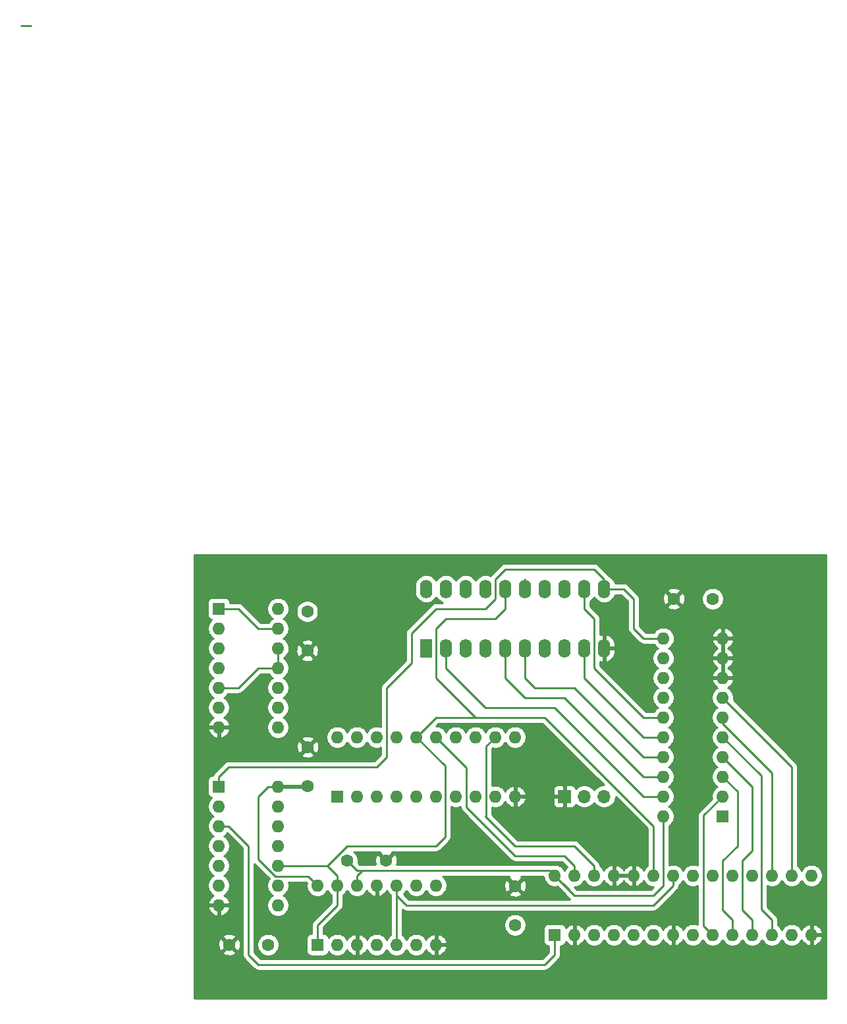
<source format=gbr>
G04 #@! TF.GenerationSoftware,KiCad,Pcbnew,(5.1.9)-1*
G04 #@! TF.CreationDate,2023-05-10T22:08:07+02:00*
G04 #@! TF.ProjectId,repeater,72657065-6174-4657-922e-6b696361645f,1*
G04 #@! TF.SameCoordinates,Original*
G04 #@! TF.FileFunction,Copper,L2,Bot*
G04 #@! TF.FilePolarity,Positive*
%FSLAX46Y46*%
G04 Gerber Fmt 4.6, Leading zero omitted, Abs format (unit mm)*
G04 Created by KiCad (PCBNEW (5.1.9)-1) date 2023-05-10 22:08:07*
%MOMM*%
%LPD*%
G01*
G04 APERTURE LIST*
G04 #@! TA.AperFunction,ComponentPad*
%ADD10R,1.600000X1.600000*%
G04 #@! TD*
G04 #@! TA.AperFunction,ComponentPad*
%ADD11O,1.600000X1.600000*%
G04 #@! TD*
G04 #@! TA.AperFunction,ComponentPad*
%ADD12O,1.600000X2.400000*%
G04 #@! TD*
G04 #@! TA.AperFunction,ComponentPad*
%ADD13R,1.600000X2.400000*%
G04 #@! TD*
G04 #@! TA.AperFunction,ComponentPad*
%ADD14C,1.600000*%
G04 #@! TD*
G04 #@! TA.AperFunction,ComponentPad*
%ADD15O,1.700000X1.700000*%
G04 #@! TD*
G04 #@! TA.AperFunction,ComponentPad*
%ADD16R,1.700000X1.700000*%
G04 #@! TD*
G04 #@! TA.AperFunction,Conductor*
%ADD17C,0.250000*%
G04 #@! TD*
G04 #@! TA.AperFunction,Conductor*
%ADD18C,0.500000*%
G04 #@! TD*
G04 #@! TA.AperFunction,Conductor*
%ADD19C,0.254000*%
G04 #@! TD*
G04 #@! TA.AperFunction,Conductor*
%ADD20C,0.152400*%
G04 #@! TD*
G04 APERTURE END LIST*
D10*
X78740000Y-85090000D03*
D11*
X101600000Y-77470000D03*
X81280000Y-85090000D03*
X99060000Y-77470000D03*
X83820000Y-85090000D03*
X96520000Y-77470000D03*
X86360000Y-85090000D03*
X93980000Y-77470000D03*
X88900000Y-85090000D03*
X91440000Y-77470000D03*
X91440000Y-85090000D03*
X88900000Y-77470000D03*
X93980000Y-85090000D03*
X86360000Y-77470000D03*
X96520000Y-85090000D03*
X83820000Y-77470000D03*
X99060000Y-85090000D03*
X81280000Y-77470000D03*
X101600000Y-85090000D03*
X78740000Y-77470000D03*
X71120000Y-83820000D03*
X63500000Y-99060000D03*
X71120000Y-86360000D03*
X63500000Y-96520000D03*
X71120000Y-88900000D03*
X63500000Y-93980000D03*
X71120000Y-91440000D03*
X63500000Y-91440000D03*
X71120000Y-93980000D03*
X63500000Y-88900000D03*
X71120000Y-96520000D03*
X63500000Y-86360000D03*
X71120000Y-99060000D03*
D10*
X63500000Y-83820000D03*
D11*
X120650000Y-87630000D03*
X128270000Y-64770000D03*
X120650000Y-85090000D03*
X128270000Y-67310000D03*
X120650000Y-82550000D03*
X128270000Y-69850000D03*
X120650000Y-80010000D03*
X128270000Y-72390000D03*
X120650000Y-77470000D03*
X128270000Y-74930000D03*
X120650000Y-74930000D03*
X128270000Y-77470000D03*
X120650000Y-72390000D03*
X128270000Y-80010000D03*
X120650000Y-69850000D03*
X128270000Y-82550000D03*
X120650000Y-67310000D03*
X128270000Y-85090000D03*
X120650000Y-64770000D03*
D10*
X128270000Y-87630000D03*
D12*
X90170000Y-58420000D03*
X113030000Y-66040000D03*
X92710000Y-58420000D03*
X110490000Y-66040000D03*
X95250000Y-58420000D03*
X107950000Y-66040000D03*
X97790000Y-58420000D03*
X105410000Y-66040000D03*
X100330000Y-58420000D03*
X102870000Y-66040000D03*
X102870000Y-58420000D03*
X100330000Y-66040000D03*
X105410000Y-58420000D03*
X97790000Y-66040000D03*
X107950000Y-58420000D03*
X95250000Y-66040000D03*
X110490000Y-58420000D03*
X92710000Y-66040000D03*
X113030000Y-58420000D03*
D13*
X90170000Y-66040000D03*
D14*
X85010000Y-93345000D03*
X80010000Y-93345000D03*
X64850000Y-104140000D03*
X69850000Y-104140000D03*
X74930000Y-78740000D03*
X74930000Y-83740000D03*
X101600000Y-96600000D03*
X101600000Y-101600000D03*
X122000000Y-59690000D03*
X127000000Y-59690000D03*
X74879200Y-66341000D03*
X74879200Y-61341000D03*
D11*
X106680000Y-95250000D03*
X139700000Y-102870000D03*
X109220000Y-95250000D03*
X137160000Y-102870000D03*
X111760000Y-95250000D03*
X134620000Y-102870000D03*
X114300000Y-95250000D03*
X132080000Y-102870000D03*
X116840000Y-95250000D03*
X129540000Y-102870000D03*
X119380000Y-95250000D03*
X127000000Y-102870000D03*
X121920000Y-95250000D03*
X124460000Y-102870000D03*
X124460000Y-95250000D03*
X121920000Y-102870000D03*
X127000000Y-95250000D03*
X119380000Y-102870000D03*
X129540000Y-95250000D03*
X116840000Y-102870000D03*
X132080000Y-95250000D03*
X114300000Y-102870000D03*
X134620000Y-95250000D03*
X111760000Y-102870000D03*
X137160000Y-95250000D03*
X109220000Y-102870000D03*
X139700000Y-95250000D03*
D10*
X106680000Y-102870000D03*
D11*
X76200000Y-96520000D03*
X91440000Y-104140000D03*
X78740000Y-96520000D03*
X88900000Y-104140000D03*
X81280000Y-96520000D03*
X86360000Y-104140000D03*
X83820000Y-96520000D03*
X83820000Y-104140000D03*
X86360000Y-96520000D03*
X81280000Y-104140000D03*
X88900000Y-96520000D03*
X78740000Y-104140000D03*
X91440000Y-96520000D03*
D10*
X76200000Y-104140000D03*
D11*
X71120000Y-60960000D03*
X63500000Y-76200000D03*
X71120000Y-63500000D03*
X63500000Y-73660000D03*
X71120000Y-66040000D03*
X63500000Y-71120000D03*
X71120000Y-68580000D03*
X63500000Y-68580000D03*
X71120000Y-71120000D03*
X63500000Y-66040000D03*
X71120000Y-73660000D03*
X63500000Y-63500000D03*
X71120000Y-76200000D03*
D10*
X63500000Y-60960000D03*
D15*
X113030000Y-85090000D03*
X110490000Y-85090000D03*
D16*
X107950000Y-85090000D03*
D17*
X39370000Y13970000D02*
X38100000Y13970000D01*
X76200000Y-104140000D02*
X76200000Y-101600000D01*
X76200000Y-101600000D02*
X78740000Y-99060000D01*
X78740000Y-99060000D02*
X78740000Y-96520000D01*
X78740000Y-96520000D02*
X78740000Y-95250000D01*
X76200000Y-93980000D02*
X71120000Y-93980000D01*
X78740000Y-95250000D02*
X77470000Y-93980000D01*
X71120000Y-63500000D02*
X68580000Y-63500000D01*
X68580000Y-63500000D02*
X66040000Y-60960000D01*
X66040000Y-60960000D02*
X63500000Y-60960000D01*
X76200000Y-93980000D02*
X77470000Y-93980000D01*
X100330000Y-60960000D02*
X99060000Y-62230000D01*
X100330000Y-58420000D02*
X100330000Y-60960000D01*
X99060000Y-62230000D02*
X92710000Y-62230000D01*
X92710000Y-62230000D02*
X91440000Y-63500000D01*
X88900000Y-77470000D02*
X90170000Y-76200000D01*
X90170000Y-76200000D02*
X91440000Y-74930000D01*
X119380000Y-88900000D02*
X105410000Y-74930000D01*
X119380000Y-95250000D02*
X119380000Y-88900000D01*
X105410000Y-74930000D02*
X96520000Y-74930000D01*
X96520000Y-74930000D02*
X91440000Y-69850000D01*
X91440000Y-63500000D02*
X91440000Y-69850000D01*
X91440000Y-74930000D02*
X96520000Y-74930000D01*
X92615001Y-81185001D02*
X88900000Y-77470000D01*
X92615001Y-90264999D02*
X92615001Y-81185001D01*
X91440000Y-91440000D02*
X92615001Y-90264999D01*
X80010000Y-91440000D02*
X91440000Y-91440000D01*
X77470000Y-93980000D02*
X80010000Y-91440000D01*
X95344999Y-81374999D02*
X95344999Y-86454999D01*
X91440000Y-77470000D02*
X95344999Y-81374999D01*
X95344999Y-86454999D02*
X101600000Y-92710000D01*
X101600000Y-92710000D02*
X107950000Y-92710000D01*
X107950000Y-92710000D02*
X109220000Y-93980000D01*
X109220000Y-93980000D02*
X109220000Y-95250000D01*
X97884999Y-78645001D02*
X99060000Y-77470000D01*
X97884999Y-87535001D02*
X97884999Y-78645001D01*
X101600000Y-91440000D02*
X97790000Y-87630000D01*
X109220000Y-91440000D02*
X101600000Y-91440000D01*
X97790000Y-87630000D02*
X97884999Y-87535001D01*
X111760000Y-93980000D02*
X109220000Y-91440000D01*
X111760000Y-95250000D02*
X111760000Y-93980000D01*
X113030000Y-58420000D02*
X115570000Y-58420000D01*
X115570000Y-58420000D02*
X116840000Y-59690000D01*
X116840000Y-59690000D02*
X116840000Y-63500000D01*
X118110000Y-64770000D02*
X120650000Y-64770000D01*
X116840000Y-63500000D02*
X118110000Y-64770000D01*
X63500000Y-83820000D02*
X63500000Y-82550000D01*
X88265000Y-64135000D02*
X91440000Y-60960000D01*
X85090000Y-71120000D02*
X88265000Y-67945000D01*
X88265000Y-67945000D02*
X88265000Y-64135000D01*
X91440000Y-60960000D02*
X97790000Y-60960000D01*
X97790000Y-60960000D02*
X99060000Y-59690000D01*
X99060000Y-57150000D02*
X100330000Y-55880000D01*
X100330000Y-55880000D02*
X111760000Y-55880000D01*
X111760000Y-55880000D02*
X113030000Y-57150000D01*
X99060000Y-59690000D02*
X99060000Y-57150000D01*
X113030000Y-57150000D02*
X113030000Y-58420000D01*
X63500000Y-82550000D02*
X64770000Y-81280000D01*
X64770000Y-81280000D02*
X83820000Y-81280000D01*
X85090000Y-80010000D02*
X85090000Y-71120000D01*
X83820000Y-81280000D02*
X85090000Y-80010000D01*
X63500000Y-71120000D02*
X66040000Y-71120000D01*
X66040000Y-71120000D02*
X68580000Y-68580000D01*
X68580000Y-68580000D02*
X71120000Y-68580000D01*
X71120000Y-68580000D02*
X71120000Y-66040000D01*
X87630000Y-99060000D02*
X86360000Y-97790000D01*
X121920000Y-96520000D02*
X119380000Y-99060000D01*
X121920000Y-95250000D02*
X121920000Y-96520000D01*
X119380000Y-99060000D02*
X87630000Y-99060000D01*
X86360000Y-97790000D02*
X86360000Y-104140000D01*
X86360000Y-96520000D02*
X86360000Y-97790000D01*
X106680000Y-105410000D02*
X106680000Y-102870000D01*
X105410000Y-106680000D02*
X106680000Y-105410000D01*
X105410000Y-106680000D02*
X72390000Y-106680000D01*
X64770000Y-88900000D02*
X63500000Y-88900000D01*
X66040000Y-90170000D02*
X64770000Y-88900000D01*
X72390000Y-106680000D02*
X71120000Y-106680000D01*
X69850000Y-106680000D02*
X71120000Y-106680000D01*
X66040000Y-90170000D02*
X67310000Y-91440000D01*
X67310000Y-91440000D02*
X67310000Y-105410000D01*
X67310000Y-105410000D02*
X68580000Y-106680000D01*
X68580000Y-106680000D02*
X69850000Y-106680000D01*
X133255001Y-82455001D02*
X128270000Y-77470000D01*
X133255001Y-82455001D02*
X133255001Y-99600001D01*
X134620000Y-100965000D02*
X134620000Y-102870000D01*
X133255001Y-99600001D02*
X134620000Y-100965000D01*
X132080000Y-100965000D02*
X132080000Y-102870000D01*
X130810000Y-99695000D02*
X132080000Y-100965000D01*
X130810000Y-93345000D02*
X130810000Y-99695000D01*
X132080000Y-92075000D02*
X130810000Y-93345000D01*
X132080000Y-83820000D02*
X132080000Y-92075000D01*
X128270000Y-80010000D02*
X132080000Y-83820000D01*
X130175000Y-91440000D02*
X128270000Y-93345000D01*
X130175000Y-84455000D02*
X130175000Y-91440000D01*
X128270000Y-82550000D02*
X130175000Y-84455000D01*
X128270000Y-93345000D02*
X128270000Y-99695000D01*
X129540000Y-100965000D02*
X129540000Y-102870000D01*
X128270000Y-99695000D02*
X129540000Y-100965000D01*
X125824999Y-87535001D02*
X128270000Y-85090000D01*
X125824999Y-101694999D02*
X125824999Y-87535001D01*
X127000000Y-102870000D02*
X125824999Y-101694999D01*
X128270000Y-75730998D02*
X128270000Y-74930000D01*
X134620000Y-82080998D02*
X128270000Y-75730998D01*
X134620000Y-95250000D02*
X134620000Y-82080998D01*
X137160000Y-81280000D02*
X137160000Y-95250000D01*
X128270000Y-72390000D02*
X137160000Y-81280000D01*
X92710000Y-68580000D02*
X92710000Y-66040000D01*
X97790000Y-73660000D02*
X92710000Y-68580000D01*
X106680000Y-73660000D02*
X97790000Y-73660000D01*
X118110000Y-85090000D02*
X106680000Y-73660000D01*
X120650000Y-85090000D02*
X118110000Y-85090000D01*
X100330000Y-69850000D02*
X100330000Y-66040000D01*
X107950000Y-72390000D02*
X102870000Y-72390000D01*
X118110000Y-82550000D02*
X107950000Y-72390000D01*
X102870000Y-72390000D02*
X100330000Y-69850000D01*
X120650000Y-82550000D02*
X118110000Y-82550000D01*
X102870000Y-69850000D02*
X102870000Y-66040000D01*
X104140000Y-71120000D02*
X102870000Y-69850000D01*
X109220000Y-71120000D02*
X104140000Y-71120000D01*
X118110000Y-80010000D02*
X109220000Y-71120000D01*
X120650000Y-80010000D02*
X118110000Y-80010000D01*
X110490000Y-69850000D02*
X110490000Y-66040000D01*
X118110000Y-77470000D02*
X110490000Y-69850000D01*
X120650000Y-77470000D02*
X118110000Y-77470000D01*
X111760000Y-68580000D02*
X118110000Y-74930000D01*
X118110000Y-74930000D02*
X120650000Y-74930000D01*
X111760000Y-62230000D02*
X111760000Y-68580000D01*
X110490000Y-60960000D02*
X111760000Y-62230000D01*
X110490000Y-58420000D02*
X110490000Y-60960000D01*
X102870000Y-58420000D02*
X102870000Y-57150000D01*
X106680000Y-95250000D02*
X107855001Y-96425001D01*
X107855001Y-96425001D02*
X108585000Y-97155000D01*
X120650000Y-87630000D02*
X120650000Y-96520000D01*
X120650000Y-96520000D02*
X119380000Y-97790000D01*
X119380000Y-97790000D02*
X109220000Y-97790000D01*
X109220000Y-97790000D02*
X106680000Y-95250000D01*
X81280000Y-96520000D02*
X81280000Y-95250000D01*
X81280000Y-95250000D02*
X81915000Y-94615000D01*
X106045000Y-94615000D02*
X106680000Y-95250000D01*
X81915000Y-94615000D02*
X106045000Y-94615000D01*
X74850000Y-83820000D02*
X74930000Y-83740000D01*
D18*
X71120000Y-83820000D02*
X74850000Y-83820000D01*
D17*
X81280000Y-94615000D02*
X80010000Y-93345000D01*
X81915000Y-94615000D02*
X81280000Y-94615000D01*
X71120000Y-83820000D02*
X69850000Y-83820000D01*
X69850000Y-83820000D02*
X68580000Y-85090000D01*
X75024999Y-95344999D02*
X76200000Y-96520000D01*
X70745997Y-95344999D02*
X75024999Y-95344999D01*
X68580000Y-93179002D02*
X70745997Y-95344999D01*
X68580000Y-85090000D02*
X68580000Y-93179002D01*
D19*
X141555001Y-111075000D02*
X60375000Y-111075000D01*
X60375000Y-105132702D01*
X64036903Y-105132702D01*
X64108486Y-105376671D01*
X64363996Y-105497571D01*
X64638184Y-105566300D01*
X64920512Y-105580217D01*
X65200130Y-105538787D01*
X65466292Y-105443603D01*
X65591514Y-105376671D01*
X65663097Y-105132702D01*
X64850000Y-104319605D01*
X64036903Y-105132702D01*
X60375000Y-105132702D01*
X60375000Y-104210512D01*
X63409783Y-104210512D01*
X63451213Y-104490130D01*
X63546397Y-104756292D01*
X63613329Y-104881514D01*
X63857298Y-104953097D01*
X64670395Y-104140000D01*
X65029605Y-104140000D01*
X65842702Y-104953097D01*
X66086671Y-104881514D01*
X66207571Y-104626004D01*
X66276300Y-104351816D01*
X66290217Y-104069488D01*
X66248787Y-103789870D01*
X66153603Y-103523708D01*
X66086671Y-103398486D01*
X65842702Y-103326903D01*
X65029605Y-104140000D01*
X64670395Y-104140000D01*
X63857298Y-103326903D01*
X63613329Y-103398486D01*
X63492429Y-103653996D01*
X63423700Y-103928184D01*
X63409783Y-104210512D01*
X60375000Y-104210512D01*
X60375000Y-103147298D01*
X64036903Y-103147298D01*
X64850000Y-103960395D01*
X65663097Y-103147298D01*
X65591514Y-102903329D01*
X65336004Y-102782429D01*
X65061816Y-102713700D01*
X64779488Y-102699783D01*
X64499870Y-102741213D01*
X64233708Y-102836397D01*
X64108486Y-102903329D01*
X64036903Y-103147298D01*
X60375000Y-103147298D01*
X60375000Y-99409039D01*
X62108096Y-99409039D01*
X62148754Y-99543087D01*
X62268963Y-99797420D01*
X62436481Y-100023414D01*
X62644869Y-100212385D01*
X62886119Y-100357070D01*
X63150960Y-100451909D01*
X63373000Y-100330624D01*
X63373000Y-99187000D01*
X63627000Y-99187000D01*
X63627000Y-100330624D01*
X63849040Y-100451909D01*
X64113881Y-100357070D01*
X64355131Y-100212385D01*
X64563519Y-100023414D01*
X64731037Y-99797420D01*
X64851246Y-99543087D01*
X64891904Y-99409039D01*
X64769915Y-99187000D01*
X63627000Y-99187000D01*
X63373000Y-99187000D01*
X62230085Y-99187000D01*
X62108096Y-99409039D01*
X60375000Y-99409039D01*
X60375000Y-83020000D01*
X62061928Y-83020000D01*
X62061928Y-84620000D01*
X62074188Y-84744482D01*
X62110498Y-84864180D01*
X62169463Y-84974494D01*
X62248815Y-85071185D01*
X62345506Y-85150537D01*
X62455820Y-85209502D01*
X62575518Y-85245812D01*
X62583961Y-85246643D01*
X62385363Y-85445241D01*
X62228320Y-85680273D01*
X62120147Y-85941426D01*
X62065000Y-86218665D01*
X62065000Y-86501335D01*
X62120147Y-86778574D01*
X62228320Y-87039727D01*
X62385363Y-87274759D01*
X62585241Y-87474637D01*
X62817759Y-87630000D01*
X62585241Y-87785363D01*
X62385363Y-87985241D01*
X62228320Y-88220273D01*
X62120147Y-88481426D01*
X62065000Y-88758665D01*
X62065000Y-89041335D01*
X62120147Y-89318574D01*
X62228320Y-89579727D01*
X62385363Y-89814759D01*
X62585241Y-90014637D01*
X62817759Y-90170000D01*
X62585241Y-90325363D01*
X62385363Y-90525241D01*
X62228320Y-90760273D01*
X62120147Y-91021426D01*
X62065000Y-91298665D01*
X62065000Y-91581335D01*
X62120147Y-91858574D01*
X62228320Y-92119727D01*
X62385363Y-92354759D01*
X62585241Y-92554637D01*
X62817759Y-92710000D01*
X62585241Y-92865363D01*
X62385363Y-93065241D01*
X62228320Y-93300273D01*
X62120147Y-93561426D01*
X62065000Y-93838665D01*
X62065000Y-94121335D01*
X62120147Y-94398574D01*
X62228320Y-94659727D01*
X62385363Y-94894759D01*
X62585241Y-95094637D01*
X62817759Y-95250000D01*
X62585241Y-95405363D01*
X62385363Y-95605241D01*
X62228320Y-95840273D01*
X62120147Y-96101426D01*
X62065000Y-96378665D01*
X62065000Y-96661335D01*
X62120147Y-96938574D01*
X62228320Y-97199727D01*
X62385363Y-97434759D01*
X62585241Y-97634637D01*
X62820273Y-97791680D01*
X62830865Y-97796067D01*
X62644869Y-97907615D01*
X62436481Y-98096586D01*
X62268963Y-98322580D01*
X62148754Y-98576913D01*
X62108096Y-98710961D01*
X62230085Y-98933000D01*
X63373000Y-98933000D01*
X63373000Y-98913000D01*
X63627000Y-98913000D01*
X63627000Y-98933000D01*
X64769915Y-98933000D01*
X64891904Y-98710961D01*
X64851246Y-98576913D01*
X64731037Y-98322580D01*
X64563519Y-98096586D01*
X64355131Y-97907615D01*
X64169135Y-97796067D01*
X64179727Y-97791680D01*
X64414759Y-97634637D01*
X64614637Y-97434759D01*
X64771680Y-97199727D01*
X64879853Y-96938574D01*
X64935000Y-96661335D01*
X64935000Y-96378665D01*
X64879853Y-96101426D01*
X64771680Y-95840273D01*
X64614637Y-95605241D01*
X64414759Y-95405363D01*
X64182241Y-95250000D01*
X64414759Y-95094637D01*
X64614637Y-94894759D01*
X64771680Y-94659727D01*
X64879853Y-94398574D01*
X64935000Y-94121335D01*
X64935000Y-93838665D01*
X64879853Y-93561426D01*
X64771680Y-93300273D01*
X64614637Y-93065241D01*
X64414759Y-92865363D01*
X64182241Y-92710000D01*
X64414759Y-92554637D01*
X64614637Y-92354759D01*
X64771680Y-92119727D01*
X64879853Y-91858574D01*
X64935000Y-91581335D01*
X64935000Y-91298665D01*
X64879853Y-91021426D01*
X64771680Y-90760273D01*
X64614637Y-90525241D01*
X64414759Y-90325363D01*
X64182241Y-90170000D01*
X64414759Y-90014637D01*
X64612297Y-89817099D01*
X65528997Y-90733799D01*
X65529002Y-90733803D01*
X66550000Y-91754802D01*
X66550001Y-105372668D01*
X66546324Y-105410000D01*
X66550001Y-105447332D01*
X66550001Y-105447333D01*
X66560998Y-105558986D01*
X66563069Y-105565812D01*
X66604454Y-105702246D01*
X66675026Y-105834276D01*
X66745379Y-105920000D01*
X66770000Y-105950001D01*
X66798998Y-105973799D01*
X68016201Y-107191003D01*
X68039999Y-107220001D01*
X68155724Y-107314974D01*
X68287753Y-107385546D01*
X68431014Y-107429003D01*
X68542667Y-107440000D01*
X68542676Y-107440000D01*
X68579999Y-107443676D01*
X68617322Y-107440000D01*
X105372678Y-107440000D01*
X105410000Y-107443676D01*
X105447322Y-107440000D01*
X105447333Y-107440000D01*
X105558986Y-107429003D01*
X105702247Y-107385546D01*
X105834276Y-107314974D01*
X105950001Y-107220001D01*
X105973804Y-107190997D01*
X107191004Y-105973798D01*
X107220001Y-105950001D01*
X107314974Y-105834276D01*
X107385546Y-105702247D01*
X107429003Y-105558986D01*
X107440000Y-105447333D01*
X107440000Y-105447324D01*
X107443676Y-105410001D01*
X107440000Y-105372678D01*
X107440000Y-104308072D01*
X107480000Y-104308072D01*
X107604482Y-104295812D01*
X107724180Y-104259502D01*
X107834494Y-104200537D01*
X107931185Y-104121185D01*
X108010537Y-104024494D01*
X108069502Y-103914180D01*
X108105812Y-103794482D01*
X108108231Y-103769920D01*
X108256586Y-103933519D01*
X108482580Y-104101037D01*
X108736913Y-104221246D01*
X108870961Y-104261904D01*
X109093000Y-104139915D01*
X109093000Y-102997000D01*
X109073000Y-102997000D01*
X109073000Y-102743000D01*
X109093000Y-102743000D01*
X109093000Y-101600085D01*
X109347000Y-101600085D01*
X109347000Y-102743000D01*
X109367000Y-102743000D01*
X109367000Y-102997000D01*
X109347000Y-102997000D01*
X109347000Y-104139915D01*
X109569039Y-104261904D01*
X109703087Y-104221246D01*
X109957420Y-104101037D01*
X110183414Y-103933519D01*
X110372385Y-103725131D01*
X110483933Y-103539135D01*
X110488320Y-103549727D01*
X110645363Y-103784759D01*
X110845241Y-103984637D01*
X111080273Y-104141680D01*
X111341426Y-104249853D01*
X111618665Y-104305000D01*
X111901335Y-104305000D01*
X112178574Y-104249853D01*
X112439727Y-104141680D01*
X112674759Y-103984637D01*
X112874637Y-103784759D01*
X113030000Y-103552241D01*
X113185363Y-103784759D01*
X113385241Y-103984637D01*
X113620273Y-104141680D01*
X113881426Y-104249853D01*
X114158665Y-104305000D01*
X114441335Y-104305000D01*
X114718574Y-104249853D01*
X114979727Y-104141680D01*
X115214759Y-103984637D01*
X115414637Y-103784759D01*
X115570000Y-103552241D01*
X115725363Y-103784759D01*
X115925241Y-103984637D01*
X116160273Y-104141680D01*
X116421426Y-104249853D01*
X116698665Y-104305000D01*
X116981335Y-104305000D01*
X117258574Y-104249853D01*
X117519727Y-104141680D01*
X117754759Y-103984637D01*
X117954637Y-103784759D01*
X118110000Y-103552241D01*
X118265363Y-103784759D01*
X118465241Y-103984637D01*
X118700273Y-104141680D01*
X118961426Y-104249853D01*
X119238665Y-104305000D01*
X119521335Y-104305000D01*
X119798574Y-104249853D01*
X120059727Y-104141680D01*
X120294759Y-103984637D01*
X120494637Y-103784759D01*
X120651680Y-103549727D01*
X120656067Y-103539135D01*
X120767615Y-103725131D01*
X120956586Y-103933519D01*
X121182580Y-104101037D01*
X121436913Y-104221246D01*
X121570961Y-104261904D01*
X121793000Y-104139915D01*
X121793000Y-102997000D01*
X121773000Y-102997000D01*
X121773000Y-102743000D01*
X121793000Y-102743000D01*
X121793000Y-101600085D01*
X121570961Y-101478096D01*
X121436913Y-101518754D01*
X121182580Y-101638963D01*
X120956586Y-101806481D01*
X120767615Y-102014869D01*
X120656067Y-102200865D01*
X120651680Y-102190273D01*
X120494637Y-101955241D01*
X120294759Y-101755363D01*
X120059727Y-101598320D01*
X119798574Y-101490147D01*
X119521335Y-101435000D01*
X119238665Y-101435000D01*
X118961426Y-101490147D01*
X118700273Y-101598320D01*
X118465241Y-101755363D01*
X118265363Y-101955241D01*
X118110000Y-102187759D01*
X117954637Y-101955241D01*
X117754759Y-101755363D01*
X117519727Y-101598320D01*
X117258574Y-101490147D01*
X116981335Y-101435000D01*
X116698665Y-101435000D01*
X116421426Y-101490147D01*
X116160273Y-101598320D01*
X115925241Y-101755363D01*
X115725363Y-101955241D01*
X115570000Y-102187759D01*
X115414637Y-101955241D01*
X115214759Y-101755363D01*
X114979727Y-101598320D01*
X114718574Y-101490147D01*
X114441335Y-101435000D01*
X114158665Y-101435000D01*
X113881426Y-101490147D01*
X113620273Y-101598320D01*
X113385241Y-101755363D01*
X113185363Y-101955241D01*
X113030000Y-102187759D01*
X112874637Y-101955241D01*
X112674759Y-101755363D01*
X112439727Y-101598320D01*
X112178574Y-101490147D01*
X111901335Y-101435000D01*
X111618665Y-101435000D01*
X111341426Y-101490147D01*
X111080273Y-101598320D01*
X110845241Y-101755363D01*
X110645363Y-101955241D01*
X110488320Y-102190273D01*
X110483933Y-102200865D01*
X110372385Y-102014869D01*
X110183414Y-101806481D01*
X109957420Y-101638963D01*
X109703087Y-101518754D01*
X109569039Y-101478096D01*
X109347000Y-101600085D01*
X109093000Y-101600085D01*
X108870961Y-101478096D01*
X108736913Y-101518754D01*
X108482580Y-101638963D01*
X108256586Y-101806481D01*
X108108231Y-101970080D01*
X108105812Y-101945518D01*
X108069502Y-101825820D01*
X108010537Y-101715506D01*
X107931185Y-101618815D01*
X107834494Y-101539463D01*
X107724180Y-101480498D01*
X107604482Y-101444188D01*
X107480000Y-101431928D01*
X105880000Y-101431928D01*
X105755518Y-101444188D01*
X105635820Y-101480498D01*
X105525506Y-101539463D01*
X105428815Y-101618815D01*
X105349463Y-101715506D01*
X105290498Y-101825820D01*
X105254188Y-101945518D01*
X105241928Y-102070000D01*
X105241928Y-103670000D01*
X105254188Y-103794482D01*
X105290498Y-103914180D01*
X105349463Y-104024494D01*
X105428815Y-104121185D01*
X105525506Y-104200537D01*
X105635820Y-104259502D01*
X105755518Y-104295812D01*
X105880000Y-104308072D01*
X105920000Y-104308072D01*
X105920000Y-105095198D01*
X105095199Y-105920000D01*
X68894802Y-105920000D01*
X68070000Y-105095199D01*
X68070000Y-103998665D01*
X68415000Y-103998665D01*
X68415000Y-104281335D01*
X68470147Y-104558574D01*
X68578320Y-104819727D01*
X68735363Y-105054759D01*
X68935241Y-105254637D01*
X69170273Y-105411680D01*
X69431426Y-105519853D01*
X69708665Y-105575000D01*
X69991335Y-105575000D01*
X70268574Y-105519853D01*
X70529727Y-105411680D01*
X70764759Y-105254637D01*
X70964637Y-105054759D01*
X71121680Y-104819727D01*
X71229853Y-104558574D01*
X71285000Y-104281335D01*
X71285000Y-103998665D01*
X71229853Y-103721426D01*
X71121680Y-103460273D01*
X70964637Y-103225241D01*
X70764759Y-103025363D01*
X70529727Y-102868320D01*
X70268574Y-102760147D01*
X69991335Y-102705000D01*
X69708665Y-102705000D01*
X69431426Y-102760147D01*
X69170273Y-102868320D01*
X68935241Y-103025363D01*
X68735363Y-103225241D01*
X68578320Y-103460273D01*
X68470147Y-103721426D01*
X68415000Y-103998665D01*
X68070000Y-103998665D01*
X68070000Y-93743803D01*
X69975752Y-95649556D01*
X69848320Y-95840273D01*
X69740147Y-96101426D01*
X69685000Y-96378665D01*
X69685000Y-96661335D01*
X69740147Y-96938574D01*
X69848320Y-97199727D01*
X70005363Y-97434759D01*
X70205241Y-97634637D01*
X70437759Y-97790000D01*
X70205241Y-97945363D01*
X70005363Y-98145241D01*
X69848320Y-98380273D01*
X69740147Y-98641426D01*
X69685000Y-98918665D01*
X69685000Y-99201335D01*
X69740147Y-99478574D01*
X69848320Y-99739727D01*
X70005363Y-99974759D01*
X70205241Y-100174637D01*
X70440273Y-100331680D01*
X70701426Y-100439853D01*
X70978665Y-100495000D01*
X71261335Y-100495000D01*
X71538574Y-100439853D01*
X71799727Y-100331680D01*
X72034759Y-100174637D01*
X72234637Y-99974759D01*
X72391680Y-99739727D01*
X72499853Y-99478574D01*
X72555000Y-99201335D01*
X72555000Y-98918665D01*
X72499853Y-98641426D01*
X72391680Y-98380273D01*
X72234637Y-98145241D01*
X72034759Y-97945363D01*
X71802241Y-97790000D01*
X72034759Y-97634637D01*
X72234637Y-97434759D01*
X72391680Y-97199727D01*
X72499853Y-96938574D01*
X72555000Y-96661335D01*
X72555000Y-96378665D01*
X72500564Y-96104999D01*
X74710198Y-96104999D01*
X74801312Y-96196114D01*
X74765000Y-96378665D01*
X74765000Y-96661335D01*
X74820147Y-96938574D01*
X74928320Y-97199727D01*
X75085363Y-97434759D01*
X75285241Y-97634637D01*
X75520273Y-97791680D01*
X75781426Y-97899853D01*
X76058665Y-97955000D01*
X76341335Y-97955000D01*
X76618574Y-97899853D01*
X76879727Y-97791680D01*
X77114759Y-97634637D01*
X77314637Y-97434759D01*
X77470000Y-97202241D01*
X77625363Y-97434759D01*
X77825241Y-97634637D01*
X77980001Y-97738044D01*
X77980000Y-98745197D01*
X75688998Y-101036201D01*
X75660000Y-101059999D01*
X75636202Y-101088997D01*
X75636201Y-101088998D01*
X75565026Y-101175724D01*
X75494454Y-101307754D01*
X75469726Y-101389275D01*
X75450998Y-101451014D01*
X75448331Y-101478096D01*
X75436324Y-101600000D01*
X75440001Y-101637332D01*
X75440001Y-102701928D01*
X75400000Y-102701928D01*
X75275518Y-102714188D01*
X75155820Y-102750498D01*
X75045506Y-102809463D01*
X74948815Y-102888815D01*
X74869463Y-102985506D01*
X74810498Y-103095820D01*
X74774188Y-103215518D01*
X74761928Y-103340000D01*
X74761928Y-104940000D01*
X74774188Y-105064482D01*
X74810498Y-105184180D01*
X74869463Y-105294494D01*
X74948815Y-105391185D01*
X75045506Y-105470537D01*
X75155820Y-105529502D01*
X75275518Y-105565812D01*
X75400000Y-105578072D01*
X77000000Y-105578072D01*
X77124482Y-105565812D01*
X77244180Y-105529502D01*
X77354494Y-105470537D01*
X77451185Y-105391185D01*
X77530537Y-105294494D01*
X77589502Y-105184180D01*
X77625812Y-105064482D01*
X77626643Y-105056039D01*
X77825241Y-105254637D01*
X78060273Y-105411680D01*
X78321426Y-105519853D01*
X78598665Y-105575000D01*
X78881335Y-105575000D01*
X79158574Y-105519853D01*
X79419727Y-105411680D01*
X79654759Y-105254637D01*
X79854637Y-105054759D01*
X80011680Y-104819727D01*
X80016067Y-104809135D01*
X80127615Y-104995131D01*
X80316586Y-105203519D01*
X80542580Y-105371037D01*
X80796913Y-105491246D01*
X80930961Y-105531904D01*
X81153000Y-105409915D01*
X81153000Y-104267000D01*
X81133000Y-104267000D01*
X81133000Y-104013000D01*
X81153000Y-104013000D01*
X81153000Y-102870085D01*
X80930961Y-102748096D01*
X80796913Y-102788754D01*
X80542580Y-102908963D01*
X80316586Y-103076481D01*
X80127615Y-103284869D01*
X80016067Y-103470865D01*
X80011680Y-103460273D01*
X79854637Y-103225241D01*
X79654759Y-103025363D01*
X79419727Y-102868320D01*
X79158574Y-102760147D01*
X78881335Y-102705000D01*
X78598665Y-102705000D01*
X78321426Y-102760147D01*
X78060273Y-102868320D01*
X77825241Y-103025363D01*
X77626643Y-103223961D01*
X77625812Y-103215518D01*
X77589502Y-103095820D01*
X77530537Y-102985506D01*
X77451185Y-102888815D01*
X77354494Y-102809463D01*
X77244180Y-102750498D01*
X77124482Y-102714188D01*
X77000000Y-102701928D01*
X76960000Y-102701928D01*
X76960000Y-101914801D01*
X79251009Y-99623794D01*
X79280001Y-99600001D01*
X79303795Y-99571008D01*
X79303799Y-99571004D01*
X79374973Y-99484277D01*
X79374974Y-99484276D01*
X79445546Y-99352247D01*
X79489003Y-99208986D01*
X79500000Y-99097333D01*
X79500000Y-99097324D01*
X79503676Y-99060001D01*
X79500000Y-99022678D01*
X79500000Y-97738043D01*
X79654759Y-97634637D01*
X79854637Y-97434759D01*
X80010000Y-97202241D01*
X80165363Y-97434759D01*
X80365241Y-97634637D01*
X80600273Y-97791680D01*
X80861426Y-97899853D01*
X81138665Y-97955000D01*
X81421335Y-97955000D01*
X81698574Y-97899853D01*
X81959727Y-97791680D01*
X82194759Y-97634637D01*
X82394637Y-97434759D01*
X82551680Y-97199727D01*
X82556067Y-97189135D01*
X82667615Y-97375131D01*
X82856586Y-97583519D01*
X83082580Y-97751037D01*
X83336913Y-97871246D01*
X83470961Y-97911904D01*
X83693000Y-97789915D01*
X83693000Y-96647000D01*
X83673000Y-96647000D01*
X83673000Y-96393000D01*
X83693000Y-96393000D01*
X83693000Y-96373000D01*
X83947000Y-96373000D01*
X83947000Y-96393000D01*
X83967000Y-96393000D01*
X83967000Y-96647000D01*
X83947000Y-96647000D01*
X83947000Y-97789915D01*
X84169039Y-97911904D01*
X84303087Y-97871246D01*
X84557420Y-97751037D01*
X84783414Y-97583519D01*
X84972385Y-97375131D01*
X85083933Y-97189135D01*
X85088320Y-97199727D01*
X85245363Y-97434759D01*
X85445241Y-97634637D01*
X85600001Y-97738044D01*
X85600001Y-97752658D01*
X85600000Y-97752668D01*
X85600000Y-97752678D01*
X85596324Y-97790000D01*
X85600000Y-97827323D01*
X85600001Y-102921956D01*
X85445241Y-103025363D01*
X85245363Y-103225241D01*
X85090000Y-103457759D01*
X84934637Y-103225241D01*
X84734759Y-103025363D01*
X84499727Y-102868320D01*
X84238574Y-102760147D01*
X83961335Y-102705000D01*
X83678665Y-102705000D01*
X83401426Y-102760147D01*
X83140273Y-102868320D01*
X82905241Y-103025363D01*
X82705363Y-103225241D01*
X82548320Y-103460273D01*
X82543933Y-103470865D01*
X82432385Y-103284869D01*
X82243414Y-103076481D01*
X82017420Y-102908963D01*
X81763087Y-102788754D01*
X81629039Y-102748096D01*
X81407000Y-102870085D01*
X81407000Y-104013000D01*
X81427000Y-104013000D01*
X81427000Y-104267000D01*
X81407000Y-104267000D01*
X81407000Y-105409915D01*
X81629039Y-105531904D01*
X81763087Y-105491246D01*
X82017420Y-105371037D01*
X82243414Y-105203519D01*
X82432385Y-104995131D01*
X82543933Y-104809135D01*
X82548320Y-104819727D01*
X82705363Y-105054759D01*
X82905241Y-105254637D01*
X83140273Y-105411680D01*
X83401426Y-105519853D01*
X83678665Y-105575000D01*
X83961335Y-105575000D01*
X84238574Y-105519853D01*
X84499727Y-105411680D01*
X84734759Y-105254637D01*
X84934637Y-105054759D01*
X85090000Y-104822241D01*
X85245363Y-105054759D01*
X85445241Y-105254637D01*
X85680273Y-105411680D01*
X85941426Y-105519853D01*
X86218665Y-105575000D01*
X86501335Y-105575000D01*
X86778574Y-105519853D01*
X87039727Y-105411680D01*
X87274759Y-105254637D01*
X87474637Y-105054759D01*
X87630000Y-104822241D01*
X87785363Y-105054759D01*
X87985241Y-105254637D01*
X88220273Y-105411680D01*
X88481426Y-105519853D01*
X88758665Y-105575000D01*
X89041335Y-105575000D01*
X89318574Y-105519853D01*
X89579727Y-105411680D01*
X89814759Y-105254637D01*
X90014637Y-105054759D01*
X90171680Y-104819727D01*
X90176067Y-104809135D01*
X90287615Y-104995131D01*
X90476586Y-105203519D01*
X90702580Y-105371037D01*
X90956913Y-105491246D01*
X91090961Y-105531904D01*
X91313000Y-105409915D01*
X91313000Y-104267000D01*
X91567000Y-104267000D01*
X91567000Y-105409915D01*
X91789039Y-105531904D01*
X91923087Y-105491246D01*
X92177420Y-105371037D01*
X92403414Y-105203519D01*
X92592385Y-104995131D01*
X92737070Y-104753881D01*
X92831909Y-104489040D01*
X92710624Y-104267000D01*
X91567000Y-104267000D01*
X91313000Y-104267000D01*
X91293000Y-104267000D01*
X91293000Y-104013000D01*
X91313000Y-104013000D01*
X91313000Y-102870085D01*
X91567000Y-102870085D01*
X91567000Y-104013000D01*
X92710624Y-104013000D01*
X92831909Y-103790960D01*
X92737070Y-103526119D01*
X92592385Y-103284869D01*
X92403414Y-103076481D01*
X92177420Y-102908963D01*
X91923087Y-102788754D01*
X91789039Y-102748096D01*
X91567000Y-102870085D01*
X91313000Y-102870085D01*
X91090961Y-102748096D01*
X90956913Y-102788754D01*
X90702580Y-102908963D01*
X90476586Y-103076481D01*
X90287615Y-103284869D01*
X90176067Y-103470865D01*
X90171680Y-103460273D01*
X90014637Y-103225241D01*
X89814759Y-103025363D01*
X89579727Y-102868320D01*
X89318574Y-102760147D01*
X89041335Y-102705000D01*
X88758665Y-102705000D01*
X88481426Y-102760147D01*
X88220273Y-102868320D01*
X87985241Y-103025363D01*
X87785363Y-103225241D01*
X87630000Y-103457759D01*
X87474637Y-103225241D01*
X87274759Y-103025363D01*
X87120000Y-102921957D01*
X87120000Y-101458665D01*
X100165000Y-101458665D01*
X100165000Y-101741335D01*
X100220147Y-102018574D01*
X100328320Y-102279727D01*
X100485363Y-102514759D01*
X100685241Y-102714637D01*
X100920273Y-102871680D01*
X101181426Y-102979853D01*
X101458665Y-103035000D01*
X101741335Y-103035000D01*
X102018574Y-102979853D01*
X102279727Y-102871680D01*
X102514759Y-102714637D01*
X102714637Y-102514759D01*
X102871680Y-102279727D01*
X102979853Y-102018574D01*
X103035000Y-101741335D01*
X103035000Y-101458665D01*
X102979853Y-101181426D01*
X102871680Y-100920273D01*
X102714637Y-100685241D01*
X102514759Y-100485363D01*
X102279727Y-100328320D01*
X102018574Y-100220147D01*
X101741335Y-100165000D01*
X101458665Y-100165000D01*
X101181426Y-100220147D01*
X100920273Y-100328320D01*
X100685241Y-100485363D01*
X100485363Y-100685241D01*
X100328320Y-100920273D01*
X100220147Y-101181426D01*
X100165000Y-101458665D01*
X87120000Y-101458665D01*
X87120000Y-99624622D01*
X87205724Y-99694974D01*
X87337753Y-99765546D01*
X87481014Y-99809003D01*
X87592667Y-99820000D01*
X87592676Y-99820000D01*
X87629999Y-99823676D01*
X87667322Y-99820000D01*
X119342678Y-99820000D01*
X119380000Y-99823676D01*
X119417322Y-99820000D01*
X119417333Y-99820000D01*
X119528986Y-99809003D01*
X119672247Y-99765546D01*
X119804276Y-99694974D01*
X119920001Y-99600001D01*
X119943804Y-99570997D01*
X122431008Y-97083795D01*
X122460001Y-97060001D01*
X122483795Y-97031008D01*
X122483799Y-97031004D01*
X122554973Y-96944277D01*
X122554974Y-96944276D01*
X122625546Y-96812247D01*
X122669003Y-96668986D01*
X122680000Y-96557333D01*
X122680000Y-96557324D01*
X122683676Y-96520001D01*
X122680000Y-96482678D01*
X122680000Y-96468043D01*
X122834759Y-96364637D01*
X123034637Y-96164759D01*
X123190000Y-95932241D01*
X123345363Y-96164759D01*
X123545241Y-96364637D01*
X123780273Y-96521680D01*
X124041426Y-96629853D01*
X124318665Y-96685000D01*
X124601335Y-96685000D01*
X124878574Y-96629853D01*
X125064999Y-96552633D01*
X125064999Y-101567367D01*
X124878574Y-101490147D01*
X124601335Y-101435000D01*
X124318665Y-101435000D01*
X124041426Y-101490147D01*
X123780273Y-101598320D01*
X123545241Y-101755363D01*
X123345363Y-101955241D01*
X123188320Y-102190273D01*
X123183933Y-102200865D01*
X123072385Y-102014869D01*
X122883414Y-101806481D01*
X122657420Y-101638963D01*
X122403087Y-101518754D01*
X122269039Y-101478096D01*
X122047000Y-101600085D01*
X122047000Y-102743000D01*
X122067000Y-102743000D01*
X122067000Y-102997000D01*
X122047000Y-102997000D01*
X122047000Y-104139915D01*
X122269039Y-104261904D01*
X122403087Y-104221246D01*
X122657420Y-104101037D01*
X122883414Y-103933519D01*
X123072385Y-103725131D01*
X123183933Y-103539135D01*
X123188320Y-103549727D01*
X123345363Y-103784759D01*
X123545241Y-103984637D01*
X123780273Y-104141680D01*
X124041426Y-104249853D01*
X124318665Y-104305000D01*
X124601335Y-104305000D01*
X124878574Y-104249853D01*
X125139727Y-104141680D01*
X125374759Y-103984637D01*
X125574637Y-103784759D01*
X125730000Y-103552241D01*
X125885363Y-103784759D01*
X126085241Y-103984637D01*
X126320273Y-104141680D01*
X126581426Y-104249853D01*
X126858665Y-104305000D01*
X127141335Y-104305000D01*
X127418574Y-104249853D01*
X127679727Y-104141680D01*
X127914759Y-103984637D01*
X128114637Y-103784759D01*
X128270000Y-103552241D01*
X128425363Y-103784759D01*
X128625241Y-103984637D01*
X128860273Y-104141680D01*
X129121426Y-104249853D01*
X129398665Y-104305000D01*
X129681335Y-104305000D01*
X129958574Y-104249853D01*
X130219727Y-104141680D01*
X130454759Y-103984637D01*
X130654637Y-103784759D01*
X130810000Y-103552241D01*
X130965363Y-103784759D01*
X131165241Y-103984637D01*
X131400273Y-104141680D01*
X131661426Y-104249853D01*
X131938665Y-104305000D01*
X132221335Y-104305000D01*
X132498574Y-104249853D01*
X132759727Y-104141680D01*
X132994759Y-103984637D01*
X133194637Y-103784759D01*
X133350000Y-103552241D01*
X133505363Y-103784759D01*
X133705241Y-103984637D01*
X133940273Y-104141680D01*
X134201426Y-104249853D01*
X134478665Y-104305000D01*
X134761335Y-104305000D01*
X135038574Y-104249853D01*
X135299727Y-104141680D01*
X135534759Y-103984637D01*
X135734637Y-103784759D01*
X135890000Y-103552241D01*
X136045363Y-103784759D01*
X136245241Y-103984637D01*
X136480273Y-104141680D01*
X136741426Y-104249853D01*
X137018665Y-104305000D01*
X137301335Y-104305000D01*
X137578574Y-104249853D01*
X137839727Y-104141680D01*
X138074759Y-103984637D01*
X138274637Y-103784759D01*
X138431680Y-103549727D01*
X138436067Y-103539135D01*
X138547615Y-103725131D01*
X138736586Y-103933519D01*
X138962580Y-104101037D01*
X139216913Y-104221246D01*
X139350961Y-104261904D01*
X139573000Y-104139915D01*
X139573000Y-102997000D01*
X139827000Y-102997000D01*
X139827000Y-104139915D01*
X140049039Y-104261904D01*
X140183087Y-104221246D01*
X140437420Y-104101037D01*
X140663414Y-103933519D01*
X140852385Y-103725131D01*
X140997070Y-103483881D01*
X141091909Y-103219040D01*
X140970624Y-102997000D01*
X139827000Y-102997000D01*
X139573000Y-102997000D01*
X139553000Y-102997000D01*
X139553000Y-102743000D01*
X139573000Y-102743000D01*
X139573000Y-101600085D01*
X139827000Y-101600085D01*
X139827000Y-102743000D01*
X140970624Y-102743000D01*
X141091909Y-102520960D01*
X140997070Y-102256119D01*
X140852385Y-102014869D01*
X140663414Y-101806481D01*
X140437420Y-101638963D01*
X140183087Y-101518754D01*
X140049039Y-101478096D01*
X139827000Y-101600085D01*
X139573000Y-101600085D01*
X139350961Y-101478096D01*
X139216913Y-101518754D01*
X138962580Y-101638963D01*
X138736586Y-101806481D01*
X138547615Y-102014869D01*
X138436067Y-102200865D01*
X138431680Y-102190273D01*
X138274637Y-101955241D01*
X138074759Y-101755363D01*
X137839727Y-101598320D01*
X137578574Y-101490147D01*
X137301335Y-101435000D01*
X137018665Y-101435000D01*
X136741426Y-101490147D01*
X136480273Y-101598320D01*
X136245241Y-101755363D01*
X136045363Y-101955241D01*
X135890000Y-102187759D01*
X135734637Y-101955241D01*
X135534759Y-101755363D01*
X135380000Y-101651957D01*
X135380000Y-101002322D01*
X135383676Y-100964999D01*
X135380000Y-100927676D01*
X135380000Y-100927667D01*
X135369003Y-100816014D01*
X135325546Y-100672753D01*
X135254975Y-100540725D01*
X135254974Y-100540723D01*
X135183799Y-100453997D01*
X135160001Y-100424999D01*
X135131004Y-100401202D01*
X134015001Y-99285200D01*
X134015001Y-96552633D01*
X134201426Y-96629853D01*
X134478665Y-96685000D01*
X134761335Y-96685000D01*
X135038574Y-96629853D01*
X135299727Y-96521680D01*
X135534759Y-96364637D01*
X135734637Y-96164759D01*
X135890000Y-95932241D01*
X136045363Y-96164759D01*
X136245241Y-96364637D01*
X136480273Y-96521680D01*
X136741426Y-96629853D01*
X137018665Y-96685000D01*
X137301335Y-96685000D01*
X137578574Y-96629853D01*
X137839727Y-96521680D01*
X138074759Y-96364637D01*
X138274637Y-96164759D01*
X138430000Y-95932241D01*
X138585363Y-96164759D01*
X138785241Y-96364637D01*
X139020273Y-96521680D01*
X139281426Y-96629853D01*
X139558665Y-96685000D01*
X139841335Y-96685000D01*
X140118574Y-96629853D01*
X140379727Y-96521680D01*
X140614759Y-96364637D01*
X140814637Y-96164759D01*
X140971680Y-95929727D01*
X141079853Y-95668574D01*
X141135000Y-95391335D01*
X141135000Y-95108665D01*
X141079853Y-94831426D01*
X140971680Y-94570273D01*
X140814637Y-94335241D01*
X140614759Y-94135363D01*
X140379727Y-93978320D01*
X140118574Y-93870147D01*
X139841335Y-93815000D01*
X139558665Y-93815000D01*
X139281426Y-93870147D01*
X139020273Y-93978320D01*
X138785241Y-94135363D01*
X138585363Y-94335241D01*
X138430000Y-94567759D01*
X138274637Y-94335241D01*
X138074759Y-94135363D01*
X137920000Y-94031957D01*
X137920000Y-81317333D01*
X137923677Y-81280000D01*
X137909003Y-81131014D01*
X137865546Y-80987753D01*
X137794974Y-80855724D01*
X137723799Y-80768997D01*
X137700001Y-80739999D01*
X137671003Y-80716201D01*
X129668688Y-72713887D01*
X129705000Y-72531335D01*
X129705000Y-72248665D01*
X129649853Y-71971426D01*
X129541680Y-71710273D01*
X129384637Y-71475241D01*
X129184759Y-71275363D01*
X128949727Y-71118320D01*
X128939135Y-71113933D01*
X129125131Y-71002385D01*
X129333519Y-70813414D01*
X129501037Y-70587420D01*
X129621246Y-70333087D01*
X129661904Y-70199039D01*
X129539915Y-69977000D01*
X128397000Y-69977000D01*
X128397000Y-69997000D01*
X128143000Y-69997000D01*
X128143000Y-69977000D01*
X127000085Y-69977000D01*
X126878096Y-70199039D01*
X126918754Y-70333087D01*
X127038963Y-70587420D01*
X127206481Y-70813414D01*
X127414869Y-71002385D01*
X127600865Y-71113933D01*
X127590273Y-71118320D01*
X127355241Y-71275363D01*
X127155363Y-71475241D01*
X126998320Y-71710273D01*
X126890147Y-71971426D01*
X126835000Y-72248665D01*
X126835000Y-72531335D01*
X126890147Y-72808574D01*
X126998320Y-73069727D01*
X127155363Y-73304759D01*
X127355241Y-73504637D01*
X127587759Y-73660000D01*
X127355241Y-73815363D01*
X127155363Y-74015241D01*
X126998320Y-74250273D01*
X126890147Y-74511426D01*
X126835000Y-74788665D01*
X126835000Y-75071335D01*
X126890147Y-75348574D01*
X126998320Y-75609727D01*
X127155363Y-75844759D01*
X127355241Y-76044637D01*
X127587759Y-76200000D01*
X127355241Y-76355363D01*
X127155363Y-76555241D01*
X126998320Y-76790273D01*
X126890147Y-77051426D01*
X126835000Y-77328665D01*
X126835000Y-77611335D01*
X126890147Y-77888574D01*
X126998320Y-78149727D01*
X127155363Y-78384759D01*
X127355241Y-78584637D01*
X127587759Y-78740000D01*
X127355241Y-78895363D01*
X127155363Y-79095241D01*
X126998320Y-79330273D01*
X126890147Y-79591426D01*
X126835000Y-79868665D01*
X126835000Y-80151335D01*
X126890147Y-80428574D01*
X126998320Y-80689727D01*
X127155363Y-80924759D01*
X127355241Y-81124637D01*
X127587759Y-81280000D01*
X127355241Y-81435363D01*
X127155363Y-81635241D01*
X126998320Y-81870273D01*
X126890147Y-82131426D01*
X126835000Y-82408665D01*
X126835000Y-82691335D01*
X126890147Y-82968574D01*
X126998320Y-83229727D01*
X127155363Y-83464759D01*
X127355241Y-83664637D01*
X127587759Y-83820000D01*
X127355241Y-83975363D01*
X127155363Y-84175241D01*
X126998320Y-84410273D01*
X126890147Y-84671426D01*
X126835000Y-84948665D01*
X126835000Y-85231335D01*
X126871312Y-85413886D01*
X125313997Y-86971202D01*
X125284999Y-86995000D01*
X125261201Y-87023998D01*
X125261200Y-87023999D01*
X125190025Y-87110725D01*
X125119453Y-87242755D01*
X125075997Y-87386016D01*
X125061323Y-87535001D01*
X125065000Y-87572333D01*
X125065000Y-93947367D01*
X124878574Y-93870147D01*
X124601335Y-93815000D01*
X124318665Y-93815000D01*
X124041426Y-93870147D01*
X123780273Y-93978320D01*
X123545241Y-94135363D01*
X123345363Y-94335241D01*
X123190000Y-94567759D01*
X123034637Y-94335241D01*
X122834759Y-94135363D01*
X122599727Y-93978320D01*
X122338574Y-93870147D01*
X122061335Y-93815000D01*
X121778665Y-93815000D01*
X121501426Y-93870147D01*
X121410000Y-93908017D01*
X121410000Y-88848043D01*
X121564759Y-88744637D01*
X121764637Y-88544759D01*
X121921680Y-88309727D01*
X122029853Y-88048574D01*
X122085000Y-87771335D01*
X122085000Y-87488665D01*
X122029853Y-87211426D01*
X121921680Y-86950273D01*
X121764637Y-86715241D01*
X121564759Y-86515363D01*
X121332241Y-86360000D01*
X121564759Y-86204637D01*
X121764637Y-86004759D01*
X121921680Y-85769727D01*
X122029853Y-85508574D01*
X122085000Y-85231335D01*
X122085000Y-84948665D01*
X122029853Y-84671426D01*
X121921680Y-84410273D01*
X121764637Y-84175241D01*
X121564759Y-83975363D01*
X121332241Y-83820000D01*
X121564759Y-83664637D01*
X121764637Y-83464759D01*
X121921680Y-83229727D01*
X122029853Y-82968574D01*
X122085000Y-82691335D01*
X122085000Y-82408665D01*
X122029853Y-82131426D01*
X121921680Y-81870273D01*
X121764637Y-81635241D01*
X121564759Y-81435363D01*
X121332241Y-81280000D01*
X121564759Y-81124637D01*
X121764637Y-80924759D01*
X121921680Y-80689727D01*
X122029853Y-80428574D01*
X122085000Y-80151335D01*
X122085000Y-79868665D01*
X122029853Y-79591426D01*
X121921680Y-79330273D01*
X121764637Y-79095241D01*
X121564759Y-78895363D01*
X121332241Y-78740000D01*
X121564759Y-78584637D01*
X121764637Y-78384759D01*
X121921680Y-78149727D01*
X122029853Y-77888574D01*
X122085000Y-77611335D01*
X122085000Y-77328665D01*
X122029853Y-77051426D01*
X121921680Y-76790273D01*
X121764637Y-76555241D01*
X121564759Y-76355363D01*
X121332241Y-76200000D01*
X121564759Y-76044637D01*
X121764637Y-75844759D01*
X121921680Y-75609727D01*
X122029853Y-75348574D01*
X122085000Y-75071335D01*
X122085000Y-74788665D01*
X122029853Y-74511426D01*
X121921680Y-74250273D01*
X121764637Y-74015241D01*
X121564759Y-73815363D01*
X121332241Y-73660000D01*
X121564759Y-73504637D01*
X121764637Y-73304759D01*
X121921680Y-73069727D01*
X122029853Y-72808574D01*
X122085000Y-72531335D01*
X122085000Y-72248665D01*
X122029853Y-71971426D01*
X121921680Y-71710273D01*
X121764637Y-71475241D01*
X121564759Y-71275363D01*
X121332241Y-71120000D01*
X121564759Y-70964637D01*
X121764637Y-70764759D01*
X121921680Y-70529727D01*
X122029853Y-70268574D01*
X122085000Y-69991335D01*
X122085000Y-69708665D01*
X122029853Y-69431426D01*
X121921680Y-69170273D01*
X121764637Y-68935241D01*
X121564759Y-68735363D01*
X121332241Y-68580000D01*
X121564759Y-68424637D01*
X121764637Y-68224759D01*
X121921680Y-67989727D01*
X122029853Y-67728574D01*
X122043684Y-67659039D01*
X126878096Y-67659039D01*
X126918754Y-67793087D01*
X127038963Y-68047420D01*
X127206481Y-68273414D01*
X127414869Y-68462385D01*
X127610982Y-68580000D01*
X127414869Y-68697615D01*
X127206481Y-68886586D01*
X127038963Y-69112580D01*
X126918754Y-69366913D01*
X126878096Y-69500961D01*
X127000085Y-69723000D01*
X128143000Y-69723000D01*
X128143000Y-67437000D01*
X128397000Y-67437000D01*
X128397000Y-69723000D01*
X129539915Y-69723000D01*
X129661904Y-69500961D01*
X129621246Y-69366913D01*
X129501037Y-69112580D01*
X129333519Y-68886586D01*
X129125131Y-68697615D01*
X128929018Y-68580000D01*
X129125131Y-68462385D01*
X129333519Y-68273414D01*
X129501037Y-68047420D01*
X129621246Y-67793087D01*
X129661904Y-67659039D01*
X129539915Y-67437000D01*
X128397000Y-67437000D01*
X128143000Y-67437000D01*
X127000085Y-67437000D01*
X126878096Y-67659039D01*
X122043684Y-67659039D01*
X122085000Y-67451335D01*
X122085000Y-67168665D01*
X122029853Y-66891426D01*
X121921680Y-66630273D01*
X121764637Y-66395241D01*
X121564759Y-66195363D01*
X121332241Y-66040000D01*
X121564759Y-65884637D01*
X121764637Y-65684759D01*
X121921680Y-65449727D01*
X122029853Y-65188574D01*
X122043684Y-65119039D01*
X126878096Y-65119039D01*
X126918754Y-65253087D01*
X127038963Y-65507420D01*
X127206481Y-65733414D01*
X127414869Y-65922385D01*
X127610982Y-66040000D01*
X127414869Y-66157615D01*
X127206481Y-66346586D01*
X127038963Y-66572580D01*
X126918754Y-66826913D01*
X126878096Y-66960961D01*
X127000085Y-67183000D01*
X128143000Y-67183000D01*
X128143000Y-64897000D01*
X128397000Y-64897000D01*
X128397000Y-67183000D01*
X129539915Y-67183000D01*
X129661904Y-66960961D01*
X129621246Y-66826913D01*
X129501037Y-66572580D01*
X129333519Y-66346586D01*
X129125131Y-66157615D01*
X128929018Y-66040000D01*
X129125131Y-65922385D01*
X129333519Y-65733414D01*
X129501037Y-65507420D01*
X129621246Y-65253087D01*
X129661904Y-65119039D01*
X129539915Y-64897000D01*
X128397000Y-64897000D01*
X128143000Y-64897000D01*
X127000085Y-64897000D01*
X126878096Y-65119039D01*
X122043684Y-65119039D01*
X122085000Y-64911335D01*
X122085000Y-64628665D01*
X122043685Y-64420961D01*
X126878096Y-64420961D01*
X127000085Y-64643000D01*
X128143000Y-64643000D01*
X128143000Y-63499376D01*
X128397000Y-63499376D01*
X128397000Y-64643000D01*
X129539915Y-64643000D01*
X129661904Y-64420961D01*
X129621246Y-64286913D01*
X129501037Y-64032580D01*
X129333519Y-63806586D01*
X129125131Y-63617615D01*
X128883881Y-63472930D01*
X128619040Y-63378091D01*
X128397000Y-63499376D01*
X128143000Y-63499376D01*
X127920960Y-63378091D01*
X127656119Y-63472930D01*
X127414869Y-63617615D01*
X127206481Y-63806586D01*
X127038963Y-64032580D01*
X126918754Y-64286913D01*
X126878096Y-64420961D01*
X122043685Y-64420961D01*
X122029853Y-64351426D01*
X121921680Y-64090273D01*
X121764637Y-63855241D01*
X121564759Y-63655363D01*
X121329727Y-63498320D01*
X121068574Y-63390147D01*
X120791335Y-63335000D01*
X120508665Y-63335000D01*
X120231426Y-63390147D01*
X119970273Y-63498320D01*
X119735241Y-63655363D01*
X119535363Y-63855241D01*
X119431957Y-64010000D01*
X118424802Y-64010000D01*
X117600000Y-63185199D01*
X117600000Y-60682702D01*
X121186903Y-60682702D01*
X121258486Y-60926671D01*
X121513996Y-61047571D01*
X121788184Y-61116300D01*
X122070512Y-61130217D01*
X122350130Y-61088787D01*
X122616292Y-60993603D01*
X122741514Y-60926671D01*
X122813097Y-60682702D01*
X122000000Y-59869605D01*
X121186903Y-60682702D01*
X117600000Y-60682702D01*
X117600000Y-59760512D01*
X120559783Y-59760512D01*
X120601213Y-60040130D01*
X120696397Y-60306292D01*
X120763329Y-60431514D01*
X121007298Y-60503097D01*
X121820395Y-59690000D01*
X122179605Y-59690000D01*
X122992702Y-60503097D01*
X123236671Y-60431514D01*
X123357571Y-60176004D01*
X123426300Y-59901816D01*
X123440217Y-59619488D01*
X123429724Y-59548665D01*
X125565000Y-59548665D01*
X125565000Y-59831335D01*
X125620147Y-60108574D01*
X125728320Y-60369727D01*
X125885363Y-60604759D01*
X126085241Y-60804637D01*
X126320273Y-60961680D01*
X126581426Y-61069853D01*
X126858665Y-61125000D01*
X127141335Y-61125000D01*
X127418574Y-61069853D01*
X127679727Y-60961680D01*
X127914759Y-60804637D01*
X128114637Y-60604759D01*
X128271680Y-60369727D01*
X128379853Y-60108574D01*
X128435000Y-59831335D01*
X128435000Y-59548665D01*
X128379853Y-59271426D01*
X128271680Y-59010273D01*
X128114637Y-58775241D01*
X127914759Y-58575363D01*
X127679727Y-58418320D01*
X127418574Y-58310147D01*
X127141335Y-58255000D01*
X126858665Y-58255000D01*
X126581426Y-58310147D01*
X126320273Y-58418320D01*
X126085241Y-58575363D01*
X125885363Y-58775241D01*
X125728320Y-59010273D01*
X125620147Y-59271426D01*
X125565000Y-59548665D01*
X123429724Y-59548665D01*
X123398787Y-59339870D01*
X123303603Y-59073708D01*
X123236671Y-58948486D01*
X122992702Y-58876903D01*
X122179605Y-59690000D01*
X121820395Y-59690000D01*
X121007298Y-58876903D01*
X120763329Y-58948486D01*
X120642429Y-59203996D01*
X120573700Y-59478184D01*
X120559783Y-59760512D01*
X117600000Y-59760512D01*
X117600000Y-59727322D01*
X117603676Y-59689999D01*
X117600000Y-59652676D01*
X117600000Y-59652667D01*
X117589003Y-59541014D01*
X117545546Y-59397753D01*
X117474974Y-59265724D01*
X117380001Y-59149999D01*
X117351003Y-59126201D01*
X116922100Y-58697298D01*
X121186903Y-58697298D01*
X122000000Y-59510395D01*
X122813097Y-58697298D01*
X122741514Y-58453329D01*
X122486004Y-58332429D01*
X122211816Y-58263700D01*
X121929488Y-58249783D01*
X121649870Y-58291213D01*
X121383708Y-58386397D01*
X121258486Y-58453329D01*
X121186903Y-58697298D01*
X116922100Y-58697298D01*
X116133804Y-57909003D01*
X116110001Y-57879999D01*
X115994276Y-57785026D01*
X115862247Y-57714454D01*
X115718986Y-57670997D01*
X115607333Y-57660000D01*
X115607322Y-57660000D01*
X115570000Y-57656324D01*
X115532678Y-57660000D01*
X114420366Y-57660000D01*
X114362182Y-57468192D01*
X114228932Y-57218899D01*
X114049607Y-57000392D01*
X113831100Y-56821068D01*
X113669874Y-56734891D01*
X113664974Y-56725724D01*
X113570001Y-56609999D01*
X113541004Y-56586202D01*
X112323804Y-55369003D01*
X112300001Y-55339999D01*
X112184276Y-55245026D01*
X112052247Y-55174454D01*
X111908986Y-55130997D01*
X111797333Y-55120000D01*
X111797322Y-55120000D01*
X111760000Y-55116324D01*
X111722678Y-55120000D01*
X100367322Y-55120000D01*
X100329999Y-55116324D01*
X100292676Y-55120000D01*
X100292667Y-55120000D01*
X100181014Y-55130997D01*
X100037753Y-55174454D01*
X99905724Y-55245026D01*
X99789999Y-55339999D01*
X99766201Y-55368997D01*
X98548998Y-56586201D01*
X98520000Y-56609999D01*
X98496202Y-56638997D01*
X98496201Y-56638998D01*
X98425026Y-56725724D01*
X98422292Y-56730838D01*
X98341807Y-56687818D01*
X98071308Y-56605764D01*
X97790000Y-56578057D01*
X97508691Y-56605764D01*
X97238192Y-56687818D01*
X96988899Y-56821068D01*
X96770392Y-57000393D01*
X96591068Y-57218900D01*
X96520000Y-57351858D01*
X96448932Y-57218899D01*
X96269607Y-57000392D01*
X96051100Y-56821068D01*
X95801807Y-56687818D01*
X95531308Y-56605764D01*
X95250000Y-56578057D01*
X94968691Y-56605764D01*
X94698192Y-56687818D01*
X94448899Y-56821068D01*
X94230392Y-57000393D01*
X94051068Y-57218900D01*
X93980000Y-57351858D01*
X93908932Y-57218899D01*
X93729607Y-57000392D01*
X93511100Y-56821068D01*
X93261807Y-56687818D01*
X92991308Y-56605764D01*
X92710000Y-56578057D01*
X92428691Y-56605764D01*
X92158192Y-56687818D01*
X91908899Y-56821068D01*
X91690392Y-57000393D01*
X91511068Y-57218900D01*
X91440000Y-57351858D01*
X91368932Y-57218899D01*
X91189607Y-57000392D01*
X90971100Y-56821068D01*
X90721807Y-56687818D01*
X90451308Y-56605764D01*
X90170000Y-56578057D01*
X89888691Y-56605764D01*
X89618192Y-56687818D01*
X89368899Y-56821068D01*
X89150392Y-57000393D01*
X88971068Y-57218900D01*
X88837818Y-57468193D01*
X88755764Y-57738692D01*
X88735000Y-57949509D01*
X88735000Y-58890492D01*
X88755764Y-59101309D01*
X88837818Y-59371808D01*
X88971068Y-59621101D01*
X89150393Y-59839608D01*
X89368900Y-60018932D01*
X89618193Y-60152182D01*
X89888692Y-60234236D01*
X90170000Y-60261943D01*
X90451309Y-60234236D01*
X90721808Y-60152182D01*
X90971101Y-60018932D01*
X91189608Y-59839608D01*
X91368932Y-59621101D01*
X91440000Y-59488142D01*
X91511068Y-59621101D01*
X91690393Y-59839608D01*
X91908900Y-60018932D01*
X92158193Y-60152182D01*
X92315830Y-60200000D01*
X91477322Y-60200000D01*
X91439999Y-60196324D01*
X91402676Y-60200000D01*
X91402667Y-60200000D01*
X91291014Y-60210997D01*
X91149912Y-60253799D01*
X91147753Y-60254454D01*
X91015723Y-60325026D01*
X90932083Y-60393668D01*
X90899999Y-60419999D01*
X90876201Y-60448997D01*
X87753998Y-63571201D01*
X87725000Y-63594999D01*
X87701202Y-63623997D01*
X87701201Y-63623998D01*
X87630026Y-63710724D01*
X87559454Y-63842754D01*
X87536455Y-63918574D01*
X87515998Y-63986014D01*
X87511412Y-64032580D01*
X87501324Y-64135000D01*
X87505001Y-64172332D01*
X87505000Y-67630198D01*
X84578998Y-70556201D01*
X84550000Y-70579999D01*
X84526202Y-70608997D01*
X84526201Y-70608998D01*
X84455026Y-70695724D01*
X84384454Y-70827754D01*
X84354180Y-70927558D01*
X84340998Y-70971014D01*
X84337908Y-71002385D01*
X84326324Y-71120000D01*
X84330001Y-71157332D01*
X84330000Y-76128017D01*
X84238574Y-76090147D01*
X83961335Y-76035000D01*
X83678665Y-76035000D01*
X83401426Y-76090147D01*
X83140273Y-76198320D01*
X82905241Y-76355363D01*
X82705363Y-76555241D01*
X82550000Y-76787759D01*
X82394637Y-76555241D01*
X82194759Y-76355363D01*
X81959727Y-76198320D01*
X81698574Y-76090147D01*
X81421335Y-76035000D01*
X81138665Y-76035000D01*
X80861426Y-76090147D01*
X80600273Y-76198320D01*
X80365241Y-76355363D01*
X80165363Y-76555241D01*
X80010000Y-76787759D01*
X79854637Y-76555241D01*
X79654759Y-76355363D01*
X79419727Y-76198320D01*
X79158574Y-76090147D01*
X78881335Y-76035000D01*
X78598665Y-76035000D01*
X78321426Y-76090147D01*
X78060273Y-76198320D01*
X77825241Y-76355363D01*
X77625363Y-76555241D01*
X77468320Y-76790273D01*
X77360147Y-77051426D01*
X77305000Y-77328665D01*
X77305000Y-77611335D01*
X77360147Y-77888574D01*
X77468320Y-78149727D01*
X77625363Y-78384759D01*
X77825241Y-78584637D01*
X78060273Y-78741680D01*
X78321426Y-78849853D01*
X78598665Y-78905000D01*
X78881335Y-78905000D01*
X79158574Y-78849853D01*
X79419727Y-78741680D01*
X79654759Y-78584637D01*
X79854637Y-78384759D01*
X80010000Y-78152241D01*
X80165363Y-78384759D01*
X80365241Y-78584637D01*
X80600273Y-78741680D01*
X80861426Y-78849853D01*
X81138665Y-78905000D01*
X81421335Y-78905000D01*
X81698574Y-78849853D01*
X81959727Y-78741680D01*
X82194759Y-78584637D01*
X82394637Y-78384759D01*
X82550000Y-78152241D01*
X82705363Y-78384759D01*
X82905241Y-78584637D01*
X83140273Y-78741680D01*
X83401426Y-78849853D01*
X83678665Y-78905000D01*
X83961335Y-78905000D01*
X84238574Y-78849853D01*
X84330000Y-78811983D01*
X84330000Y-79695198D01*
X83505199Y-80520000D01*
X64807322Y-80520000D01*
X64769999Y-80516324D01*
X64732676Y-80520000D01*
X64732667Y-80520000D01*
X64621014Y-80530997D01*
X64477753Y-80574454D01*
X64345724Y-80645026D01*
X64229999Y-80739999D01*
X64206201Y-80768997D01*
X62988998Y-81986201D01*
X62960000Y-82009999D01*
X62936202Y-82038997D01*
X62936201Y-82038998D01*
X62865026Y-82125724D01*
X62794454Y-82257754D01*
X62764180Y-82357558D01*
X62756788Y-82381928D01*
X62700000Y-82381928D01*
X62575518Y-82394188D01*
X62455820Y-82430498D01*
X62345506Y-82489463D01*
X62248815Y-82568815D01*
X62169463Y-82665506D01*
X62110498Y-82775820D01*
X62074188Y-82895518D01*
X62061928Y-83020000D01*
X60375000Y-83020000D01*
X60375000Y-79732702D01*
X74116903Y-79732702D01*
X74188486Y-79976671D01*
X74443996Y-80097571D01*
X74718184Y-80166300D01*
X75000512Y-80180217D01*
X75280130Y-80138787D01*
X75546292Y-80043603D01*
X75671514Y-79976671D01*
X75743097Y-79732702D01*
X74930000Y-78919605D01*
X74116903Y-79732702D01*
X60375000Y-79732702D01*
X60375000Y-78810512D01*
X73489783Y-78810512D01*
X73531213Y-79090130D01*
X73626397Y-79356292D01*
X73693329Y-79481514D01*
X73937298Y-79553097D01*
X74750395Y-78740000D01*
X75109605Y-78740000D01*
X75922702Y-79553097D01*
X76166671Y-79481514D01*
X76287571Y-79226004D01*
X76356300Y-78951816D01*
X76370217Y-78669488D01*
X76328787Y-78389870D01*
X76233603Y-78123708D01*
X76166671Y-77998486D01*
X75922702Y-77926903D01*
X75109605Y-78740000D01*
X74750395Y-78740000D01*
X73937298Y-77926903D01*
X73693329Y-77998486D01*
X73572429Y-78253996D01*
X73503700Y-78528184D01*
X73489783Y-78810512D01*
X60375000Y-78810512D01*
X60375000Y-77747298D01*
X74116903Y-77747298D01*
X74930000Y-78560395D01*
X75743097Y-77747298D01*
X75671514Y-77503329D01*
X75416004Y-77382429D01*
X75141816Y-77313700D01*
X74859488Y-77299783D01*
X74579870Y-77341213D01*
X74313708Y-77436397D01*
X74188486Y-77503329D01*
X74116903Y-77747298D01*
X60375000Y-77747298D01*
X60375000Y-76549039D01*
X62108096Y-76549039D01*
X62148754Y-76683087D01*
X62268963Y-76937420D01*
X62436481Y-77163414D01*
X62644869Y-77352385D01*
X62886119Y-77497070D01*
X63150960Y-77591909D01*
X63373000Y-77470624D01*
X63373000Y-76327000D01*
X63627000Y-76327000D01*
X63627000Y-77470624D01*
X63849040Y-77591909D01*
X64113881Y-77497070D01*
X64355131Y-77352385D01*
X64563519Y-77163414D01*
X64731037Y-76937420D01*
X64851246Y-76683087D01*
X64891904Y-76549039D01*
X64769915Y-76327000D01*
X63627000Y-76327000D01*
X63373000Y-76327000D01*
X62230085Y-76327000D01*
X62108096Y-76549039D01*
X60375000Y-76549039D01*
X60375000Y-60160000D01*
X62061928Y-60160000D01*
X62061928Y-61760000D01*
X62074188Y-61884482D01*
X62110498Y-62004180D01*
X62169463Y-62114494D01*
X62248815Y-62211185D01*
X62345506Y-62290537D01*
X62455820Y-62349502D01*
X62575518Y-62385812D01*
X62583961Y-62386643D01*
X62385363Y-62585241D01*
X62228320Y-62820273D01*
X62120147Y-63081426D01*
X62065000Y-63358665D01*
X62065000Y-63641335D01*
X62120147Y-63918574D01*
X62228320Y-64179727D01*
X62385363Y-64414759D01*
X62585241Y-64614637D01*
X62817759Y-64770000D01*
X62585241Y-64925363D01*
X62385363Y-65125241D01*
X62228320Y-65360273D01*
X62120147Y-65621426D01*
X62065000Y-65898665D01*
X62065000Y-66181335D01*
X62120147Y-66458574D01*
X62228320Y-66719727D01*
X62385363Y-66954759D01*
X62585241Y-67154637D01*
X62817759Y-67310000D01*
X62585241Y-67465363D01*
X62385363Y-67665241D01*
X62228320Y-67900273D01*
X62120147Y-68161426D01*
X62065000Y-68438665D01*
X62065000Y-68721335D01*
X62120147Y-68998574D01*
X62228320Y-69259727D01*
X62385363Y-69494759D01*
X62585241Y-69694637D01*
X62817759Y-69850000D01*
X62585241Y-70005363D01*
X62385363Y-70205241D01*
X62228320Y-70440273D01*
X62120147Y-70701426D01*
X62065000Y-70978665D01*
X62065000Y-71261335D01*
X62120147Y-71538574D01*
X62228320Y-71799727D01*
X62385363Y-72034759D01*
X62585241Y-72234637D01*
X62817759Y-72390000D01*
X62585241Y-72545363D01*
X62385363Y-72745241D01*
X62228320Y-72980273D01*
X62120147Y-73241426D01*
X62065000Y-73518665D01*
X62065000Y-73801335D01*
X62120147Y-74078574D01*
X62228320Y-74339727D01*
X62385363Y-74574759D01*
X62585241Y-74774637D01*
X62820273Y-74931680D01*
X62830865Y-74936067D01*
X62644869Y-75047615D01*
X62436481Y-75236586D01*
X62268963Y-75462580D01*
X62148754Y-75716913D01*
X62108096Y-75850961D01*
X62230085Y-76073000D01*
X63373000Y-76073000D01*
X63373000Y-76053000D01*
X63627000Y-76053000D01*
X63627000Y-76073000D01*
X64769915Y-76073000D01*
X64891904Y-75850961D01*
X64851246Y-75716913D01*
X64731037Y-75462580D01*
X64563519Y-75236586D01*
X64355131Y-75047615D01*
X64169135Y-74936067D01*
X64179727Y-74931680D01*
X64414759Y-74774637D01*
X64614637Y-74574759D01*
X64771680Y-74339727D01*
X64879853Y-74078574D01*
X64935000Y-73801335D01*
X64935000Y-73518665D01*
X64879853Y-73241426D01*
X64771680Y-72980273D01*
X64614637Y-72745241D01*
X64414759Y-72545363D01*
X64182241Y-72390000D01*
X64414759Y-72234637D01*
X64614637Y-72034759D01*
X64718043Y-71880000D01*
X66002678Y-71880000D01*
X66040000Y-71883676D01*
X66077322Y-71880000D01*
X66077333Y-71880000D01*
X66188986Y-71869003D01*
X66332247Y-71825546D01*
X66464276Y-71754974D01*
X66580001Y-71660001D01*
X66603804Y-71630997D01*
X68894803Y-69340000D01*
X69901957Y-69340000D01*
X70005363Y-69494759D01*
X70205241Y-69694637D01*
X70437759Y-69850000D01*
X70205241Y-70005363D01*
X70005363Y-70205241D01*
X69848320Y-70440273D01*
X69740147Y-70701426D01*
X69685000Y-70978665D01*
X69685000Y-71261335D01*
X69740147Y-71538574D01*
X69848320Y-71799727D01*
X70005363Y-72034759D01*
X70205241Y-72234637D01*
X70437759Y-72390000D01*
X70205241Y-72545363D01*
X70005363Y-72745241D01*
X69848320Y-72980273D01*
X69740147Y-73241426D01*
X69685000Y-73518665D01*
X69685000Y-73801335D01*
X69740147Y-74078574D01*
X69848320Y-74339727D01*
X70005363Y-74574759D01*
X70205241Y-74774637D01*
X70437759Y-74930000D01*
X70205241Y-75085363D01*
X70005363Y-75285241D01*
X69848320Y-75520273D01*
X69740147Y-75781426D01*
X69685000Y-76058665D01*
X69685000Y-76341335D01*
X69740147Y-76618574D01*
X69848320Y-76879727D01*
X70005363Y-77114759D01*
X70205241Y-77314637D01*
X70440273Y-77471680D01*
X70701426Y-77579853D01*
X70978665Y-77635000D01*
X71261335Y-77635000D01*
X71538574Y-77579853D01*
X71799727Y-77471680D01*
X72034759Y-77314637D01*
X72234637Y-77114759D01*
X72391680Y-76879727D01*
X72499853Y-76618574D01*
X72555000Y-76341335D01*
X72555000Y-76058665D01*
X72499853Y-75781426D01*
X72391680Y-75520273D01*
X72234637Y-75285241D01*
X72034759Y-75085363D01*
X71802241Y-74930000D01*
X72034759Y-74774637D01*
X72234637Y-74574759D01*
X72391680Y-74339727D01*
X72499853Y-74078574D01*
X72555000Y-73801335D01*
X72555000Y-73518665D01*
X72499853Y-73241426D01*
X72391680Y-72980273D01*
X72234637Y-72745241D01*
X72034759Y-72545363D01*
X71802241Y-72390000D01*
X72034759Y-72234637D01*
X72234637Y-72034759D01*
X72391680Y-71799727D01*
X72499853Y-71538574D01*
X72555000Y-71261335D01*
X72555000Y-70978665D01*
X72499853Y-70701426D01*
X72391680Y-70440273D01*
X72234637Y-70205241D01*
X72034759Y-70005363D01*
X71802241Y-69850000D01*
X72034759Y-69694637D01*
X72234637Y-69494759D01*
X72391680Y-69259727D01*
X72499853Y-68998574D01*
X72555000Y-68721335D01*
X72555000Y-68438665D01*
X72499853Y-68161426D01*
X72391680Y-67900273D01*
X72234637Y-67665241D01*
X72034759Y-67465363D01*
X71880000Y-67361957D01*
X71880000Y-67333702D01*
X74066103Y-67333702D01*
X74137686Y-67577671D01*
X74393196Y-67698571D01*
X74667384Y-67767300D01*
X74949712Y-67781217D01*
X75229330Y-67739787D01*
X75495492Y-67644603D01*
X75620714Y-67577671D01*
X75692297Y-67333702D01*
X74879200Y-66520605D01*
X74066103Y-67333702D01*
X71880000Y-67333702D01*
X71880000Y-67258043D01*
X72034759Y-67154637D01*
X72234637Y-66954759D01*
X72391680Y-66719727D01*
X72499853Y-66458574D01*
X72509214Y-66411512D01*
X73438983Y-66411512D01*
X73480413Y-66691130D01*
X73575597Y-66957292D01*
X73642529Y-67082514D01*
X73886498Y-67154097D01*
X74699595Y-66341000D01*
X75058805Y-66341000D01*
X75871902Y-67154097D01*
X76115871Y-67082514D01*
X76236771Y-66827004D01*
X76305500Y-66552816D01*
X76319417Y-66270488D01*
X76277987Y-65990870D01*
X76182803Y-65724708D01*
X76115871Y-65599486D01*
X75871902Y-65527903D01*
X75058805Y-66341000D01*
X74699595Y-66341000D01*
X73886498Y-65527903D01*
X73642529Y-65599486D01*
X73521629Y-65854996D01*
X73452900Y-66129184D01*
X73438983Y-66411512D01*
X72509214Y-66411512D01*
X72555000Y-66181335D01*
X72555000Y-65898665D01*
X72499853Y-65621426D01*
X72391680Y-65360273D01*
X72383679Y-65348298D01*
X74066103Y-65348298D01*
X74879200Y-66161395D01*
X75692297Y-65348298D01*
X75620714Y-65104329D01*
X75365204Y-64983429D01*
X75091016Y-64914700D01*
X74808688Y-64900783D01*
X74529070Y-64942213D01*
X74262908Y-65037397D01*
X74137686Y-65104329D01*
X74066103Y-65348298D01*
X72383679Y-65348298D01*
X72234637Y-65125241D01*
X72034759Y-64925363D01*
X71802241Y-64770000D01*
X72034759Y-64614637D01*
X72234637Y-64414759D01*
X72391680Y-64179727D01*
X72499853Y-63918574D01*
X72555000Y-63641335D01*
X72555000Y-63358665D01*
X72499853Y-63081426D01*
X72391680Y-62820273D01*
X72234637Y-62585241D01*
X72034759Y-62385363D01*
X71802241Y-62230000D01*
X72034759Y-62074637D01*
X72234637Y-61874759D01*
X72391680Y-61639727D01*
X72499853Y-61378574D01*
X72535440Y-61199665D01*
X73444200Y-61199665D01*
X73444200Y-61482335D01*
X73499347Y-61759574D01*
X73607520Y-62020727D01*
X73764563Y-62255759D01*
X73964441Y-62455637D01*
X74199473Y-62612680D01*
X74460626Y-62720853D01*
X74737865Y-62776000D01*
X75020535Y-62776000D01*
X75297774Y-62720853D01*
X75558927Y-62612680D01*
X75793959Y-62455637D01*
X75993837Y-62255759D01*
X76150880Y-62020727D01*
X76259053Y-61759574D01*
X76314200Y-61482335D01*
X76314200Y-61199665D01*
X76259053Y-60922426D01*
X76150880Y-60661273D01*
X75993837Y-60426241D01*
X75793959Y-60226363D01*
X75558927Y-60069320D01*
X75297774Y-59961147D01*
X75020535Y-59906000D01*
X74737865Y-59906000D01*
X74460626Y-59961147D01*
X74199473Y-60069320D01*
X73964441Y-60226363D01*
X73764563Y-60426241D01*
X73607520Y-60661273D01*
X73499347Y-60922426D01*
X73444200Y-61199665D01*
X72535440Y-61199665D01*
X72555000Y-61101335D01*
X72555000Y-60818665D01*
X72499853Y-60541426D01*
X72391680Y-60280273D01*
X72234637Y-60045241D01*
X72034759Y-59845363D01*
X71799727Y-59688320D01*
X71538574Y-59580147D01*
X71261335Y-59525000D01*
X70978665Y-59525000D01*
X70701426Y-59580147D01*
X70440273Y-59688320D01*
X70205241Y-59845363D01*
X70005363Y-60045241D01*
X69848320Y-60280273D01*
X69740147Y-60541426D01*
X69685000Y-60818665D01*
X69685000Y-61101335D01*
X69740147Y-61378574D01*
X69848320Y-61639727D01*
X70005363Y-61874759D01*
X70205241Y-62074637D01*
X70437759Y-62230000D01*
X70205241Y-62385363D01*
X70005363Y-62585241D01*
X69901957Y-62740000D01*
X68894803Y-62740000D01*
X66603804Y-60449003D01*
X66580001Y-60419999D01*
X66464276Y-60325026D01*
X66332247Y-60254454D01*
X66188986Y-60210997D01*
X66077333Y-60200000D01*
X66077322Y-60200000D01*
X66040000Y-60196324D01*
X66002678Y-60200000D01*
X64938072Y-60200000D01*
X64938072Y-60160000D01*
X64925812Y-60035518D01*
X64889502Y-59915820D01*
X64830537Y-59805506D01*
X64751185Y-59708815D01*
X64654494Y-59629463D01*
X64544180Y-59570498D01*
X64424482Y-59534188D01*
X64300000Y-59521928D01*
X62700000Y-59521928D01*
X62575518Y-59534188D01*
X62455820Y-59570498D01*
X62345506Y-59629463D01*
X62248815Y-59708815D01*
X62169463Y-59805506D01*
X62110498Y-59915820D01*
X62074188Y-60035518D01*
X62061928Y-60160000D01*
X60375000Y-60160000D01*
X60375000Y-54025000D01*
X141555000Y-54025000D01*
X141555001Y-111075000D01*
G04 #@! TA.AperFunction,Conductor*
D20*
G36*
X141555001Y-111075000D02*
G01*
X60375000Y-111075000D01*
X60375000Y-105132702D01*
X64036903Y-105132702D01*
X64108486Y-105376671D01*
X64363996Y-105497571D01*
X64638184Y-105566300D01*
X64920512Y-105580217D01*
X65200130Y-105538787D01*
X65466292Y-105443603D01*
X65591514Y-105376671D01*
X65663097Y-105132702D01*
X64850000Y-104319605D01*
X64036903Y-105132702D01*
X60375000Y-105132702D01*
X60375000Y-104210512D01*
X63409783Y-104210512D01*
X63451213Y-104490130D01*
X63546397Y-104756292D01*
X63613329Y-104881514D01*
X63857298Y-104953097D01*
X64670395Y-104140000D01*
X65029605Y-104140000D01*
X65842702Y-104953097D01*
X66086671Y-104881514D01*
X66207571Y-104626004D01*
X66276300Y-104351816D01*
X66290217Y-104069488D01*
X66248787Y-103789870D01*
X66153603Y-103523708D01*
X66086671Y-103398486D01*
X65842702Y-103326903D01*
X65029605Y-104140000D01*
X64670395Y-104140000D01*
X63857298Y-103326903D01*
X63613329Y-103398486D01*
X63492429Y-103653996D01*
X63423700Y-103928184D01*
X63409783Y-104210512D01*
X60375000Y-104210512D01*
X60375000Y-103147298D01*
X64036903Y-103147298D01*
X64850000Y-103960395D01*
X65663097Y-103147298D01*
X65591514Y-102903329D01*
X65336004Y-102782429D01*
X65061816Y-102713700D01*
X64779488Y-102699783D01*
X64499870Y-102741213D01*
X64233708Y-102836397D01*
X64108486Y-102903329D01*
X64036903Y-103147298D01*
X60375000Y-103147298D01*
X60375000Y-99409039D01*
X62108096Y-99409039D01*
X62148754Y-99543087D01*
X62268963Y-99797420D01*
X62436481Y-100023414D01*
X62644869Y-100212385D01*
X62886119Y-100357070D01*
X63150960Y-100451909D01*
X63373000Y-100330624D01*
X63373000Y-99187000D01*
X63627000Y-99187000D01*
X63627000Y-100330624D01*
X63849040Y-100451909D01*
X64113881Y-100357070D01*
X64355131Y-100212385D01*
X64563519Y-100023414D01*
X64731037Y-99797420D01*
X64851246Y-99543087D01*
X64891904Y-99409039D01*
X64769915Y-99187000D01*
X63627000Y-99187000D01*
X63373000Y-99187000D01*
X62230085Y-99187000D01*
X62108096Y-99409039D01*
X60375000Y-99409039D01*
X60375000Y-83020000D01*
X62061928Y-83020000D01*
X62061928Y-84620000D01*
X62074188Y-84744482D01*
X62110498Y-84864180D01*
X62169463Y-84974494D01*
X62248815Y-85071185D01*
X62345506Y-85150537D01*
X62455820Y-85209502D01*
X62575518Y-85245812D01*
X62583961Y-85246643D01*
X62385363Y-85445241D01*
X62228320Y-85680273D01*
X62120147Y-85941426D01*
X62065000Y-86218665D01*
X62065000Y-86501335D01*
X62120147Y-86778574D01*
X62228320Y-87039727D01*
X62385363Y-87274759D01*
X62585241Y-87474637D01*
X62817759Y-87630000D01*
X62585241Y-87785363D01*
X62385363Y-87985241D01*
X62228320Y-88220273D01*
X62120147Y-88481426D01*
X62065000Y-88758665D01*
X62065000Y-89041335D01*
X62120147Y-89318574D01*
X62228320Y-89579727D01*
X62385363Y-89814759D01*
X62585241Y-90014637D01*
X62817759Y-90170000D01*
X62585241Y-90325363D01*
X62385363Y-90525241D01*
X62228320Y-90760273D01*
X62120147Y-91021426D01*
X62065000Y-91298665D01*
X62065000Y-91581335D01*
X62120147Y-91858574D01*
X62228320Y-92119727D01*
X62385363Y-92354759D01*
X62585241Y-92554637D01*
X62817759Y-92710000D01*
X62585241Y-92865363D01*
X62385363Y-93065241D01*
X62228320Y-93300273D01*
X62120147Y-93561426D01*
X62065000Y-93838665D01*
X62065000Y-94121335D01*
X62120147Y-94398574D01*
X62228320Y-94659727D01*
X62385363Y-94894759D01*
X62585241Y-95094637D01*
X62817759Y-95250000D01*
X62585241Y-95405363D01*
X62385363Y-95605241D01*
X62228320Y-95840273D01*
X62120147Y-96101426D01*
X62065000Y-96378665D01*
X62065000Y-96661335D01*
X62120147Y-96938574D01*
X62228320Y-97199727D01*
X62385363Y-97434759D01*
X62585241Y-97634637D01*
X62820273Y-97791680D01*
X62830865Y-97796067D01*
X62644869Y-97907615D01*
X62436481Y-98096586D01*
X62268963Y-98322580D01*
X62148754Y-98576913D01*
X62108096Y-98710961D01*
X62230085Y-98933000D01*
X63373000Y-98933000D01*
X63373000Y-98913000D01*
X63627000Y-98913000D01*
X63627000Y-98933000D01*
X64769915Y-98933000D01*
X64891904Y-98710961D01*
X64851246Y-98576913D01*
X64731037Y-98322580D01*
X64563519Y-98096586D01*
X64355131Y-97907615D01*
X64169135Y-97796067D01*
X64179727Y-97791680D01*
X64414759Y-97634637D01*
X64614637Y-97434759D01*
X64771680Y-97199727D01*
X64879853Y-96938574D01*
X64935000Y-96661335D01*
X64935000Y-96378665D01*
X64879853Y-96101426D01*
X64771680Y-95840273D01*
X64614637Y-95605241D01*
X64414759Y-95405363D01*
X64182241Y-95250000D01*
X64414759Y-95094637D01*
X64614637Y-94894759D01*
X64771680Y-94659727D01*
X64879853Y-94398574D01*
X64935000Y-94121335D01*
X64935000Y-93838665D01*
X64879853Y-93561426D01*
X64771680Y-93300273D01*
X64614637Y-93065241D01*
X64414759Y-92865363D01*
X64182241Y-92710000D01*
X64414759Y-92554637D01*
X64614637Y-92354759D01*
X64771680Y-92119727D01*
X64879853Y-91858574D01*
X64935000Y-91581335D01*
X64935000Y-91298665D01*
X64879853Y-91021426D01*
X64771680Y-90760273D01*
X64614637Y-90525241D01*
X64414759Y-90325363D01*
X64182241Y-90170000D01*
X64414759Y-90014637D01*
X64612297Y-89817099D01*
X65528997Y-90733799D01*
X65529002Y-90733803D01*
X66550000Y-91754802D01*
X66550001Y-105372668D01*
X66546324Y-105410000D01*
X66550001Y-105447332D01*
X66550001Y-105447333D01*
X66560998Y-105558986D01*
X66563069Y-105565812D01*
X66604454Y-105702246D01*
X66675026Y-105834276D01*
X66745379Y-105920000D01*
X66770000Y-105950001D01*
X66798998Y-105973799D01*
X68016201Y-107191003D01*
X68039999Y-107220001D01*
X68155724Y-107314974D01*
X68287753Y-107385546D01*
X68431014Y-107429003D01*
X68542667Y-107440000D01*
X68542676Y-107440000D01*
X68579999Y-107443676D01*
X68617322Y-107440000D01*
X105372678Y-107440000D01*
X105410000Y-107443676D01*
X105447322Y-107440000D01*
X105447333Y-107440000D01*
X105558986Y-107429003D01*
X105702247Y-107385546D01*
X105834276Y-107314974D01*
X105950001Y-107220001D01*
X105973804Y-107190997D01*
X107191004Y-105973798D01*
X107220001Y-105950001D01*
X107314974Y-105834276D01*
X107385546Y-105702247D01*
X107429003Y-105558986D01*
X107440000Y-105447333D01*
X107440000Y-105447324D01*
X107443676Y-105410001D01*
X107440000Y-105372678D01*
X107440000Y-104308072D01*
X107480000Y-104308072D01*
X107604482Y-104295812D01*
X107724180Y-104259502D01*
X107834494Y-104200537D01*
X107931185Y-104121185D01*
X108010537Y-104024494D01*
X108069502Y-103914180D01*
X108105812Y-103794482D01*
X108108231Y-103769920D01*
X108256586Y-103933519D01*
X108482580Y-104101037D01*
X108736913Y-104221246D01*
X108870961Y-104261904D01*
X109093000Y-104139915D01*
X109093000Y-102997000D01*
X109073000Y-102997000D01*
X109073000Y-102743000D01*
X109093000Y-102743000D01*
X109093000Y-101600085D01*
X109347000Y-101600085D01*
X109347000Y-102743000D01*
X109367000Y-102743000D01*
X109367000Y-102997000D01*
X109347000Y-102997000D01*
X109347000Y-104139915D01*
X109569039Y-104261904D01*
X109703087Y-104221246D01*
X109957420Y-104101037D01*
X110183414Y-103933519D01*
X110372385Y-103725131D01*
X110483933Y-103539135D01*
X110488320Y-103549727D01*
X110645363Y-103784759D01*
X110845241Y-103984637D01*
X111080273Y-104141680D01*
X111341426Y-104249853D01*
X111618665Y-104305000D01*
X111901335Y-104305000D01*
X112178574Y-104249853D01*
X112439727Y-104141680D01*
X112674759Y-103984637D01*
X112874637Y-103784759D01*
X113030000Y-103552241D01*
X113185363Y-103784759D01*
X113385241Y-103984637D01*
X113620273Y-104141680D01*
X113881426Y-104249853D01*
X114158665Y-104305000D01*
X114441335Y-104305000D01*
X114718574Y-104249853D01*
X114979727Y-104141680D01*
X115214759Y-103984637D01*
X115414637Y-103784759D01*
X115570000Y-103552241D01*
X115725363Y-103784759D01*
X115925241Y-103984637D01*
X116160273Y-104141680D01*
X116421426Y-104249853D01*
X116698665Y-104305000D01*
X116981335Y-104305000D01*
X117258574Y-104249853D01*
X117519727Y-104141680D01*
X117754759Y-103984637D01*
X117954637Y-103784759D01*
X118110000Y-103552241D01*
X118265363Y-103784759D01*
X118465241Y-103984637D01*
X118700273Y-104141680D01*
X118961426Y-104249853D01*
X119238665Y-104305000D01*
X119521335Y-104305000D01*
X119798574Y-104249853D01*
X120059727Y-104141680D01*
X120294759Y-103984637D01*
X120494637Y-103784759D01*
X120651680Y-103549727D01*
X120656067Y-103539135D01*
X120767615Y-103725131D01*
X120956586Y-103933519D01*
X121182580Y-104101037D01*
X121436913Y-104221246D01*
X121570961Y-104261904D01*
X121793000Y-104139915D01*
X121793000Y-102997000D01*
X121773000Y-102997000D01*
X121773000Y-102743000D01*
X121793000Y-102743000D01*
X121793000Y-101600085D01*
X121570961Y-101478096D01*
X121436913Y-101518754D01*
X121182580Y-101638963D01*
X120956586Y-101806481D01*
X120767615Y-102014869D01*
X120656067Y-102200865D01*
X120651680Y-102190273D01*
X120494637Y-101955241D01*
X120294759Y-101755363D01*
X120059727Y-101598320D01*
X119798574Y-101490147D01*
X119521335Y-101435000D01*
X119238665Y-101435000D01*
X118961426Y-101490147D01*
X118700273Y-101598320D01*
X118465241Y-101755363D01*
X118265363Y-101955241D01*
X118110000Y-102187759D01*
X117954637Y-101955241D01*
X117754759Y-101755363D01*
X117519727Y-101598320D01*
X117258574Y-101490147D01*
X116981335Y-101435000D01*
X116698665Y-101435000D01*
X116421426Y-101490147D01*
X116160273Y-101598320D01*
X115925241Y-101755363D01*
X115725363Y-101955241D01*
X115570000Y-102187759D01*
X115414637Y-101955241D01*
X115214759Y-101755363D01*
X114979727Y-101598320D01*
X114718574Y-101490147D01*
X114441335Y-101435000D01*
X114158665Y-101435000D01*
X113881426Y-101490147D01*
X113620273Y-101598320D01*
X113385241Y-101755363D01*
X113185363Y-101955241D01*
X113030000Y-102187759D01*
X112874637Y-101955241D01*
X112674759Y-101755363D01*
X112439727Y-101598320D01*
X112178574Y-101490147D01*
X111901335Y-101435000D01*
X111618665Y-101435000D01*
X111341426Y-101490147D01*
X111080273Y-101598320D01*
X110845241Y-101755363D01*
X110645363Y-101955241D01*
X110488320Y-102190273D01*
X110483933Y-102200865D01*
X110372385Y-102014869D01*
X110183414Y-101806481D01*
X109957420Y-101638963D01*
X109703087Y-101518754D01*
X109569039Y-101478096D01*
X109347000Y-101600085D01*
X109093000Y-101600085D01*
X108870961Y-101478096D01*
X108736913Y-101518754D01*
X108482580Y-101638963D01*
X108256586Y-101806481D01*
X108108231Y-101970080D01*
X108105812Y-101945518D01*
X108069502Y-101825820D01*
X108010537Y-101715506D01*
X107931185Y-101618815D01*
X107834494Y-101539463D01*
X107724180Y-101480498D01*
X107604482Y-101444188D01*
X107480000Y-101431928D01*
X105880000Y-101431928D01*
X105755518Y-101444188D01*
X105635820Y-101480498D01*
X105525506Y-101539463D01*
X105428815Y-101618815D01*
X105349463Y-101715506D01*
X105290498Y-101825820D01*
X105254188Y-101945518D01*
X105241928Y-102070000D01*
X105241928Y-103670000D01*
X105254188Y-103794482D01*
X105290498Y-103914180D01*
X105349463Y-104024494D01*
X105428815Y-104121185D01*
X105525506Y-104200537D01*
X105635820Y-104259502D01*
X105755518Y-104295812D01*
X105880000Y-104308072D01*
X105920000Y-104308072D01*
X105920000Y-105095198D01*
X105095199Y-105920000D01*
X68894802Y-105920000D01*
X68070000Y-105095199D01*
X68070000Y-103998665D01*
X68415000Y-103998665D01*
X68415000Y-104281335D01*
X68470147Y-104558574D01*
X68578320Y-104819727D01*
X68735363Y-105054759D01*
X68935241Y-105254637D01*
X69170273Y-105411680D01*
X69431426Y-105519853D01*
X69708665Y-105575000D01*
X69991335Y-105575000D01*
X70268574Y-105519853D01*
X70529727Y-105411680D01*
X70764759Y-105254637D01*
X70964637Y-105054759D01*
X71121680Y-104819727D01*
X71229853Y-104558574D01*
X71285000Y-104281335D01*
X71285000Y-103998665D01*
X71229853Y-103721426D01*
X71121680Y-103460273D01*
X70964637Y-103225241D01*
X70764759Y-103025363D01*
X70529727Y-102868320D01*
X70268574Y-102760147D01*
X69991335Y-102705000D01*
X69708665Y-102705000D01*
X69431426Y-102760147D01*
X69170273Y-102868320D01*
X68935241Y-103025363D01*
X68735363Y-103225241D01*
X68578320Y-103460273D01*
X68470147Y-103721426D01*
X68415000Y-103998665D01*
X68070000Y-103998665D01*
X68070000Y-93743803D01*
X69975752Y-95649556D01*
X69848320Y-95840273D01*
X69740147Y-96101426D01*
X69685000Y-96378665D01*
X69685000Y-96661335D01*
X69740147Y-96938574D01*
X69848320Y-97199727D01*
X70005363Y-97434759D01*
X70205241Y-97634637D01*
X70437759Y-97790000D01*
X70205241Y-97945363D01*
X70005363Y-98145241D01*
X69848320Y-98380273D01*
X69740147Y-98641426D01*
X69685000Y-98918665D01*
X69685000Y-99201335D01*
X69740147Y-99478574D01*
X69848320Y-99739727D01*
X70005363Y-99974759D01*
X70205241Y-100174637D01*
X70440273Y-100331680D01*
X70701426Y-100439853D01*
X70978665Y-100495000D01*
X71261335Y-100495000D01*
X71538574Y-100439853D01*
X71799727Y-100331680D01*
X72034759Y-100174637D01*
X72234637Y-99974759D01*
X72391680Y-99739727D01*
X72499853Y-99478574D01*
X72555000Y-99201335D01*
X72555000Y-98918665D01*
X72499853Y-98641426D01*
X72391680Y-98380273D01*
X72234637Y-98145241D01*
X72034759Y-97945363D01*
X71802241Y-97790000D01*
X72034759Y-97634637D01*
X72234637Y-97434759D01*
X72391680Y-97199727D01*
X72499853Y-96938574D01*
X72555000Y-96661335D01*
X72555000Y-96378665D01*
X72500564Y-96104999D01*
X74710198Y-96104999D01*
X74801312Y-96196114D01*
X74765000Y-96378665D01*
X74765000Y-96661335D01*
X74820147Y-96938574D01*
X74928320Y-97199727D01*
X75085363Y-97434759D01*
X75285241Y-97634637D01*
X75520273Y-97791680D01*
X75781426Y-97899853D01*
X76058665Y-97955000D01*
X76341335Y-97955000D01*
X76618574Y-97899853D01*
X76879727Y-97791680D01*
X77114759Y-97634637D01*
X77314637Y-97434759D01*
X77470000Y-97202241D01*
X77625363Y-97434759D01*
X77825241Y-97634637D01*
X77980001Y-97738044D01*
X77980000Y-98745197D01*
X75688998Y-101036201D01*
X75660000Y-101059999D01*
X75636202Y-101088997D01*
X75636201Y-101088998D01*
X75565026Y-101175724D01*
X75494454Y-101307754D01*
X75469726Y-101389275D01*
X75450998Y-101451014D01*
X75448331Y-101478096D01*
X75436324Y-101600000D01*
X75440001Y-101637332D01*
X75440001Y-102701928D01*
X75400000Y-102701928D01*
X75275518Y-102714188D01*
X75155820Y-102750498D01*
X75045506Y-102809463D01*
X74948815Y-102888815D01*
X74869463Y-102985506D01*
X74810498Y-103095820D01*
X74774188Y-103215518D01*
X74761928Y-103340000D01*
X74761928Y-104940000D01*
X74774188Y-105064482D01*
X74810498Y-105184180D01*
X74869463Y-105294494D01*
X74948815Y-105391185D01*
X75045506Y-105470537D01*
X75155820Y-105529502D01*
X75275518Y-105565812D01*
X75400000Y-105578072D01*
X77000000Y-105578072D01*
X77124482Y-105565812D01*
X77244180Y-105529502D01*
X77354494Y-105470537D01*
X77451185Y-105391185D01*
X77530537Y-105294494D01*
X77589502Y-105184180D01*
X77625812Y-105064482D01*
X77626643Y-105056039D01*
X77825241Y-105254637D01*
X78060273Y-105411680D01*
X78321426Y-105519853D01*
X78598665Y-105575000D01*
X78881335Y-105575000D01*
X79158574Y-105519853D01*
X79419727Y-105411680D01*
X79654759Y-105254637D01*
X79854637Y-105054759D01*
X80011680Y-104819727D01*
X80016067Y-104809135D01*
X80127615Y-104995131D01*
X80316586Y-105203519D01*
X80542580Y-105371037D01*
X80796913Y-105491246D01*
X80930961Y-105531904D01*
X81153000Y-105409915D01*
X81153000Y-104267000D01*
X81133000Y-104267000D01*
X81133000Y-104013000D01*
X81153000Y-104013000D01*
X81153000Y-102870085D01*
X80930961Y-102748096D01*
X80796913Y-102788754D01*
X80542580Y-102908963D01*
X80316586Y-103076481D01*
X80127615Y-103284869D01*
X80016067Y-103470865D01*
X80011680Y-103460273D01*
X79854637Y-103225241D01*
X79654759Y-103025363D01*
X79419727Y-102868320D01*
X79158574Y-102760147D01*
X78881335Y-102705000D01*
X78598665Y-102705000D01*
X78321426Y-102760147D01*
X78060273Y-102868320D01*
X77825241Y-103025363D01*
X77626643Y-103223961D01*
X77625812Y-103215518D01*
X77589502Y-103095820D01*
X77530537Y-102985506D01*
X77451185Y-102888815D01*
X77354494Y-102809463D01*
X77244180Y-102750498D01*
X77124482Y-102714188D01*
X77000000Y-102701928D01*
X76960000Y-102701928D01*
X76960000Y-101914801D01*
X79251009Y-99623794D01*
X79280001Y-99600001D01*
X79303795Y-99571008D01*
X79303799Y-99571004D01*
X79374973Y-99484277D01*
X79374974Y-99484276D01*
X79445546Y-99352247D01*
X79489003Y-99208986D01*
X79500000Y-99097333D01*
X79500000Y-99097324D01*
X79503676Y-99060001D01*
X79500000Y-99022678D01*
X79500000Y-97738043D01*
X79654759Y-97634637D01*
X79854637Y-97434759D01*
X80010000Y-97202241D01*
X80165363Y-97434759D01*
X80365241Y-97634637D01*
X80600273Y-97791680D01*
X80861426Y-97899853D01*
X81138665Y-97955000D01*
X81421335Y-97955000D01*
X81698574Y-97899853D01*
X81959727Y-97791680D01*
X82194759Y-97634637D01*
X82394637Y-97434759D01*
X82551680Y-97199727D01*
X82556067Y-97189135D01*
X82667615Y-97375131D01*
X82856586Y-97583519D01*
X83082580Y-97751037D01*
X83336913Y-97871246D01*
X83470961Y-97911904D01*
X83693000Y-97789915D01*
X83693000Y-96647000D01*
X83673000Y-96647000D01*
X83673000Y-96393000D01*
X83693000Y-96393000D01*
X83693000Y-96373000D01*
X83947000Y-96373000D01*
X83947000Y-96393000D01*
X83967000Y-96393000D01*
X83967000Y-96647000D01*
X83947000Y-96647000D01*
X83947000Y-97789915D01*
X84169039Y-97911904D01*
X84303087Y-97871246D01*
X84557420Y-97751037D01*
X84783414Y-97583519D01*
X84972385Y-97375131D01*
X85083933Y-97189135D01*
X85088320Y-97199727D01*
X85245363Y-97434759D01*
X85445241Y-97634637D01*
X85600001Y-97738044D01*
X85600001Y-97752658D01*
X85600000Y-97752668D01*
X85600000Y-97752678D01*
X85596324Y-97790000D01*
X85600000Y-97827323D01*
X85600001Y-102921956D01*
X85445241Y-103025363D01*
X85245363Y-103225241D01*
X85090000Y-103457759D01*
X84934637Y-103225241D01*
X84734759Y-103025363D01*
X84499727Y-102868320D01*
X84238574Y-102760147D01*
X83961335Y-102705000D01*
X83678665Y-102705000D01*
X83401426Y-102760147D01*
X83140273Y-102868320D01*
X82905241Y-103025363D01*
X82705363Y-103225241D01*
X82548320Y-103460273D01*
X82543933Y-103470865D01*
X82432385Y-103284869D01*
X82243414Y-103076481D01*
X82017420Y-102908963D01*
X81763087Y-102788754D01*
X81629039Y-102748096D01*
X81407000Y-102870085D01*
X81407000Y-104013000D01*
X81427000Y-104013000D01*
X81427000Y-104267000D01*
X81407000Y-104267000D01*
X81407000Y-105409915D01*
X81629039Y-105531904D01*
X81763087Y-105491246D01*
X82017420Y-105371037D01*
X82243414Y-105203519D01*
X82432385Y-104995131D01*
X82543933Y-104809135D01*
X82548320Y-104819727D01*
X82705363Y-105054759D01*
X82905241Y-105254637D01*
X83140273Y-105411680D01*
X83401426Y-105519853D01*
X83678665Y-105575000D01*
X83961335Y-105575000D01*
X84238574Y-105519853D01*
X84499727Y-105411680D01*
X84734759Y-105254637D01*
X84934637Y-105054759D01*
X85090000Y-104822241D01*
X85245363Y-105054759D01*
X85445241Y-105254637D01*
X85680273Y-105411680D01*
X85941426Y-105519853D01*
X86218665Y-105575000D01*
X86501335Y-105575000D01*
X86778574Y-105519853D01*
X87039727Y-105411680D01*
X87274759Y-105254637D01*
X87474637Y-105054759D01*
X87630000Y-104822241D01*
X87785363Y-105054759D01*
X87985241Y-105254637D01*
X88220273Y-105411680D01*
X88481426Y-105519853D01*
X88758665Y-105575000D01*
X89041335Y-105575000D01*
X89318574Y-105519853D01*
X89579727Y-105411680D01*
X89814759Y-105254637D01*
X90014637Y-105054759D01*
X90171680Y-104819727D01*
X90176067Y-104809135D01*
X90287615Y-104995131D01*
X90476586Y-105203519D01*
X90702580Y-105371037D01*
X90956913Y-105491246D01*
X91090961Y-105531904D01*
X91313000Y-105409915D01*
X91313000Y-104267000D01*
X91567000Y-104267000D01*
X91567000Y-105409915D01*
X91789039Y-105531904D01*
X91923087Y-105491246D01*
X92177420Y-105371037D01*
X92403414Y-105203519D01*
X92592385Y-104995131D01*
X92737070Y-104753881D01*
X92831909Y-104489040D01*
X92710624Y-104267000D01*
X91567000Y-104267000D01*
X91313000Y-104267000D01*
X91293000Y-104267000D01*
X91293000Y-104013000D01*
X91313000Y-104013000D01*
X91313000Y-102870085D01*
X91567000Y-102870085D01*
X91567000Y-104013000D01*
X92710624Y-104013000D01*
X92831909Y-103790960D01*
X92737070Y-103526119D01*
X92592385Y-103284869D01*
X92403414Y-103076481D01*
X92177420Y-102908963D01*
X91923087Y-102788754D01*
X91789039Y-102748096D01*
X91567000Y-102870085D01*
X91313000Y-102870085D01*
X91090961Y-102748096D01*
X90956913Y-102788754D01*
X90702580Y-102908963D01*
X90476586Y-103076481D01*
X90287615Y-103284869D01*
X90176067Y-103470865D01*
X90171680Y-103460273D01*
X90014637Y-103225241D01*
X89814759Y-103025363D01*
X89579727Y-102868320D01*
X89318574Y-102760147D01*
X89041335Y-102705000D01*
X88758665Y-102705000D01*
X88481426Y-102760147D01*
X88220273Y-102868320D01*
X87985241Y-103025363D01*
X87785363Y-103225241D01*
X87630000Y-103457759D01*
X87474637Y-103225241D01*
X87274759Y-103025363D01*
X87120000Y-102921957D01*
X87120000Y-101458665D01*
X100165000Y-101458665D01*
X100165000Y-101741335D01*
X100220147Y-102018574D01*
X100328320Y-102279727D01*
X100485363Y-102514759D01*
X100685241Y-102714637D01*
X100920273Y-102871680D01*
X101181426Y-102979853D01*
X101458665Y-103035000D01*
X101741335Y-103035000D01*
X102018574Y-102979853D01*
X102279727Y-102871680D01*
X102514759Y-102714637D01*
X102714637Y-102514759D01*
X102871680Y-102279727D01*
X102979853Y-102018574D01*
X103035000Y-101741335D01*
X103035000Y-101458665D01*
X102979853Y-101181426D01*
X102871680Y-100920273D01*
X102714637Y-100685241D01*
X102514759Y-100485363D01*
X102279727Y-100328320D01*
X102018574Y-100220147D01*
X101741335Y-100165000D01*
X101458665Y-100165000D01*
X101181426Y-100220147D01*
X100920273Y-100328320D01*
X100685241Y-100485363D01*
X100485363Y-100685241D01*
X100328320Y-100920273D01*
X100220147Y-101181426D01*
X100165000Y-101458665D01*
X87120000Y-101458665D01*
X87120000Y-99624622D01*
X87205724Y-99694974D01*
X87337753Y-99765546D01*
X87481014Y-99809003D01*
X87592667Y-99820000D01*
X87592676Y-99820000D01*
X87629999Y-99823676D01*
X87667322Y-99820000D01*
X119342678Y-99820000D01*
X119380000Y-99823676D01*
X119417322Y-99820000D01*
X119417333Y-99820000D01*
X119528986Y-99809003D01*
X119672247Y-99765546D01*
X119804276Y-99694974D01*
X119920001Y-99600001D01*
X119943804Y-99570997D01*
X122431008Y-97083795D01*
X122460001Y-97060001D01*
X122483795Y-97031008D01*
X122483799Y-97031004D01*
X122554973Y-96944277D01*
X122554974Y-96944276D01*
X122625546Y-96812247D01*
X122669003Y-96668986D01*
X122680000Y-96557333D01*
X122680000Y-96557324D01*
X122683676Y-96520001D01*
X122680000Y-96482678D01*
X122680000Y-96468043D01*
X122834759Y-96364637D01*
X123034637Y-96164759D01*
X123190000Y-95932241D01*
X123345363Y-96164759D01*
X123545241Y-96364637D01*
X123780273Y-96521680D01*
X124041426Y-96629853D01*
X124318665Y-96685000D01*
X124601335Y-96685000D01*
X124878574Y-96629853D01*
X125064999Y-96552633D01*
X125064999Y-101567367D01*
X124878574Y-101490147D01*
X124601335Y-101435000D01*
X124318665Y-101435000D01*
X124041426Y-101490147D01*
X123780273Y-101598320D01*
X123545241Y-101755363D01*
X123345363Y-101955241D01*
X123188320Y-102190273D01*
X123183933Y-102200865D01*
X123072385Y-102014869D01*
X122883414Y-101806481D01*
X122657420Y-101638963D01*
X122403087Y-101518754D01*
X122269039Y-101478096D01*
X122047000Y-101600085D01*
X122047000Y-102743000D01*
X122067000Y-102743000D01*
X122067000Y-102997000D01*
X122047000Y-102997000D01*
X122047000Y-104139915D01*
X122269039Y-104261904D01*
X122403087Y-104221246D01*
X122657420Y-104101037D01*
X122883414Y-103933519D01*
X123072385Y-103725131D01*
X123183933Y-103539135D01*
X123188320Y-103549727D01*
X123345363Y-103784759D01*
X123545241Y-103984637D01*
X123780273Y-104141680D01*
X124041426Y-104249853D01*
X124318665Y-104305000D01*
X124601335Y-104305000D01*
X124878574Y-104249853D01*
X125139727Y-104141680D01*
X125374759Y-103984637D01*
X125574637Y-103784759D01*
X125730000Y-103552241D01*
X125885363Y-103784759D01*
X126085241Y-103984637D01*
X126320273Y-104141680D01*
X126581426Y-104249853D01*
X126858665Y-104305000D01*
X127141335Y-104305000D01*
X127418574Y-104249853D01*
X127679727Y-104141680D01*
X127914759Y-103984637D01*
X128114637Y-103784759D01*
X128270000Y-103552241D01*
X128425363Y-103784759D01*
X128625241Y-103984637D01*
X128860273Y-104141680D01*
X129121426Y-104249853D01*
X129398665Y-104305000D01*
X129681335Y-104305000D01*
X129958574Y-104249853D01*
X130219727Y-104141680D01*
X130454759Y-103984637D01*
X130654637Y-103784759D01*
X130810000Y-103552241D01*
X130965363Y-103784759D01*
X131165241Y-103984637D01*
X131400273Y-104141680D01*
X131661426Y-104249853D01*
X131938665Y-104305000D01*
X132221335Y-104305000D01*
X132498574Y-104249853D01*
X132759727Y-104141680D01*
X132994759Y-103984637D01*
X133194637Y-103784759D01*
X133350000Y-103552241D01*
X133505363Y-103784759D01*
X133705241Y-103984637D01*
X133940273Y-104141680D01*
X134201426Y-104249853D01*
X134478665Y-104305000D01*
X134761335Y-104305000D01*
X135038574Y-104249853D01*
X135299727Y-104141680D01*
X135534759Y-103984637D01*
X135734637Y-103784759D01*
X135890000Y-103552241D01*
X136045363Y-103784759D01*
X136245241Y-103984637D01*
X136480273Y-104141680D01*
X136741426Y-104249853D01*
X137018665Y-104305000D01*
X137301335Y-104305000D01*
X137578574Y-104249853D01*
X137839727Y-104141680D01*
X138074759Y-103984637D01*
X138274637Y-103784759D01*
X138431680Y-103549727D01*
X138436067Y-103539135D01*
X138547615Y-103725131D01*
X138736586Y-103933519D01*
X138962580Y-104101037D01*
X139216913Y-104221246D01*
X139350961Y-104261904D01*
X139573000Y-104139915D01*
X139573000Y-102997000D01*
X139827000Y-102997000D01*
X139827000Y-104139915D01*
X140049039Y-104261904D01*
X140183087Y-104221246D01*
X140437420Y-104101037D01*
X140663414Y-103933519D01*
X140852385Y-103725131D01*
X140997070Y-103483881D01*
X141091909Y-103219040D01*
X140970624Y-102997000D01*
X139827000Y-102997000D01*
X139573000Y-102997000D01*
X139553000Y-102997000D01*
X139553000Y-102743000D01*
X139573000Y-102743000D01*
X139573000Y-101600085D01*
X139827000Y-101600085D01*
X139827000Y-102743000D01*
X140970624Y-102743000D01*
X141091909Y-102520960D01*
X140997070Y-102256119D01*
X140852385Y-102014869D01*
X140663414Y-101806481D01*
X140437420Y-101638963D01*
X140183087Y-101518754D01*
X140049039Y-101478096D01*
X139827000Y-101600085D01*
X139573000Y-101600085D01*
X139350961Y-101478096D01*
X139216913Y-101518754D01*
X138962580Y-101638963D01*
X138736586Y-101806481D01*
X138547615Y-102014869D01*
X138436067Y-102200865D01*
X138431680Y-102190273D01*
X138274637Y-101955241D01*
X138074759Y-101755363D01*
X137839727Y-101598320D01*
X137578574Y-101490147D01*
X137301335Y-101435000D01*
X137018665Y-101435000D01*
X136741426Y-101490147D01*
X136480273Y-101598320D01*
X136245241Y-101755363D01*
X136045363Y-101955241D01*
X135890000Y-102187759D01*
X135734637Y-101955241D01*
X135534759Y-101755363D01*
X135380000Y-101651957D01*
X135380000Y-101002322D01*
X135383676Y-100964999D01*
X135380000Y-100927676D01*
X135380000Y-100927667D01*
X135369003Y-100816014D01*
X135325546Y-100672753D01*
X135254975Y-100540725D01*
X135254974Y-100540723D01*
X135183799Y-100453997D01*
X135160001Y-100424999D01*
X135131004Y-100401202D01*
X134015001Y-99285200D01*
X134015001Y-96552633D01*
X134201426Y-96629853D01*
X134478665Y-96685000D01*
X134761335Y-96685000D01*
X135038574Y-96629853D01*
X135299727Y-96521680D01*
X135534759Y-96364637D01*
X135734637Y-96164759D01*
X135890000Y-95932241D01*
X136045363Y-96164759D01*
X136245241Y-96364637D01*
X136480273Y-96521680D01*
X136741426Y-96629853D01*
X137018665Y-96685000D01*
X137301335Y-96685000D01*
X137578574Y-96629853D01*
X137839727Y-96521680D01*
X138074759Y-96364637D01*
X138274637Y-96164759D01*
X138430000Y-95932241D01*
X138585363Y-96164759D01*
X138785241Y-96364637D01*
X139020273Y-96521680D01*
X139281426Y-96629853D01*
X139558665Y-96685000D01*
X139841335Y-96685000D01*
X140118574Y-96629853D01*
X140379727Y-96521680D01*
X140614759Y-96364637D01*
X140814637Y-96164759D01*
X140971680Y-95929727D01*
X141079853Y-95668574D01*
X141135000Y-95391335D01*
X141135000Y-95108665D01*
X141079853Y-94831426D01*
X140971680Y-94570273D01*
X140814637Y-94335241D01*
X140614759Y-94135363D01*
X140379727Y-93978320D01*
X140118574Y-93870147D01*
X139841335Y-93815000D01*
X139558665Y-93815000D01*
X139281426Y-93870147D01*
X139020273Y-93978320D01*
X138785241Y-94135363D01*
X138585363Y-94335241D01*
X138430000Y-94567759D01*
X138274637Y-94335241D01*
X138074759Y-94135363D01*
X137920000Y-94031957D01*
X137920000Y-81317333D01*
X137923677Y-81280000D01*
X137909003Y-81131014D01*
X137865546Y-80987753D01*
X137794974Y-80855724D01*
X137723799Y-80768997D01*
X137700001Y-80739999D01*
X137671003Y-80716201D01*
X129668688Y-72713887D01*
X129705000Y-72531335D01*
X129705000Y-72248665D01*
X129649853Y-71971426D01*
X129541680Y-71710273D01*
X129384637Y-71475241D01*
X129184759Y-71275363D01*
X128949727Y-71118320D01*
X128939135Y-71113933D01*
X129125131Y-71002385D01*
X129333519Y-70813414D01*
X129501037Y-70587420D01*
X129621246Y-70333087D01*
X129661904Y-70199039D01*
X129539915Y-69977000D01*
X128397000Y-69977000D01*
X128397000Y-69997000D01*
X128143000Y-69997000D01*
X128143000Y-69977000D01*
X127000085Y-69977000D01*
X126878096Y-70199039D01*
X126918754Y-70333087D01*
X127038963Y-70587420D01*
X127206481Y-70813414D01*
X127414869Y-71002385D01*
X127600865Y-71113933D01*
X127590273Y-71118320D01*
X127355241Y-71275363D01*
X127155363Y-71475241D01*
X126998320Y-71710273D01*
X126890147Y-71971426D01*
X126835000Y-72248665D01*
X126835000Y-72531335D01*
X126890147Y-72808574D01*
X126998320Y-73069727D01*
X127155363Y-73304759D01*
X127355241Y-73504637D01*
X127587759Y-73660000D01*
X127355241Y-73815363D01*
X127155363Y-74015241D01*
X126998320Y-74250273D01*
X126890147Y-74511426D01*
X126835000Y-74788665D01*
X126835000Y-75071335D01*
X126890147Y-75348574D01*
X126998320Y-75609727D01*
X127155363Y-75844759D01*
X127355241Y-76044637D01*
X127587759Y-76200000D01*
X127355241Y-76355363D01*
X127155363Y-76555241D01*
X126998320Y-76790273D01*
X126890147Y-77051426D01*
X126835000Y-77328665D01*
X126835000Y-77611335D01*
X126890147Y-77888574D01*
X126998320Y-78149727D01*
X127155363Y-78384759D01*
X127355241Y-78584637D01*
X127587759Y-78740000D01*
X127355241Y-78895363D01*
X127155363Y-79095241D01*
X126998320Y-79330273D01*
X126890147Y-79591426D01*
X126835000Y-79868665D01*
X126835000Y-80151335D01*
X126890147Y-80428574D01*
X126998320Y-80689727D01*
X127155363Y-80924759D01*
X127355241Y-81124637D01*
X127587759Y-81280000D01*
X127355241Y-81435363D01*
X127155363Y-81635241D01*
X126998320Y-81870273D01*
X126890147Y-82131426D01*
X126835000Y-82408665D01*
X126835000Y-82691335D01*
X126890147Y-82968574D01*
X126998320Y-83229727D01*
X127155363Y-83464759D01*
X127355241Y-83664637D01*
X127587759Y-83820000D01*
X127355241Y-83975363D01*
X127155363Y-84175241D01*
X126998320Y-84410273D01*
X126890147Y-84671426D01*
X126835000Y-84948665D01*
X126835000Y-85231335D01*
X126871312Y-85413886D01*
X125313997Y-86971202D01*
X125284999Y-86995000D01*
X125261201Y-87023998D01*
X125261200Y-87023999D01*
X125190025Y-87110725D01*
X125119453Y-87242755D01*
X125075997Y-87386016D01*
X125061323Y-87535001D01*
X125065000Y-87572333D01*
X125065000Y-93947367D01*
X124878574Y-93870147D01*
X124601335Y-93815000D01*
X124318665Y-93815000D01*
X124041426Y-93870147D01*
X123780273Y-93978320D01*
X123545241Y-94135363D01*
X123345363Y-94335241D01*
X123190000Y-94567759D01*
X123034637Y-94335241D01*
X122834759Y-94135363D01*
X122599727Y-93978320D01*
X122338574Y-93870147D01*
X122061335Y-93815000D01*
X121778665Y-93815000D01*
X121501426Y-93870147D01*
X121410000Y-93908017D01*
X121410000Y-88848043D01*
X121564759Y-88744637D01*
X121764637Y-88544759D01*
X121921680Y-88309727D01*
X122029853Y-88048574D01*
X122085000Y-87771335D01*
X122085000Y-87488665D01*
X122029853Y-87211426D01*
X121921680Y-86950273D01*
X121764637Y-86715241D01*
X121564759Y-86515363D01*
X121332241Y-86360000D01*
X121564759Y-86204637D01*
X121764637Y-86004759D01*
X121921680Y-85769727D01*
X122029853Y-85508574D01*
X122085000Y-85231335D01*
X122085000Y-84948665D01*
X122029853Y-84671426D01*
X121921680Y-84410273D01*
X121764637Y-84175241D01*
X121564759Y-83975363D01*
X121332241Y-83820000D01*
X121564759Y-83664637D01*
X121764637Y-83464759D01*
X121921680Y-83229727D01*
X122029853Y-82968574D01*
X122085000Y-82691335D01*
X122085000Y-82408665D01*
X122029853Y-82131426D01*
X121921680Y-81870273D01*
X121764637Y-81635241D01*
X121564759Y-81435363D01*
X121332241Y-81280000D01*
X121564759Y-81124637D01*
X121764637Y-80924759D01*
X121921680Y-80689727D01*
X122029853Y-80428574D01*
X122085000Y-80151335D01*
X122085000Y-79868665D01*
X122029853Y-79591426D01*
X121921680Y-79330273D01*
X121764637Y-79095241D01*
X121564759Y-78895363D01*
X121332241Y-78740000D01*
X121564759Y-78584637D01*
X121764637Y-78384759D01*
X121921680Y-78149727D01*
X122029853Y-77888574D01*
X122085000Y-77611335D01*
X122085000Y-77328665D01*
X122029853Y-77051426D01*
X121921680Y-76790273D01*
X121764637Y-76555241D01*
X121564759Y-76355363D01*
X121332241Y-76200000D01*
X121564759Y-76044637D01*
X121764637Y-75844759D01*
X121921680Y-75609727D01*
X122029853Y-75348574D01*
X122085000Y-75071335D01*
X122085000Y-74788665D01*
X122029853Y-74511426D01*
X121921680Y-74250273D01*
X121764637Y-74015241D01*
X121564759Y-73815363D01*
X121332241Y-73660000D01*
X121564759Y-73504637D01*
X121764637Y-73304759D01*
X121921680Y-73069727D01*
X122029853Y-72808574D01*
X122085000Y-72531335D01*
X122085000Y-72248665D01*
X122029853Y-71971426D01*
X121921680Y-71710273D01*
X121764637Y-71475241D01*
X121564759Y-71275363D01*
X121332241Y-71120000D01*
X121564759Y-70964637D01*
X121764637Y-70764759D01*
X121921680Y-70529727D01*
X122029853Y-70268574D01*
X122085000Y-69991335D01*
X122085000Y-69708665D01*
X122029853Y-69431426D01*
X121921680Y-69170273D01*
X121764637Y-68935241D01*
X121564759Y-68735363D01*
X121332241Y-68580000D01*
X121564759Y-68424637D01*
X121764637Y-68224759D01*
X121921680Y-67989727D01*
X122029853Y-67728574D01*
X122043684Y-67659039D01*
X126878096Y-67659039D01*
X126918754Y-67793087D01*
X127038963Y-68047420D01*
X127206481Y-68273414D01*
X127414869Y-68462385D01*
X127610982Y-68580000D01*
X127414869Y-68697615D01*
X127206481Y-68886586D01*
X127038963Y-69112580D01*
X126918754Y-69366913D01*
X126878096Y-69500961D01*
X127000085Y-69723000D01*
X128143000Y-69723000D01*
X128143000Y-67437000D01*
X128397000Y-67437000D01*
X128397000Y-69723000D01*
X129539915Y-69723000D01*
X129661904Y-69500961D01*
X129621246Y-69366913D01*
X129501037Y-69112580D01*
X129333519Y-68886586D01*
X129125131Y-68697615D01*
X128929018Y-68580000D01*
X129125131Y-68462385D01*
X129333519Y-68273414D01*
X129501037Y-68047420D01*
X129621246Y-67793087D01*
X129661904Y-67659039D01*
X129539915Y-67437000D01*
X128397000Y-67437000D01*
X128143000Y-67437000D01*
X127000085Y-67437000D01*
X126878096Y-67659039D01*
X122043684Y-67659039D01*
X122085000Y-67451335D01*
X122085000Y-67168665D01*
X122029853Y-66891426D01*
X121921680Y-66630273D01*
X121764637Y-66395241D01*
X121564759Y-66195363D01*
X121332241Y-66040000D01*
X121564759Y-65884637D01*
X121764637Y-65684759D01*
X121921680Y-65449727D01*
X122029853Y-65188574D01*
X122043684Y-65119039D01*
X126878096Y-65119039D01*
X126918754Y-65253087D01*
X127038963Y-65507420D01*
X127206481Y-65733414D01*
X127414869Y-65922385D01*
X127610982Y-66040000D01*
X127414869Y-66157615D01*
X127206481Y-66346586D01*
X127038963Y-66572580D01*
X126918754Y-66826913D01*
X126878096Y-66960961D01*
X127000085Y-67183000D01*
X128143000Y-67183000D01*
X128143000Y-64897000D01*
X128397000Y-64897000D01*
X128397000Y-67183000D01*
X129539915Y-67183000D01*
X129661904Y-66960961D01*
X129621246Y-66826913D01*
X129501037Y-66572580D01*
X129333519Y-66346586D01*
X129125131Y-66157615D01*
X128929018Y-66040000D01*
X129125131Y-65922385D01*
X129333519Y-65733414D01*
X129501037Y-65507420D01*
X129621246Y-65253087D01*
X129661904Y-65119039D01*
X129539915Y-64897000D01*
X128397000Y-64897000D01*
X128143000Y-64897000D01*
X127000085Y-64897000D01*
X126878096Y-65119039D01*
X122043684Y-65119039D01*
X122085000Y-64911335D01*
X122085000Y-64628665D01*
X122043685Y-64420961D01*
X126878096Y-64420961D01*
X127000085Y-64643000D01*
X128143000Y-64643000D01*
X128143000Y-63499376D01*
X128397000Y-63499376D01*
X128397000Y-64643000D01*
X129539915Y-64643000D01*
X129661904Y-64420961D01*
X129621246Y-64286913D01*
X129501037Y-64032580D01*
X129333519Y-63806586D01*
X129125131Y-63617615D01*
X128883881Y-63472930D01*
X128619040Y-63378091D01*
X128397000Y-63499376D01*
X128143000Y-63499376D01*
X127920960Y-63378091D01*
X127656119Y-63472930D01*
X127414869Y-63617615D01*
X127206481Y-63806586D01*
X127038963Y-64032580D01*
X126918754Y-64286913D01*
X126878096Y-64420961D01*
X122043685Y-64420961D01*
X122029853Y-64351426D01*
X121921680Y-64090273D01*
X121764637Y-63855241D01*
X121564759Y-63655363D01*
X121329727Y-63498320D01*
X121068574Y-63390147D01*
X120791335Y-63335000D01*
X120508665Y-63335000D01*
X120231426Y-63390147D01*
X119970273Y-63498320D01*
X119735241Y-63655363D01*
X119535363Y-63855241D01*
X119431957Y-64010000D01*
X118424802Y-64010000D01*
X117600000Y-63185199D01*
X117600000Y-60682702D01*
X121186903Y-60682702D01*
X121258486Y-60926671D01*
X121513996Y-61047571D01*
X121788184Y-61116300D01*
X122070512Y-61130217D01*
X122350130Y-61088787D01*
X122616292Y-60993603D01*
X122741514Y-60926671D01*
X122813097Y-60682702D01*
X122000000Y-59869605D01*
X121186903Y-60682702D01*
X117600000Y-60682702D01*
X117600000Y-59760512D01*
X120559783Y-59760512D01*
X120601213Y-60040130D01*
X120696397Y-60306292D01*
X120763329Y-60431514D01*
X121007298Y-60503097D01*
X121820395Y-59690000D01*
X122179605Y-59690000D01*
X122992702Y-60503097D01*
X123236671Y-60431514D01*
X123357571Y-60176004D01*
X123426300Y-59901816D01*
X123440217Y-59619488D01*
X123429724Y-59548665D01*
X125565000Y-59548665D01*
X125565000Y-59831335D01*
X125620147Y-60108574D01*
X125728320Y-60369727D01*
X125885363Y-60604759D01*
X126085241Y-60804637D01*
X126320273Y-60961680D01*
X126581426Y-61069853D01*
X126858665Y-61125000D01*
X127141335Y-61125000D01*
X127418574Y-61069853D01*
X127679727Y-60961680D01*
X127914759Y-60804637D01*
X128114637Y-60604759D01*
X128271680Y-60369727D01*
X128379853Y-60108574D01*
X128435000Y-59831335D01*
X128435000Y-59548665D01*
X128379853Y-59271426D01*
X128271680Y-59010273D01*
X128114637Y-58775241D01*
X127914759Y-58575363D01*
X127679727Y-58418320D01*
X127418574Y-58310147D01*
X127141335Y-58255000D01*
X126858665Y-58255000D01*
X126581426Y-58310147D01*
X126320273Y-58418320D01*
X126085241Y-58575363D01*
X125885363Y-58775241D01*
X125728320Y-59010273D01*
X125620147Y-59271426D01*
X125565000Y-59548665D01*
X123429724Y-59548665D01*
X123398787Y-59339870D01*
X123303603Y-59073708D01*
X123236671Y-58948486D01*
X122992702Y-58876903D01*
X122179605Y-59690000D01*
X121820395Y-59690000D01*
X121007298Y-58876903D01*
X120763329Y-58948486D01*
X120642429Y-59203996D01*
X120573700Y-59478184D01*
X120559783Y-59760512D01*
X117600000Y-59760512D01*
X117600000Y-59727322D01*
X117603676Y-59689999D01*
X117600000Y-59652676D01*
X117600000Y-59652667D01*
X117589003Y-59541014D01*
X117545546Y-59397753D01*
X117474974Y-59265724D01*
X117380001Y-59149999D01*
X117351003Y-59126201D01*
X116922100Y-58697298D01*
X121186903Y-58697298D01*
X122000000Y-59510395D01*
X122813097Y-58697298D01*
X122741514Y-58453329D01*
X122486004Y-58332429D01*
X122211816Y-58263700D01*
X121929488Y-58249783D01*
X121649870Y-58291213D01*
X121383708Y-58386397D01*
X121258486Y-58453329D01*
X121186903Y-58697298D01*
X116922100Y-58697298D01*
X116133804Y-57909003D01*
X116110001Y-57879999D01*
X115994276Y-57785026D01*
X115862247Y-57714454D01*
X115718986Y-57670997D01*
X115607333Y-57660000D01*
X115607322Y-57660000D01*
X115570000Y-57656324D01*
X115532678Y-57660000D01*
X114420366Y-57660000D01*
X114362182Y-57468192D01*
X114228932Y-57218899D01*
X114049607Y-57000392D01*
X113831100Y-56821068D01*
X113669874Y-56734891D01*
X113664974Y-56725724D01*
X113570001Y-56609999D01*
X113541004Y-56586202D01*
X112323804Y-55369003D01*
X112300001Y-55339999D01*
X112184276Y-55245026D01*
X112052247Y-55174454D01*
X111908986Y-55130997D01*
X111797333Y-55120000D01*
X111797322Y-55120000D01*
X111760000Y-55116324D01*
X111722678Y-55120000D01*
X100367322Y-55120000D01*
X100329999Y-55116324D01*
X100292676Y-55120000D01*
X100292667Y-55120000D01*
X100181014Y-55130997D01*
X100037753Y-55174454D01*
X99905724Y-55245026D01*
X99789999Y-55339999D01*
X99766201Y-55368997D01*
X98548998Y-56586201D01*
X98520000Y-56609999D01*
X98496202Y-56638997D01*
X98496201Y-56638998D01*
X98425026Y-56725724D01*
X98422292Y-56730838D01*
X98341807Y-56687818D01*
X98071308Y-56605764D01*
X97790000Y-56578057D01*
X97508691Y-56605764D01*
X97238192Y-56687818D01*
X96988899Y-56821068D01*
X96770392Y-57000393D01*
X96591068Y-57218900D01*
X96520000Y-57351858D01*
X96448932Y-57218899D01*
X96269607Y-57000392D01*
X96051100Y-56821068D01*
X95801807Y-56687818D01*
X95531308Y-56605764D01*
X95250000Y-56578057D01*
X94968691Y-56605764D01*
X94698192Y-56687818D01*
X94448899Y-56821068D01*
X94230392Y-57000393D01*
X94051068Y-57218900D01*
X93980000Y-57351858D01*
X93908932Y-57218899D01*
X93729607Y-57000392D01*
X93511100Y-56821068D01*
X93261807Y-56687818D01*
X92991308Y-56605764D01*
X92710000Y-56578057D01*
X92428691Y-56605764D01*
X92158192Y-56687818D01*
X91908899Y-56821068D01*
X91690392Y-57000393D01*
X91511068Y-57218900D01*
X91440000Y-57351858D01*
X91368932Y-57218899D01*
X91189607Y-57000392D01*
X90971100Y-56821068D01*
X90721807Y-56687818D01*
X90451308Y-56605764D01*
X90170000Y-56578057D01*
X89888691Y-56605764D01*
X89618192Y-56687818D01*
X89368899Y-56821068D01*
X89150392Y-57000393D01*
X88971068Y-57218900D01*
X88837818Y-57468193D01*
X88755764Y-57738692D01*
X88735000Y-57949509D01*
X88735000Y-58890492D01*
X88755764Y-59101309D01*
X88837818Y-59371808D01*
X88971068Y-59621101D01*
X89150393Y-59839608D01*
X89368900Y-60018932D01*
X89618193Y-60152182D01*
X89888692Y-60234236D01*
X90170000Y-60261943D01*
X90451309Y-60234236D01*
X90721808Y-60152182D01*
X90971101Y-60018932D01*
X91189608Y-59839608D01*
X91368932Y-59621101D01*
X91440000Y-59488142D01*
X91511068Y-59621101D01*
X91690393Y-59839608D01*
X91908900Y-60018932D01*
X92158193Y-60152182D01*
X92315830Y-60200000D01*
X91477322Y-60200000D01*
X91439999Y-60196324D01*
X91402676Y-60200000D01*
X91402667Y-60200000D01*
X91291014Y-60210997D01*
X91149912Y-60253799D01*
X91147753Y-60254454D01*
X91015723Y-60325026D01*
X90932083Y-60393668D01*
X90899999Y-60419999D01*
X90876201Y-60448997D01*
X87753998Y-63571201D01*
X87725000Y-63594999D01*
X87701202Y-63623997D01*
X87701201Y-63623998D01*
X87630026Y-63710724D01*
X87559454Y-63842754D01*
X87536455Y-63918574D01*
X87515998Y-63986014D01*
X87511412Y-64032580D01*
X87501324Y-64135000D01*
X87505001Y-64172332D01*
X87505000Y-67630198D01*
X84578998Y-70556201D01*
X84550000Y-70579999D01*
X84526202Y-70608997D01*
X84526201Y-70608998D01*
X84455026Y-70695724D01*
X84384454Y-70827754D01*
X84354180Y-70927558D01*
X84340998Y-70971014D01*
X84337908Y-71002385D01*
X84326324Y-71120000D01*
X84330001Y-71157332D01*
X84330000Y-76128017D01*
X84238574Y-76090147D01*
X83961335Y-76035000D01*
X83678665Y-76035000D01*
X83401426Y-76090147D01*
X83140273Y-76198320D01*
X82905241Y-76355363D01*
X82705363Y-76555241D01*
X82550000Y-76787759D01*
X82394637Y-76555241D01*
X82194759Y-76355363D01*
X81959727Y-76198320D01*
X81698574Y-76090147D01*
X81421335Y-76035000D01*
X81138665Y-76035000D01*
X80861426Y-76090147D01*
X80600273Y-76198320D01*
X80365241Y-76355363D01*
X80165363Y-76555241D01*
X80010000Y-76787759D01*
X79854637Y-76555241D01*
X79654759Y-76355363D01*
X79419727Y-76198320D01*
X79158574Y-76090147D01*
X78881335Y-76035000D01*
X78598665Y-76035000D01*
X78321426Y-76090147D01*
X78060273Y-76198320D01*
X77825241Y-76355363D01*
X77625363Y-76555241D01*
X77468320Y-76790273D01*
X77360147Y-77051426D01*
X77305000Y-77328665D01*
X77305000Y-77611335D01*
X77360147Y-77888574D01*
X77468320Y-78149727D01*
X77625363Y-78384759D01*
X77825241Y-78584637D01*
X78060273Y-78741680D01*
X78321426Y-78849853D01*
X78598665Y-78905000D01*
X78881335Y-78905000D01*
X79158574Y-78849853D01*
X79419727Y-78741680D01*
X79654759Y-78584637D01*
X79854637Y-78384759D01*
X80010000Y-78152241D01*
X80165363Y-78384759D01*
X80365241Y-78584637D01*
X80600273Y-78741680D01*
X80861426Y-78849853D01*
X81138665Y-78905000D01*
X81421335Y-78905000D01*
X81698574Y-78849853D01*
X81959727Y-78741680D01*
X82194759Y-78584637D01*
X82394637Y-78384759D01*
X82550000Y-78152241D01*
X82705363Y-78384759D01*
X82905241Y-78584637D01*
X83140273Y-78741680D01*
X83401426Y-78849853D01*
X83678665Y-78905000D01*
X83961335Y-78905000D01*
X84238574Y-78849853D01*
X84330000Y-78811983D01*
X84330000Y-79695198D01*
X83505199Y-80520000D01*
X64807322Y-80520000D01*
X64769999Y-80516324D01*
X64732676Y-80520000D01*
X64732667Y-80520000D01*
X64621014Y-80530997D01*
X64477753Y-80574454D01*
X64345724Y-80645026D01*
X64229999Y-80739999D01*
X64206201Y-80768997D01*
X62988998Y-81986201D01*
X62960000Y-82009999D01*
X62936202Y-82038997D01*
X62936201Y-82038998D01*
X62865026Y-82125724D01*
X62794454Y-82257754D01*
X62764180Y-82357558D01*
X62756788Y-82381928D01*
X62700000Y-82381928D01*
X62575518Y-82394188D01*
X62455820Y-82430498D01*
X62345506Y-82489463D01*
X62248815Y-82568815D01*
X62169463Y-82665506D01*
X62110498Y-82775820D01*
X62074188Y-82895518D01*
X62061928Y-83020000D01*
X60375000Y-83020000D01*
X60375000Y-79732702D01*
X74116903Y-79732702D01*
X74188486Y-79976671D01*
X74443996Y-80097571D01*
X74718184Y-80166300D01*
X75000512Y-80180217D01*
X75280130Y-80138787D01*
X75546292Y-80043603D01*
X75671514Y-79976671D01*
X75743097Y-79732702D01*
X74930000Y-78919605D01*
X74116903Y-79732702D01*
X60375000Y-79732702D01*
X60375000Y-78810512D01*
X73489783Y-78810512D01*
X73531213Y-79090130D01*
X73626397Y-79356292D01*
X73693329Y-79481514D01*
X73937298Y-79553097D01*
X74750395Y-78740000D01*
X75109605Y-78740000D01*
X75922702Y-79553097D01*
X76166671Y-79481514D01*
X76287571Y-79226004D01*
X76356300Y-78951816D01*
X76370217Y-78669488D01*
X76328787Y-78389870D01*
X76233603Y-78123708D01*
X76166671Y-77998486D01*
X75922702Y-77926903D01*
X75109605Y-78740000D01*
X74750395Y-78740000D01*
X73937298Y-77926903D01*
X73693329Y-77998486D01*
X73572429Y-78253996D01*
X73503700Y-78528184D01*
X73489783Y-78810512D01*
X60375000Y-78810512D01*
X60375000Y-77747298D01*
X74116903Y-77747298D01*
X74930000Y-78560395D01*
X75743097Y-77747298D01*
X75671514Y-77503329D01*
X75416004Y-77382429D01*
X75141816Y-77313700D01*
X74859488Y-77299783D01*
X74579870Y-77341213D01*
X74313708Y-77436397D01*
X74188486Y-77503329D01*
X74116903Y-77747298D01*
X60375000Y-77747298D01*
X60375000Y-76549039D01*
X62108096Y-76549039D01*
X62148754Y-76683087D01*
X62268963Y-76937420D01*
X62436481Y-77163414D01*
X62644869Y-77352385D01*
X62886119Y-77497070D01*
X63150960Y-77591909D01*
X63373000Y-77470624D01*
X63373000Y-76327000D01*
X63627000Y-76327000D01*
X63627000Y-77470624D01*
X63849040Y-77591909D01*
X64113881Y-77497070D01*
X64355131Y-77352385D01*
X64563519Y-77163414D01*
X64731037Y-76937420D01*
X64851246Y-76683087D01*
X64891904Y-76549039D01*
X64769915Y-76327000D01*
X63627000Y-76327000D01*
X63373000Y-76327000D01*
X62230085Y-76327000D01*
X62108096Y-76549039D01*
X60375000Y-76549039D01*
X60375000Y-60160000D01*
X62061928Y-60160000D01*
X62061928Y-61760000D01*
X62074188Y-61884482D01*
X62110498Y-62004180D01*
X62169463Y-62114494D01*
X62248815Y-62211185D01*
X62345506Y-62290537D01*
X62455820Y-62349502D01*
X62575518Y-62385812D01*
X62583961Y-62386643D01*
X62385363Y-62585241D01*
X62228320Y-62820273D01*
X62120147Y-63081426D01*
X62065000Y-63358665D01*
X62065000Y-63641335D01*
X62120147Y-63918574D01*
X62228320Y-64179727D01*
X62385363Y-64414759D01*
X62585241Y-64614637D01*
X62817759Y-64770000D01*
X62585241Y-64925363D01*
X62385363Y-65125241D01*
X62228320Y-65360273D01*
X62120147Y-65621426D01*
X62065000Y-65898665D01*
X62065000Y-66181335D01*
X62120147Y-66458574D01*
X62228320Y-66719727D01*
X62385363Y-66954759D01*
X62585241Y-67154637D01*
X62817759Y-67310000D01*
X62585241Y-67465363D01*
X62385363Y-67665241D01*
X62228320Y-67900273D01*
X62120147Y-68161426D01*
X62065000Y-68438665D01*
X62065000Y-68721335D01*
X62120147Y-68998574D01*
X62228320Y-69259727D01*
X62385363Y-69494759D01*
X62585241Y-69694637D01*
X62817759Y-69850000D01*
X62585241Y-70005363D01*
X62385363Y-70205241D01*
X62228320Y-70440273D01*
X62120147Y-70701426D01*
X62065000Y-70978665D01*
X62065000Y-71261335D01*
X62120147Y-71538574D01*
X62228320Y-71799727D01*
X62385363Y-72034759D01*
X62585241Y-72234637D01*
X62817759Y-72390000D01*
X62585241Y-72545363D01*
X62385363Y-72745241D01*
X62228320Y-72980273D01*
X62120147Y-73241426D01*
X62065000Y-73518665D01*
X62065000Y-73801335D01*
X62120147Y-74078574D01*
X62228320Y-74339727D01*
X62385363Y-74574759D01*
X62585241Y-74774637D01*
X62820273Y-74931680D01*
X62830865Y-74936067D01*
X62644869Y-75047615D01*
X62436481Y-75236586D01*
X62268963Y-75462580D01*
X62148754Y-75716913D01*
X62108096Y-75850961D01*
X62230085Y-76073000D01*
X63373000Y-76073000D01*
X63373000Y-76053000D01*
X63627000Y-76053000D01*
X63627000Y-76073000D01*
X64769915Y-76073000D01*
X64891904Y-75850961D01*
X64851246Y-75716913D01*
X64731037Y-75462580D01*
X64563519Y-75236586D01*
X64355131Y-75047615D01*
X64169135Y-74936067D01*
X64179727Y-74931680D01*
X64414759Y-74774637D01*
X64614637Y-74574759D01*
X64771680Y-74339727D01*
X64879853Y-74078574D01*
X64935000Y-73801335D01*
X64935000Y-73518665D01*
X64879853Y-73241426D01*
X64771680Y-72980273D01*
X64614637Y-72745241D01*
X64414759Y-72545363D01*
X64182241Y-72390000D01*
X64414759Y-72234637D01*
X64614637Y-72034759D01*
X64718043Y-71880000D01*
X66002678Y-71880000D01*
X66040000Y-71883676D01*
X66077322Y-71880000D01*
X66077333Y-71880000D01*
X66188986Y-71869003D01*
X66332247Y-71825546D01*
X66464276Y-71754974D01*
X66580001Y-71660001D01*
X66603804Y-71630997D01*
X68894803Y-69340000D01*
X69901957Y-69340000D01*
X70005363Y-69494759D01*
X70205241Y-69694637D01*
X70437759Y-69850000D01*
X70205241Y-70005363D01*
X70005363Y-70205241D01*
X69848320Y-70440273D01*
X69740147Y-70701426D01*
X69685000Y-70978665D01*
X69685000Y-71261335D01*
X69740147Y-71538574D01*
X69848320Y-71799727D01*
X70005363Y-72034759D01*
X70205241Y-72234637D01*
X70437759Y-72390000D01*
X70205241Y-72545363D01*
X70005363Y-72745241D01*
X69848320Y-72980273D01*
X69740147Y-73241426D01*
X69685000Y-73518665D01*
X69685000Y-73801335D01*
X69740147Y-74078574D01*
X69848320Y-74339727D01*
X70005363Y-74574759D01*
X70205241Y-74774637D01*
X70437759Y-74930000D01*
X70205241Y-75085363D01*
X70005363Y-75285241D01*
X69848320Y-75520273D01*
X69740147Y-75781426D01*
X69685000Y-76058665D01*
X69685000Y-76341335D01*
X69740147Y-76618574D01*
X69848320Y-76879727D01*
X70005363Y-77114759D01*
X70205241Y-77314637D01*
X70440273Y-77471680D01*
X70701426Y-77579853D01*
X70978665Y-77635000D01*
X71261335Y-77635000D01*
X71538574Y-77579853D01*
X71799727Y-77471680D01*
X72034759Y-77314637D01*
X72234637Y-77114759D01*
X72391680Y-76879727D01*
X72499853Y-76618574D01*
X72555000Y-76341335D01*
X72555000Y-76058665D01*
X72499853Y-75781426D01*
X72391680Y-75520273D01*
X72234637Y-75285241D01*
X72034759Y-75085363D01*
X71802241Y-74930000D01*
X72034759Y-74774637D01*
X72234637Y-74574759D01*
X72391680Y-74339727D01*
X72499853Y-74078574D01*
X72555000Y-73801335D01*
X72555000Y-73518665D01*
X72499853Y-73241426D01*
X72391680Y-72980273D01*
X72234637Y-72745241D01*
X72034759Y-72545363D01*
X71802241Y-72390000D01*
X72034759Y-72234637D01*
X72234637Y-72034759D01*
X72391680Y-71799727D01*
X72499853Y-71538574D01*
X72555000Y-71261335D01*
X72555000Y-70978665D01*
X72499853Y-70701426D01*
X72391680Y-70440273D01*
X72234637Y-70205241D01*
X72034759Y-70005363D01*
X71802241Y-69850000D01*
X72034759Y-69694637D01*
X72234637Y-69494759D01*
X72391680Y-69259727D01*
X72499853Y-68998574D01*
X72555000Y-68721335D01*
X72555000Y-68438665D01*
X72499853Y-68161426D01*
X72391680Y-67900273D01*
X72234637Y-67665241D01*
X72034759Y-67465363D01*
X71880000Y-67361957D01*
X71880000Y-67333702D01*
X74066103Y-67333702D01*
X74137686Y-67577671D01*
X74393196Y-67698571D01*
X74667384Y-67767300D01*
X74949712Y-67781217D01*
X75229330Y-67739787D01*
X75495492Y-67644603D01*
X75620714Y-67577671D01*
X75692297Y-67333702D01*
X74879200Y-66520605D01*
X74066103Y-67333702D01*
X71880000Y-67333702D01*
X71880000Y-67258043D01*
X72034759Y-67154637D01*
X72234637Y-66954759D01*
X72391680Y-66719727D01*
X72499853Y-66458574D01*
X72509214Y-66411512D01*
X73438983Y-66411512D01*
X73480413Y-66691130D01*
X73575597Y-66957292D01*
X73642529Y-67082514D01*
X73886498Y-67154097D01*
X74699595Y-66341000D01*
X75058805Y-66341000D01*
X75871902Y-67154097D01*
X76115871Y-67082514D01*
X76236771Y-66827004D01*
X76305500Y-66552816D01*
X76319417Y-66270488D01*
X76277987Y-65990870D01*
X76182803Y-65724708D01*
X76115871Y-65599486D01*
X75871902Y-65527903D01*
X75058805Y-66341000D01*
X74699595Y-66341000D01*
X73886498Y-65527903D01*
X73642529Y-65599486D01*
X73521629Y-65854996D01*
X73452900Y-66129184D01*
X73438983Y-66411512D01*
X72509214Y-66411512D01*
X72555000Y-66181335D01*
X72555000Y-65898665D01*
X72499853Y-65621426D01*
X72391680Y-65360273D01*
X72383679Y-65348298D01*
X74066103Y-65348298D01*
X74879200Y-66161395D01*
X75692297Y-65348298D01*
X75620714Y-65104329D01*
X75365204Y-64983429D01*
X75091016Y-64914700D01*
X74808688Y-64900783D01*
X74529070Y-64942213D01*
X74262908Y-65037397D01*
X74137686Y-65104329D01*
X74066103Y-65348298D01*
X72383679Y-65348298D01*
X72234637Y-65125241D01*
X72034759Y-64925363D01*
X71802241Y-64770000D01*
X72034759Y-64614637D01*
X72234637Y-64414759D01*
X72391680Y-64179727D01*
X72499853Y-63918574D01*
X72555000Y-63641335D01*
X72555000Y-63358665D01*
X72499853Y-63081426D01*
X72391680Y-62820273D01*
X72234637Y-62585241D01*
X72034759Y-62385363D01*
X71802241Y-62230000D01*
X72034759Y-62074637D01*
X72234637Y-61874759D01*
X72391680Y-61639727D01*
X72499853Y-61378574D01*
X72535440Y-61199665D01*
X73444200Y-61199665D01*
X73444200Y-61482335D01*
X73499347Y-61759574D01*
X73607520Y-62020727D01*
X73764563Y-62255759D01*
X73964441Y-62455637D01*
X74199473Y-62612680D01*
X74460626Y-62720853D01*
X74737865Y-62776000D01*
X75020535Y-62776000D01*
X75297774Y-62720853D01*
X75558927Y-62612680D01*
X75793959Y-62455637D01*
X75993837Y-62255759D01*
X76150880Y-62020727D01*
X76259053Y-61759574D01*
X76314200Y-61482335D01*
X76314200Y-61199665D01*
X76259053Y-60922426D01*
X76150880Y-60661273D01*
X75993837Y-60426241D01*
X75793959Y-60226363D01*
X75558927Y-60069320D01*
X75297774Y-59961147D01*
X75020535Y-59906000D01*
X74737865Y-59906000D01*
X74460626Y-59961147D01*
X74199473Y-60069320D01*
X73964441Y-60226363D01*
X73764563Y-60426241D01*
X73607520Y-60661273D01*
X73499347Y-60922426D01*
X73444200Y-61199665D01*
X72535440Y-61199665D01*
X72555000Y-61101335D01*
X72555000Y-60818665D01*
X72499853Y-60541426D01*
X72391680Y-60280273D01*
X72234637Y-60045241D01*
X72034759Y-59845363D01*
X71799727Y-59688320D01*
X71538574Y-59580147D01*
X71261335Y-59525000D01*
X70978665Y-59525000D01*
X70701426Y-59580147D01*
X70440273Y-59688320D01*
X70205241Y-59845363D01*
X70005363Y-60045241D01*
X69848320Y-60280273D01*
X69740147Y-60541426D01*
X69685000Y-60818665D01*
X69685000Y-61101335D01*
X69740147Y-61378574D01*
X69848320Y-61639727D01*
X70005363Y-61874759D01*
X70205241Y-62074637D01*
X70437759Y-62230000D01*
X70205241Y-62385363D01*
X70005363Y-62585241D01*
X69901957Y-62740000D01*
X68894803Y-62740000D01*
X66603804Y-60449003D01*
X66580001Y-60419999D01*
X66464276Y-60325026D01*
X66332247Y-60254454D01*
X66188986Y-60210997D01*
X66077333Y-60200000D01*
X66077322Y-60200000D01*
X66040000Y-60196324D01*
X66002678Y-60200000D01*
X64938072Y-60200000D01*
X64938072Y-60160000D01*
X64925812Y-60035518D01*
X64889502Y-59915820D01*
X64830537Y-59805506D01*
X64751185Y-59708815D01*
X64654494Y-59629463D01*
X64544180Y-59570498D01*
X64424482Y-59534188D01*
X64300000Y-59521928D01*
X62700000Y-59521928D01*
X62575518Y-59534188D01*
X62455820Y-59570498D01*
X62345506Y-59629463D01*
X62248815Y-59708815D01*
X62169463Y-59805506D01*
X62110498Y-59915820D01*
X62074188Y-60035518D01*
X62061928Y-60160000D01*
X60375000Y-60160000D01*
X60375000Y-54025000D01*
X141555000Y-54025000D01*
X141555001Y-111075000D01*
G37*
G04 #@! TD.AperFunction*
D19*
X100786903Y-95607298D02*
X101600000Y-96420395D01*
X102413097Y-95607298D01*
X102344938Y-95375000D01*
X105245000Y-95375000D01*
X105245000Y-95391335D01*
X105300147Y-95668574D01*
X105408320Y-95929727D01*
X105565363Y-96164759D01*
X105765241Y-96364637D01*
X106000273Y-96521680D01*
X106261426Y-96629853D01*
X106538665Y-96685000D01*
X106821335Y-96685000D01*
X107003886Y-96648688D01*
X108050198Y-97695000D01*
X108655197Y-98300000D01*
X87944802Y-98300000D01*
X87277099Y-97632297D01*
X87474637Y-97434759D01*
X87630000Y-97202241D01*
X87785363Y-97434759D01*
X87985241Y-97634637D01*
X88220273Y-97791680D01*
X88481426Y-97899853D01*
X88758665Y-97955000D01*
X89041335Y-97955000D01*
X89318574Y-97899853D01*
X89579727Y-97791680D01*
X89814759Y-97634637D01*
X90014637Y-97434759D01*
X90170000Y-97202241D01*
X90325363Y-97434759D01*
X90525241Y-97634637D01*
X90760273Y-97791680D01*
X91021426Y-97899853D01*
X91298665Y-97955000D01*
X91581335Y-97955000D01*
X91858574Y-97899853D01*
X92119727Y-97791680D01*
X92354759Y-97634637D01*
X92396694Y-97592702D01*
X100786903Y-97592702D01*
X100858486Y-97836671D01*
X101113996Y-97957571D01*
X101388184Y-98026300D01*
X101670512Y-98040217D01*
X101950130Y-97998787D01*
X102216292Y-97903603D01*
X102341514Y-97836671D01*
X102413097Y-97592702D01*
X101600000Y-96779605D01*
X100786903Y-97592702D01*
X92396694Y-97592702D01*
X92554637Y-97434759D01*
X92711680Y-97199727D01*
X92819853Y-96938574D01*
X92873174Y-96670512D01*
X100159783Y-96670512D01*
X100201213Y-96950130D01*
X100296397Y-97216292D01*
X100363329Y-97341514D01*
X100607298Y-97413097D01*
X101420395Y-96600000D01*
X101779605Y-96600000D01*
X102592702Y-97413097D01*
X102836671Y-97341514D01*
X102957571Y-97086004D01*
X103026300Y-96811816D01*
X103040217Y-96529488D01*
X102998787Y-96249870D01*
X102903603Y-95983708D01*
X102836671Y-95858486D01*
X102592702Y-95786903D01*
X101779605Y-96600000D01*
X101420395Y-96600000D01*
X100607298Y-95786903D01*
X100363329Y-95858486D01*
X100242429Y-96113996D01*
X100173700Y-96388184D01*
X100159783Y-96670512D01*
X92873174Y-96670512D01*
X92875000Y-96661335D01*
X92875000Y-96378665D01*
X92819853Y-96101426D01*
X92711680Y-95840273D01*
X92554637Y-95605241D01*
X92354759Y-95405363D01*
X92309317Y-95375000D01*
X100855062Y-95375000D01*
X100786903Y-95607298D01*
G04 #@! TA.AperFunction,Conductor*
D20*
G36*
X100786903Y-95607298D02*
G01*
X101600000Y-96420395D01*
X102413097Y-95607298D01*
X102344938Y-95375000D01*
X105245000Y-95375000D01*
X105245000Y-95391335D01*
X105300147Y-95668574D01*
X105408320Y-95929727D01*
X105565363Y-96164759D01*
X105765241Y-96364637D01*
X106000273Y-96521680D01*
X106261426Y-96629853D01*
X106538665Y-96685000D01*
X106821335Y-96685000D01*
X107003886Y-96648688D01*
X108050198Y-97695000D01*
X108655197Y-98300000D01*
X87944802Y-98300000D01*
X87277099Y-97632297D01*
X87474637Y-97434759D01*
X87630000Y-97202241D01*
X87785363Y-97434759D01*
X87985241Y-97634637D01*
X88220273Y-97791680D01*
X88481426Y-97899853D01*
X88758665Y-97955000D01*
X89041335Y-97955000D01*
X89318574Y-97899853D01*
X89579727Y-97791680D01*
X89814759Y-97634637D01*
X90014637Y-97434759D01*
X90170000Y-97202241D01*
X90325363Y-97434759D01*
X90525241Y-97634637D01*
X90760273Y-97791680D01*
X91021426Y-97899853D01*
X91298665Y-97955000D01*
X91581335Y-97955000D01*
X91858574Y-97899853D01*
X92119727Y-97791680D01*
X92354759Y-97634637D01*
X92396694Y-97592702D01*
X100786903Y-97592702D01*
X100858486Y-97836671D01*
X101113996Y-97957571D01*
X101388184Y-98026300D01*
X101670512Y-98040217D01*
X101950130Y-97998787D01*
X102216292Y-97903603D01*
X102341514Y-97836671D01*
X102413097Y-97592702D01*
X101600000Y-96779605D01*
X100786903Y-97592702D01*
X92396694Y-97592702D01*
X92554637Y-97434759D01*
X92711680Y-97199727D01*
X92819853Y-96938574D01*
X92873174Y-96670512D01*
X100159783Y-96670512D01*
X100201213Y-96950130D01*
X100296397Y-97216292D01*
X100363329Y-97341514D01*
X100607298Y-97413097D01*
X101420395Y-96600000D01*
X101779605Y-96600000D01*
X102592702Y-97413097D01*
X102836671Y-97341514D01*
X102957571Y-97086004D01*
X103026300Y-96811816D01*
X103040217Y-96529488D01*
X102998787Y-96249870D01*
X102903603Y-95983708D01*
X102836671Y-95858486D01*
X102592702Y-95786903D01*
X101779605Y-96600000D01*
X101420395Y-96600000D01*
X100607298Y-95786903D01*
X100363329Y-95858486D01*
X100242429Y-96113996D01*
X100173700Y-96388184D01*
X100159783Y-96670512D01*
X92873174Y-96670512D01*
X92875000Y-96661335D01*
X92875000Y-96378665D01*
X92819853Y-96101426D01*
X92711680Y-95840273D01*
X92554637Y-95605241D01*
X92354759Y-95405363D01*
X92309317Y-95375000D01*
X100855062Y-95375000D01*
X100786903Y-95607298D01*
G37*
G04 #@! TD.AperFunction*
D19*
X96520000Y-75693676D02*
X96557323Y-75690000D01*
X105095199Y-75690000D01*
X113010198Y-83605000D01*
X112883740Y-83605000D01*
X112596842Y-83662068D01*
X112326589Y-83774010D01*
X112083368Y-83936525D01*
X111876525Y-84143368D01*
X111760000Y-84317760D01*
X111643475Y-84143368D01*
X111436632Y-83936525D01*
X111193411Y-83774010D01*
X110923158Y-83662068D01*
X110636260Y-83605000D01*
X110343740Y-83605000D01*
X110056842Y-83662068D01*
X109786589Y-83774010D01*
X109543368Y-83936525D01*
X109411513Y-84068380D01*
X109389502Y-83995820D01*
X109330537Y-83885506D01*
X109251185Y-83788815D01*
X109154494Y-83709463D01*
X109044180Y-83650498D01*
X108924482Y-83614188D01*
X108800000Y-83601928D01*
X108235750Y-83605000D01*
X108077000Y-83763750D01*
X108077000Y-84963000D01*
X108097000Y-84963000D01*
X108097000Y-85217000D01*
X108077000Y-85217000D01*
X108077000Y-86416250D01*
X108235750Y-86575000D01*
X108800000Y-86578072D01*
X108924482Y-86565812D01*
X109044180Y-86529502D01*
X109154494Y-86470537D01*
X109251185Y-86391185D01*
X109330537Y-86294494D01*
X109389502Y-86184180D01*
X109411513Y-86111620D01*
X109543368Y-86243475D01*
X109786589Y-86405990D01*
X110056842Y-86517932D01*
X110343740Y-86575000D01*
X110636260Y-86575000D01*
X110923158Y-86517932D01*
X111193411Y-86405990D01*
X111436632Y-86243475D01*
X111643475Y-86036632D01*
X111760000Y-85862240D01*
X111876525Y-86036632D01*
X112083368Y-86243475D01*
X112326589Y-86405990D01*
X112596842Y-86517932D01*
X112883740Y-86575000D01*
X113176260Y-86575000D01*
X113463158Y-86517932D01*
X113733411Y-86405990D01*
X113976632Y-86243475D01*
X114183475Y-86036632D01*
X114345990Y-85793411D01*
X114457932Y-85523158D01*
X114515000Y-85236260D01*
X114515000Y-85109802D01*
X118620001Y-89214804D01*
X118620000Y-94031956D01*
X118465241Y-94135363D01*
X118265363Y-94335241D01*
X118108320Y-94570273D01*
X118103933Y-94580865D01*
X117992385Y-94394869D01*
X117803414Y-94186481D01*
X117577420Y-94018963D01*
X117323087Y-93898754D01*
X117189039Y-93858096D01*
X116967000Y-93980085D01*
X116967000Y-95123000D01*
X116987000Y-95123000D01*
X116987000Y-95377000D01*
X116967000Y-95377000D01*
X116967000Y-96519915D01*
X117189039Y-96641904D01*
X117323087Y-96601246D01*
X117577420Y-96481037D01*
X117803414Y-96313519D01*
X117992385Y-96105131D01*
X118103933Y-95919135D01*
X118108320Y-95929727D01*
X118265363Y-96164759D01*
X118465241Y-96364637D01*
X118700273Y-96521680D01*
X118961426Y-96629853D01*
X119238665Y-96685000D01*
X119410199Y-96685000D01*
X119065199Y-97030000D01*
X109534803Y-97030000D01*
X109189803Y-96685000D01*
X109361335Y-96685000D01*
X109638574Y-96629853D01*
X109899727Y-96521680D01*
X110134759Y-96364637D01*
X110334637Y-96164759D01*
X110490000Y-95932241D01*
X110645363Y-96164759D01*
X110845241Y-96364637D01*
X111080273Y-96521680D01*
X111341426Y-96629853D01*
X111618665Y-96685000D01*
X111901335Y-96685000D01*
X112178574Y-96629853D01*
X112439727Y-96521680D01*
X112674759Y-96364637D01*
X112874637Y-96164759D01*
X113031680Y-95929727D01*
X113036067Y-95919135D01*
X113147615Y-96105131D01*
X113336586Y-96313519D01*
X113562580Y-96481037D01*
X113816913Y-96601246D01*
X113950961Y-96641904D01*
X114173000Y-96519915D01*
X114173000Y-95377000D01*
X114427000Y-95377000D01*
X114427000Y-96519915D01*
X114649039Y-96641904D01*
X114783087Y-96601246D01*
X115037420Y-96481037D01*
X115263414Y-96313519D01*
X115452385Y-96105131D01*
X115570000Y-95909018D01*
X115687615Y-96105131D01*
X115876586Y-96313519D01*
X116102580Y-96481037D01*
X116356913Y-96601246D01*
X116490961Y-96641904D01*
X116713000Y-96519915D01*
X116713000Y-95377000D01*
X114427000Y-95377000D01*
X114173000Y-95377000D01*
X114153000Y-95377000D01*
X114153000Y-95123000D01*
X114173000Y-95123000D01*
X114173000Y-93980085D01*
X114427000Y-93980085D01*
X114427000Y-95123000D01*
X116713000Y-95123000D01*
X116713000Y-93980085D01*
X116490961Y-93858096D01*
X116356913Y-93898754D01*
X116102580Y-94018963D01*
X115876586Y-94186481D01*
X115687615Y-94394869D01*
X115570000Y-94590982D01*
X115452385Y-94394869D01*
X115263414Y-94186481D01*
X115037420Y-94018963D01*
X114783087Y-93898754D01*
X114649039Y-93858096D01*
X114427000Y-93980085D01*
X114173000Y-93980085D01*
X113950961Y-93858096D01*
X113816913Y-93898754D01*
X113562580Y-94018963D01*
X113336586Y-94186481D01*
X113147615Y-94394869D01*
X113036067Y-94580865D01*
X113031680Y-94570273D01*
X112874637Y-94335241D01*
X112674759Y-94135363D01*
X112520000Y-94031957D01*
X112520000Y-94017322D01*
X112523676Y-93979999D01*
X112520000Y-93942676D01*
X112520000Y-93942667D01*
X112509003Y-93831014D01*
X112465546Y-93687753D01*
X112394974Y-93555724D01*
X112369435Y-93524605D01*
X112323799Y-93468996D01*
X112323795Y-93468992D01*
X112300001Y-93439999D01*
X112271008Y-93416205D01*
X109783804Y-90929003D01*
X109760001Y-90899999D01*
X109644276Y-90805026D01*
X109512247Y-90734454D01*
X109368986Y-90690997D01*
X109257333Y-90680000D01*
X109257322Y-90680000D01*
X109220000Y-90676324D01*
X109182678Y-90680000D01*
X101914802Y-90680000D01*
X98644999Y-87410198D01*
X98644999Y-86470564D01*
X98918665Y-86525000D01*
X99201335Y-86525000D01*
X99478574Y-86469853D01*
X99739727Y-86361680D01*
X99974759Y-86204637D01*
X100174637Y-86004759D01*
X100331680Y-85769727D01*
X100336067Y-85759135D01*
X100447615Y-85945131D01*
X100636586Y-86153519D01*
X100862580Y-86321037D01*
X101116913Y-86441246D01*
X101250961Y-86481904D01*
X101473000Y-86359915D01*
X101473000Y-85217000D01*
X101727000Y-85217000D01*
X101727000Y-86359915D01*
X101949039Y-86481904D01*
X102083087Y-86441246D01*
X102337420Y-86321037D01*
X102563414Y-86153519D01*
X102752385Y-85945131D01*
X102755462Y-85940000D01*
X106461928Y-85940000D01*
X106474188Y-86064482D01*
X106510498Y-86184180D01*
X106569463Y-86294494D01*
X106648815Y-86391185D01*
X106745506Y-86470537D01*
X106855820Y-86529502D01*
X106975518Y-86565812D01*
X107100000Y-86578072D01*
X107664250Y-86575000D01*
X107823000Y-86416250D01*
X107823000Y-85217000D01*
X106623750Y-85217000D01*
X106465000Y-85375750D01*
X106461928Y-85940000D01*
X102755462Y-85940000D01*
X102897070Y-85703881D01*
X102991909Y-85439040D01*
X102870624Y-85217000D01*
X101727000Y-85217000D01*
X101473000Y-85217000D01*
X101453000Y-85217000D01*
X101453000Y-84963000D01*
X101473000Y-84963000D01*
X101473000Y-83820085D01*
X101727000Y-83820085D01*
X101727000Y-84963000D01*
X102870624Y-84963000D01*
X102991909Y-84740960D01*
X102897070Y-84476119D01*
X102755463Y-84240000D01*
X106461928Y-84240000D01*
X106465000Y-84804250D01*
X106623750Y-84963000D01*
X107823000Y-84963000D01*
X107823000Y-83763750D01*
X107664250Y-83605000D01*
X107100000Y-83601928D01*
X106975518Y-83614188D01*
X106855820Y-83650498D01*
X106745506Y-83709463D01*
X106648815Y-83788815D01*
X106569463Y-83885506D01*
X106510498Y-83995820D01*
X106474188Y-84115518D01*
X106461928Y-84240000D01*
X102755463Y-84240000D01*
X102752385Y-84234869D01*
X102563414Y-84026481D01*
X102337420Y-83858963D01*
X102083087Y-83738754D01*
X101949039Y-83698096D01*
X101727000Y-83820085D01*
X101473000Y-83820085D01*
X101250961Y-83698096D01*
X101116913Y-83738754D01*
X100862580Y-83858963D01*
X100636586Y-84026481D01*
X100447615Y-84234869D01*
X100336067Y-84420865D01*
X100331680Y-84410273D01*
X100174637Y-84175241D01*
X99974759Y-83975363D01*
X99739727Y-83818320D01*
X99478574Y-83710147D01*
X99201335Y-83655000D01*
X98918665Y-83655000D01*
X98644999Y-83709436D01*
X98644999Y-78959802D01*
X98736114Y-78868688D01*
X98918665Y-78905000D01*
X99201335Y-78905000D01*
X99478574Y-78849853D01*
X99739727Y-78741680D01*
X99974759Y-78584637D01*
X100174637Y-78384759D01*
X100330000Y-78152241D01*
X100485363Y-78384759D01*
X100685241Y-78584637D01*
X100920273Y-78741680D01*
X101181426Y-78849853D01*
X101458665Y-78905000D01*
X101741335Y-78905000D01*
X102018574Y-78849853D01*
X102279727Y-78741680D01*
X102514759Y-78584637D01*
X102714637Y-78384759D01*
X102871680Y-78149727D01*
X102979853Y-77888574D01*
X103035000Y-77611335D01*
X103035000Y-77328665D01*
X102979853Y-77051426D01*
X102871680Y-76790273D01*
X102714637Y-76555241D01*
X102514759Y-76355363D01*
X102279727Y-76198320D01*
X102018574Y-76090147D01*
X101741335Y-76035000D01*
X101458665Y-76035000D01*
X101181426Y-76090147D01*
X100920273Y-76198320D01*
X100685241Y-76355363D01*
X100485363Y-76555241D01*
X100330000Y-76787759D01*
X100174637Y-76555241D01*
X99974759Y-76355363D01*
X99739727Y-76198320D01*
X99478574Y-76090147D01*
X99201335Y-76035000D01*
X98918665Y-76035000D01*
X98641426Y-76090147D01*
X98380273Y-76198320D01*
X98145241Y-76355363D01*
X97945363Y-76555241D01*
X97790000Y-76787759D01*
X97634637Y-76555241D01*
X97434759Y-76355363D01*
X97199727Y-76198320D01*
X96938574Y-76090147D01*
X96661335Y-76035000D01*
X96378665Y-76035000D01*
X96101426Y-76090147D01*
X95840273Y-76198320D01*
X95605241Y-76355363D01*
X95405363Y-76555241D01*
X95250000Y-76787759D01*
X95094637Y-76555241D01*
X94894759Y-76355363D01*
X94659727Y-76198320D01*
X94398574Y-76090147D01*
X94121335Y-76035000D01*
X93838665Y-76035000D01*
X93561426Y-76090147D01*
X93300273Y-76198320D01*
X93065241Y-76355363D01*
X92865363Y-76555241D01*
X92710000Y-76787759D01*
X92554637Y-76555241D01*
X92354759Y-76355363D01*
X92119727Y-76198320D01*
X91858574Y-76090147D01*
X91581335Y-76035000D01*
X91409802Y-76035000D01*
X91754802Y-75690000D01*
X96482677Y-75690000D01*
X96520000Y-75693676D01*
G04 #@! TA.AperFunction,Conductor*
D20*
G36*
X96520000Y-75693676D02*
G01*
X96557323Y-75690000D01*
X105095199Y-75690000D01*
X113010198Y-83605000D01*
X112883740Y-83605000D01*
X112596842Y-83662068D01*
X112326589Y-83774010D01*
X112083368Y-83936525D01*
X111876525Y-84143368D01*
X111760000Y-84317760D01*
X111643475Y-84143368D01*
X111436632Y-83936525D01*
X111193411Y-83774010D01*
X110923158Y-83662068D01*
X110636260Y-83605000D01*
X110343740Y-83605000D01*
X110056842Y-83662068D01*
X109786589Y-83774010D01*
X109543368Y-83936525D01*
X109411513Y-84068380D01*
X109389502Y-83995820D01*
X109330537Y-83885506D01*
X109251185Y-83788815D01*
X109154494Y-83709463D01*
X109044180Y-83650498D01*
X108924482Y-83614188D01*
X108800000Y-83601928D01*
X108235750Y-83605000D01*
X108077000Y-83763750D01*
X108077000Y-84963000D01*
X108097000Y-84963000D01*
X108097000Y-85217000D01*
X108077000Y-85217000D01*
X108077000Y-86416250D01*
X108235750Y-86575000D01*
X108800000Y-86578072D01*
X108924482Y-86565812D01*
X109044180Y-86529502D01*
X109154494Y-86470537D01*
X109251185Y-86391185D01*
X109330537Y-86294494D01*
X109389502Y-86184180D01*
X109411513Y-86111620D01*
X109543368Y-86243475D01*
X109786589Y-86405990D01*
X110056842Y-86517932D01*
X110343740Y-86575000D01*
X110636260Y-86575000D01*
X110923158Y-86517932D01*
X111193411Y-86405990D01*
X111436632Y-86243475D01*
X111643475Y-86036632D01*
X111760000Y-85862240D01*
X111876525Y-86036632D01*
X112083368Y-86243475D01*
X112326589Y-86405990D01*
X112596842Y-86517932D01*
X112883740Y-86575000D01*
X113176260Y-86575000D01*
X113463158Y-86517932D01*
X113733411Y-86405990D01*
X113976632Y-86243475D01*
X114183475Y-86036632D01*
X114345990Y-85793411D01*
X114457932Y-85523158D01*
X114515000Y-85236260D01*
X114515000Y-85109802D01*
X118620001Y-89214804D01*
X118620000Y-94031956D01*
X118465241Y-94135363D01*
X118265363Y-94335241D01*
X118108320Y-94570273D01*
X118103933Y-94580865D01*
X117992385Y-94394869D01*
X117803414Y-94186481D01*
X117577420Y-94018963D01*
X117323087Y-93898754D01*
X117189039Y-93858096D01*
X116967000Y-93980085D01*
X116967000Y-95123000D01*
X116987000Y-95123000D01*
X116987000Y-95377000D01*
X116967000Y-95377000D01*
X116967000Y-96519915D01*
X117189039Y-96641904D01*
X117323087Y-96601246D01*
X117577420Y-96481037D01*
X117803414Y-96313519D01*
X117992385Y-96105131D01*
X118103933Y-95919135D01*
X118108320Y-95929727D01*
X118265363Y-96164759D01*
X118465241Y-96364637D01*
X118700273Y-96521680D01*
X118961426Y-96629853D01*
X119238665Y-96685000D01*
X119410199Y-96685000D01*
X119065199Y-97030000D01*
X109534803Y-97030000D01*
X109189803Y-96685000D01*
X109361335Y-96685000D01*
X109638574Y-96629853D01*
X109899727Y-96521680D01*
X110134759Y-96364637D01*
X110334637Y-96164759D01*
X110490000Y-95932241D01*
X110645363Y-96164759D01*
X110845241Y-96364637D01*
X111080273Y-96521680D01*
X111341426Y-96629853D01*
X111618665Y-96685000D01*
X111901335Y-96685000D01*
X112178574Y-96629853D01*
X112439727Y-96521680D01*
X112674759Y-96364637D01*
X112874637Y-96164759D01*
X113031680Y-95929727D01*
X113036067Y-95919135D01*
X113147615Y-96105131D01*
X113336586Y-96313519D01*
X113562580Y-96481037D01*
X113816913Y-96601246D01*
X113950961Y-96641904D01*
X114173000Y-96519915D01*
X114173000Y-95377000D01*
X114427000Y-95377000D01*
X114427000Y-96519915D01*
X114649039Y-96641904D01*
X114783087Y-96601246D01*
X115037420Y-96481037D01*
X115263414Y-96313519D01*
X115452385Y-96105131D01*
X115570000Y-95909018D01*
X115687615Y-96105131D01*
X115876586Y-96313519D01*
X116102580Y-96481037D01*
X116356913Y-96601246D01*
X116490961Y-96641904D01*
X116713000Y-96519915D01*
X116713000Y-95377000D01*
X114427000Y-95377000D01*
X114173000Y-95377000D01*
X114153000Y-95377000D01*
X114153000Y-95123000D01*
X114173000Y-95123000D01*
X114173000Y-93980085D01*
X114427000Y-93980085D01*
X114427000Y-95123000D01*
X116713000Y-95123000D01*
X116713000Y-93980085D01*
X116490961Y-93858096D01*
X116356913Y-93898754D01*
X116102580Y-94018963D01*
X115876586Y-94186481D01*
X115687615Y-94394869D01*
X115570000Y-94590982D01*
X115452385Y-94394869D01*
X115263414Y-94186481D01*
X115037420Y-94018963D01*
X114783087Y-93898754D01*
X114649039Y-93858096D01*
X114427000Y-93980085D01*
X114173000Y-93980085D01*
X113950961Y-93858096D01*
X113816913Y-93898754D01*
X113562580Y-94018963D01*
X113336586Y-94186481D01*
X113147615Y-94394869D01*
X113036067Y-94580865D01*
X113031680Y-94570273D01*
X112874637Y-94335241D01*
X112674759Y-94135363D01*
X112520000Y-94031957D01*
X112520000Y-94017322D01*
X112523676Y-93979999D01*
X112520000Y-93942676D01*
X112520000Y-93942667D01*
X112509003Y-93831014D01*
X112465546Y-93687753D01*
X112394974Y-93555724D01*
X112369435Y-93524605D01*
X112323799Y-93468996D01*
X112323795Y-93468992D01*
X112300001Y-93439999D01*
X112271008Y-93416205D01*
X109783804Y-90929003D01*
X109760001Y-90899999D01*
X109644276Y-90805026D01*
X109512247Y-90734454D01*
X109368986Y-90690997D01*
X109257333Y-90680000D01*
X109257322Y-90680000D01*
X109220000Y-90676324D01*
X109182678Y-90680000D01*
X101914802Y-90680000D01*
X98644999Y-87410198D01*
X98644999Y-86470564D01*
X98918665Y-86525000D01*
X99201335Y-86525000D01*
X99478574Y-86469853D01*
X99739727Y-86361680D01*
X99974759Y-86204637D01*
X100174637Y-86004759D01*
X100331680Y-85769727D01*
X100336067Y-85759135D01*
X100447615Y-85945131D01*
X100636586Y-86153519D01*
X100862580Y-86321037D01*
X101116913Y-86441246D01*
X101250961Y-86481904D01*
X101473000Y-86359915D01*
X101473000Y-85217000D01*
X101727000Y-85217000D01*
X101727000Y-86359915D01*
X101949039Y-86481904D01*
X102083087Y-86441246D01*
X102337420Y-86321037D01*
X102563414Y-86153519D01*
X102752385Y-85945131D01*
X102755462Y-85940000D01*
X106461928Y-85940000D01*
X106474188Y-86064482D01*
X106510498Y-86184180D01*
X106569463Y-86294494D01*
X106648815Y-86391185D01*
X106745506Y-86470537D01*
X106855820Y-86529502D01*
X106975518Y-86565812D01*
X107100000Y-86578072D01*
X107664250Y-86575000D01*
X107823000Y-86416250D01*
X107823000Y-85217000D01*
X106623750Y-85217000D01*
X106465000Y-85375750D01*
X106461928Y-85940000D01*
X102755462Y-85940000D01*
X102897070Y-85703881D01*
X102991909Y-85439040D01*
X102870624Y-85217000D01*
X101727000Y-85217000D01*
X101473000Y-85217000D01*
X101453000Y-85217000D01*
X101453000Y-84963000D01*
X101473000Y-84963000D01*
X101473000Y-83820085D01*
X101727000Y-83820085D01*
X101727000Y-84963000D01*
X102870624Y-84963000D01*
X102991909Y-84740960D01*
X102897070Y-84476119D01*
X102755463Y-84240000D01*
X106461928Y-84240000D01*
X106465000Y-84804250D01*
X106623750Y-84963000D01*
X107823000Y-84963000D01*
X107823000Y-83763750D01*
X107664250Y-83605000D01*
X107100000Y-83601928D01*
X106975518Y-83614188D01*
X106855820Y-83650498D01*
X106745506Y-83709463D01*
X106648815Y-83788815D01*
X106569463Y-83885506D01*
X106510498Y-83995820D01*
X106474188Y-84115518D01*
X106461928Y-84240000D01*
X102755463Y-84240000D01*
X102752385Y-84234869D01*
X102563414Y-84026481D01*
X102337420Y-83858963D01*
X102083087Y-83738754D01*
X101949039Y-83698096D01*
X101727000Y-83820085D01*
X101473000Y-83820085D01*
X101250961Y-83698096D01*
X101116913Y-83738754D01*
X100862580Y-83858963D01*
X100636586Y-84026481D01*
X100447615Y-84234869D01*
X100336067Y-84420865D01*
X100331680Y-84410273D01*
X100174637Y-84175241D01*
X99974759Y-83975363D01*
X99739727Y-83818320D01*
X99478574Y-83710147D01*
X99201335Y-83655000D01*
X98918665Y-83655000D01*
X98644999Y-83709436D01*
X98644999Y-78959802D01*
X98736114Y-78868688D01*
X98918665Y-78905000D01*
X99201335Y-78905000D01*
X99478574Y-78849853D01*
X99739727Y-78741680D01*
X99974759Y-78584637D01*
X100174637Y-78384759D01*
X100330000Y-78152241D01*
X100485363Y-78384759D01*
X100685241Y-78584637D01*
X100920273Y-78741680D01*
X101181426Y-78849853D01*
X101458665Y-78905000D01*
X101741335Y-78905000D01*
X102018574Y-78849853D01*
X102279727Y-78741680D01*
X102514759Y-78584637D01*
X102714637Y-78384759D01*
X102871680Y-78149727D01*
X102979853Y-77888574D01*
X103035000Y-77611335D01*
X103035000Y-77328665D01*
X102979853Y-77051426D01*
X102871680Y-76790273D01*
X102714637Y-76555241D01*
X102514759Y-76355363D01*
X102279727Y-76198320D01*
X102018574Y-76090147D01*
X101741335Y-76035000D01*
X101458665Y-76035000D01*
X101181426Y-76090147D01*
X100920273Y-76198320D01*
X100685241Y-76355363D01*
X100485363Y-76555241D01*
X100330000Y-76787759D01*
X100174637Y-76555241D01*
X99974759Y-76355363D01*
X99739727Y-76198320D01*
X99478574Y-76090147D01*
X99201335Y-76035000D01*
X98918665Y-76035000D01*
X98641426Y-76090147D01*
X98380273Y-76198320D01*
X98145241Y-76355363D01*
X97945363Y-76555241D01*
X97790000Y-76787759D01*
X97634637Y-76555241D01*
X97434759Y-76355363D01*
X97199727Y-76198320D01*
X96938574Y-76090147D01*
X96661335Y-76035000D01*
X96378665Y-76035000D01*
X96101426Y-76090147D01*
X95840273Y-76198320D01*
X95605241Y-76355363D01*
X95405363Y-76555241D01*
X95250000Y-76787759D01*
X95094637Y-76555241D01*
X94894759Y-76355363D01*
X94659727Y-76198320D01*
X94398574Y-76090147D01*
X94121335Y-76035000D01*
X93838665Y-76035000D01*
X93561426Y-76090147D01*
X93300273Y-76198320D01*
X93065241Y-76355363D01*
X92865363Y-76555241D01*
X92710000Y-76787759D01*
X92554637Y-76555241D01*
X92354759Y-76355363D01*
X92119727Y-76198320D01*
X91858574Y-76090147D01*
X91581335Y-76035000D01*
X91409802Y-76035000D01*
X91754802Y-75690000D01*
X96482677Y-75690000D01*
X96520000Y-75693676D01*
G37*
G04 #@! TD.AperFunction*
D19*
X94585000Y-86417667D02*
X94581323Y-86454999D01*
X94595997Y-86603984D01*
X94639453Y-86747245D01*
X94710025Y-86879275D01*
X94781200Y-86966001D01*
X94804999Y-86995000D01*
X94833997Y-87018798D01*
X101036200Y-93221002D01*
X101059999Y-93250001D01*
X101175724Y-93344974D01*
X101307753Y-93415546D01*
X101451014Y-93459003D01*
X101562667Y-93470000D01*
X101562676Y-93470000D01*
X101599999Y-93473676D01*
X101637322Y-93470000D01*
X107635199Y-93470000D01*
X108302901Y-94137703D01*
X108105363Y-94335241D01*
X107950000Y-94567759D01*
X107794637Y-94335241D01*
X107594759Y-94135363D01*
X107359727Y-93978320D01*
X107098574Y-93870147D01*
X106821335Y-93815000D01*
X106538665Y-93815000D01*
X106261426Y-93870147D01*
X106238700Y-93879561D01*
X106193986Y-93865997D01*
X106082333Y-93855000D01*
X106082322Y-93855000D01*
X106045000Y-93851324D01*
X106007678Y-93855000D01*
X86356217Y-93855000D01*
X86367571Y-93831004D01*
X86436300Y-93556816D01*
X86450217Y-93274488D01*
X86408787Y-92994870D01*
X86313603Y-92728708D01*
X86246671Y-92603486D01*
X86002702Y-92531903D01*
X85189605Y-93345000D01*
X85203748Y-93359143D01*
X85024143Y-93538748D01*
X85010000Y-93524605D01*
X84995858Y-93538748D01*
X84816253Y-93359143D01*
X84830395Y-93345000D01*
X84017298Y-92531903D01*
X83773329Y-92603486D01*
X83652429Y-92858996D01*
X83583700Y-93133184D01*
X83569783Y-93415512D01*
X83611213Y-93695130D01*
X83668385Y-93855000D01*
X81952333Y-93855000D01*
X81915000Y-93851323D01*
X81877667Y-93855000D01*
X81594802Y-93855000D01*
X81408688Y-93668886D01*
X81445000Y-93486335D01*
X81445000Y-93203665D01*
X81389853Y-92926426D01*
X81281680Y-92665273D01*
X81124637Y-92430241D01*
X80924759Y-92230363D01*
X80879317Y-92200000D01*
X84241589Y-92200000D01*
X84196903Y-92352298D01*
X85010000Y-93165395D01*
X85823097Y-92352298D01*
X85778411Y-92200000D01*
X91402678Y-92200000D01*
X91440000Y-92203676D01*
X91477322Y-92200000D01*
X91477333Y-92200000D01*
X91588986Y-92189003D01*
X91732247Y-92145546D01*
X91864276Y-92074974D01*
X91980001Y-91980001D01*
X92003804Y-91950997D01*
X93126005Y-90828797D01*
X93155002Y-90805000D01*
X93249975Y-90689275D01*
X93320547Y-90557246D01*
X93364004Y-90413985D01*
X93375001Y-90302332D01*
X93375001Y-90302323D01*
X93378677Y-90265000D01*
X93375001Y-90227677D01*
X93375001Y-86392633D01*
X93561426Y-86469853D01*
X93838665Y-86525000D01*
X94121335Y-86525000D01*
X94398574Y-86469853D01*
X94585000Y-86392633D01*
X94585000Y-86417667D01*
G04 #@! TA.AperFunction,Conductor*
D20*
G36*
X94585000Y-86417667D02*
G01*
X94581323Y-86454999D01*
X94595997Y-86603984D01*
X94639453Y-86747245D01*
X94710025Y-86879275D01*
X94781200Y-86966001D01*
X94804999Y-86995000D01*
X94833997Y-87018798D01*
X101036200Y-93221002D01*
X101059999Y-93250001D01*
X101175724Y-93344974D01*
X101307753Y-93415546D01*
X101451014Y-93459003D01*
X101562667Y-93470000D01*
X101562676Y-93470000D01*
X101599999Y-93473676D01*
X101637322Y-93470000D01*
X107635199Y-93470000D01*
X108302901Y-94137703D01*
X108105363Y-94335241D01*
X107950000Y-94567759D01*
X107794637Y-94335241D01*
X107594759Y-94135363D01*
X107359727Y-93978320D01*
X107098574Y-93870147D01*
X106821335Y-93815000D01*
X106538665Y-93815000D01*
X106261426Y-93870147D01*
X106238700Y-93879561D01*
X106193986Y-93865997D01*
X106082333Y-93855000D01*
X106082322Y-93855000D01*
X106045000Y-93851324D01*
X106007678Y-93855000D01*
X86356217Y-93855000D01*
X86367571Y-93831004D01*
X86436300Y-93556816D01*
X86450217Y-93274488D01*
X86408787Y-92994870D01*
X86313603Y-92728708D01*
X86246671Y-92603486D01*
X86002702Y-92531903D01*
X85189605Y-93345000D01*
X85203748Y-93359143D01*
X85024143Y-93538748D01*
X85010000Y-93524605D01*
X84995858Y-93538748D01*
X84816253Y-93359143D01*
X84830395Y-93345000D01*
X84017298Y-92531903D01*
X83773329Y-92603486D01*
X83652429Y-92858996D01*
X83583700Y-93133184D01*
X83569783Y-93415512D01*
X83611213Y-93695130D01*
X83668385Y-93855000D01*
X81952333Y-93855000D01*
X81915000Y-93851323D01*
X81877667Y-93855000D01*
X81594802Y-93855000D01*
X81408688Y-93668886D01*
X81445000Y-93486335D01*
X81445000Y-93203665D01*
X81389853Y-92926426D01*
X81281680Y-92665273D01*
X81124637Y-92430241D01*
X80924759Y-92230363D01*
X80879317Y-92200000D01*
X84241589Y-92200000D01*
X84196903Y-92352298D01*
X85010000Y-93165395D01*
X85823097Y-92352298D01*
X85778411Y-92200000D01*
X91402678Y-92200000D01*
X91440000Y-92203676D01*
X91477322Y-92200000D01*
X91477333Y-92200000D01*
X91588986Y-92189003D01*
X91732247Y-92145546D01*
X91864276Y-92074974D01*
X91980001Y-91980001D01*
X92003804Y-91950997D01*
X93126005Y-90828797D01*
X93155002Y-90805000D01*
X93249975Y-90689275D01*
X93320547Y-90557246D01*
X93364004Y-90413985D01*
X93375001Y-90302332D01*
X93375001Y-90302323D01*
X93378677Y-90265000D01*
X93375001Y-90227677D01*
X93375001Y-86392633D01*
X93561426Y-86469853D01*
X93838665Y-86525000D01*
X94121335Y-86525000D01*
X94398574Y-86469853D01*
X94585000Y-86392633D01*
X94585000Y-86417667D01*
G37*
G04 #@! TD.AperFunction*
D19*
X116080000Y-60004802D02*
X116080001Y-63462667D01*
X116076324Y-63500000D01*
X116080001Y-63537333D01*
X116090998Y-63648986D01*
X116104180Y-63692442D01*
X116134454Y-63792246D01*
X116205026Y-63924276D01*
X116275379Y-64010000D01*
X116300000Y-64040001D01*
X116328998Y-64063799D01*
X117546201Y-65281003D01*
X117569999Y-65310001D01*
X117685724Y-65404974D01*
X117817753Y-65475546D01*
X117961014Y-65519003D01*
X118072667Y-65530000D01*
X118072676Y-65530000D01*
X118109999Y-65533676D01*
X118147322Y-65530000D01*
X119431957Y-65530000D01*
X119535363Y-65684759D01*
X119735241Y-65884637D01*
X119967759Y-66040000D01*
X119735241Y-66195363D01*
X119535363Y-66395241D01*
X119378320Y-66630273D01*
X119270147Y-66891426D01*
X119215000Y-67168665D01*
X119215000Y-67451335D01*
X119270147Y-67728574D01*
X119378320Y-67989727D01*
X119535363Y-68224759D01*
X119735241Y-68424637D01*
X119967759Y-68580000D01*
X119735241Y-68735363D01*
X119535363Y-68935241D01*
X119378320Y-69170273D01*
X119270147Y-69431426D01*
X119215000Y-69708665D01*
X119215000Y-69991335D01*
X119270147Y-70268574D01*
X119378320Y-70529727D01*
X119535363Y-70764759D01*
X119735241Y-70964637D01*
X119967759Y-71120000D01*
X119735241Y-71275363D01*
X119535363Y-71475241D01*
X119378320Y-71710273D01*
X119270147Y-71971426D01*
X119215000Y-72248665D01*
X119215000Y-72531335D01*
X119270147Y-72808574D01*
X119378320Y-73069727D01*
X119535363Y-73304759D01*
X119735241Y-73504637D01*
X119967759Y-73660000D01*
X119735241Y-73815363D01*
X119535363Y-74015241D01*
X119431957Y-74170000D01*
X118424802Y-74170000D01*
X112520000Y-68265199D01*
X112520000Y-67781072D01*
X112598182Y-67814367D01*
X112680961Y-67831904D01*
X112903000Y-67709915D01*
X112903000Y-66167000D01*
X113157000Y-66167000D01*
X113157000Y-67709915D01*
X113379039Y-67831904D01*
X113461818Y-67814367D01*
X113721646Y-67703715D01*
X113954895Y-67544500D01*
X114152601Y-67342839D01*
X114307166Y-67106483D01*
X114412650Y-66844514D01*
X114465000Y-66567000D01*
X114465000Y-66167000D01*
X113157000Y-66167000D01*
X112903000Y-66167000D01*
X112883000Y-66167000D01*
X112883000Y-65913000D01*
X112903000Y-65913000D01*
X112903000Y-64370085D01*
X113157000Y-64370085D01*
X113157000Y-65913000D01*
X114465000Y-65913000D01*
X114465000Y-65513000D01*
X114412650Y-65235486D01*
X114307166Y-64973517D01*
X114152601Y-64737161D01*
X113954895Y-64535500D01*
X113721646Y-64376285D01*
X113461818Y-64265633D01*
X113379039Y-64248096D01*
X113157000Y-64370085D01*
X112903000Y-64370085D01*
X112680961Y-64248096D01*
X112598182Y-64265633D01*
X112520000Y-64298928D01*
X112520000Y-62267322D01*
X112523676Y-62229999D01*
X112520000Y-62192676D01*
X112520000Y-62192667D01*
X112509003Y-62081014D01*
X112465546Y-61937753D01*
X112394974Y-61805724D01*
X112300001Y-61689999D01*
X112271003Y-61666201D01*
X111250000Y-60645199D01*
X111250000Y-60040901D01*
X111291101Y-60018932D01*
X111509608Y-59839608D01*
X111688932Y-59621101D01*
X111760000Y-59488142D01*
X111831068Y-59621101D01*
X112010393Y-59839608D01*
X112228900Y-60018932D01*
X112478193Y-60152182D01*
X112748692Y-60234236D01*
X113030000Y-60261943D01*
X113311309Y-60234236D01*
X113581808Y-60152182D01*
X113831101Y-60018932D01*
X114049608Y-59839608D01*
X114228932Y-59621101D01*
X114362182Y-59371808D01*
X114420366Y-59180000D01*
X115255199Y-59180000D01*
X116080000Y-60004802D01*
G04 #@! TA.AperFunction,Conductor*
D20*
G36*
X116080000Y-60004802D02*
G01*
X116080001Y-63462667D01*
X116076324Y-63500000D01*
X116080001Y-63537333D01*
X116090998Y-63648986D01*
X116104180Y-63692442D01*
X116134454Y-63792246D01*
X116205026Y-63924276D01*
X116275379Y-64010000D01*
X116300000Y-64040001D01*
X116328998Y-64063799D01*
X117546201Y-65281003D01*
X117569999Y-65310001D01*
X117685724Y-65404974D01*
X117817753Y-65475546D01*
X117961014Y-65519003D01*
X118072667Y-65530000D01*
X118072676Y-65530000D01*
X118109999Y-65533676D01*
X118147322Y-65530000D01*
X119431957Y-65530000D01*
X119535363Y-65684759D01*
X119735241Y-65884637D01*
X119967759Y-66040000D01*
X119735241Y-66195363D01*
X119535363Y-66395241D01*
X119378320Y-66630273D01*
X119270147Y-66891426D01*
X119215000Y-67168665D01*
X119215000Y-67451335D01*
X119270147Y-67728574D01*
X119378320Y-67989727D01*
X119535363Y-68224759D01*
X119735241Y-68424637D01*
X119967759Y-68580000D01*
X119735241Y-68735363D01*
X119535363Y-68935241D01*
X119378320Y-69170273D01*
X119270147Y-69431426D01*
X119215000Y-69708665D01*
X119215000Y-69991335D01*
X119270147Y-70268574D01*
X119378320Y-70529727D01*
X119535363Y-70764759D01*
X119735241Y-70964637D01*
X119967759Y-71120000D01*
X119735241Y-71275363D01*
X119535363Y-71475241D01*
X119378320Y-71710273D01*
X119270147Y-71971426D01*
X119215000Y-72248665D01*
X119215000Y-72531335D01*
X119270147Y-72808574D01*
X119378320Y-73069727D01*
X119535363Y-73304759D01*
X119735241Y-73504637D01*
X119967759Y-73660000D01*
X119735241Y-73815363D01*
X119535363Y-74015241D01*
X119431957Y-74170000D01*
X118424802Y-74170000D01*
X112520000Y-68265199D01*
X112520000Y-67781072D01*
X112598182Y-67814367D01*
X112680961Y-67831904D01*
X112903000Y-67709915D01*
X112903000Y-66167000D01*
X113157000Y-66167000D01*
X113157000Y-67709915D01*
X113379039Y-67831904D01*
X113461818Y-67814367D01*
X113721646Y-67703715D01*
X113954895Y-67544500D01*
X114152601Y-67342839D01*
X114307166Y-67106483D01*
X114412650Y-66844514D01*
X114465000Y-66567000D01*
X114465000Y-66167000D01*
X113157000Y-66167000D01*
X112903000Y-66167000D01*
X112883000Y-66167000D01*
X112883000Y-65913000D01*
X112903000Y-65913000D01*
X112903000Y-64370085D01*
X113157000Y-64370085D01*
X113157000Y-65913000D01*
X114465000Y-65913000D01*
X114465000Y-65513000D01*
X114412650Y-65235486D01*
X114307166Y-64973517D01*
X114152601Y-64737161D01*
X113954895Y-64535500D01*
X113721646Y-64376285D01*
X113461818Y-64265633D01*
X113379039Y-64248096D01*
X113157000Y-64370085D01*
X112903000Y-64370085D01*
X112680961Y-64248096D01*
X112598182Y-64265633D01*
X112520000Y-64298928D01*
X112520000Y-62267322D01*
X112523676Y-62229999D01*
X112520000Y-62192676D01*
X112520000Y-62192667D01*
X112509003Y-62081014D01*
X112465546Y-61937753D01*
X112394974Y-61805724D01*
X112300001Y-61689999D01*
X112271003Y-61666201D01*
X111250000Y-60645199D01*
X111250000Y-60040901D01*
X111291101Y-60018932D01*
X111509608Y-59839608D01*
X111688932Y-59621101D01*
X111760000Y-59488142D01*
X111831068Y-59621101D01*
X112010393Y-59839608D01*
X112228900Y-60018932D01*
X112478193Y-60152182D01*
X112748692Y-60234236D01*
X113030000Y-60261943D01*
X113311309Y-60234236D01*
X113581808Y-60152182D01*
X113831101Y-60018932D01*
X114049608Y-59839608D01*
X114228932Y-59621101D01*
X114362182Y-59371808D01*
X114420366Y-59180000D01*
X115255199Y-59180000D01*
X116080000Y-60004802D01*
G37*
G04 #@! TD.AperFunction*
M02*

</source>
